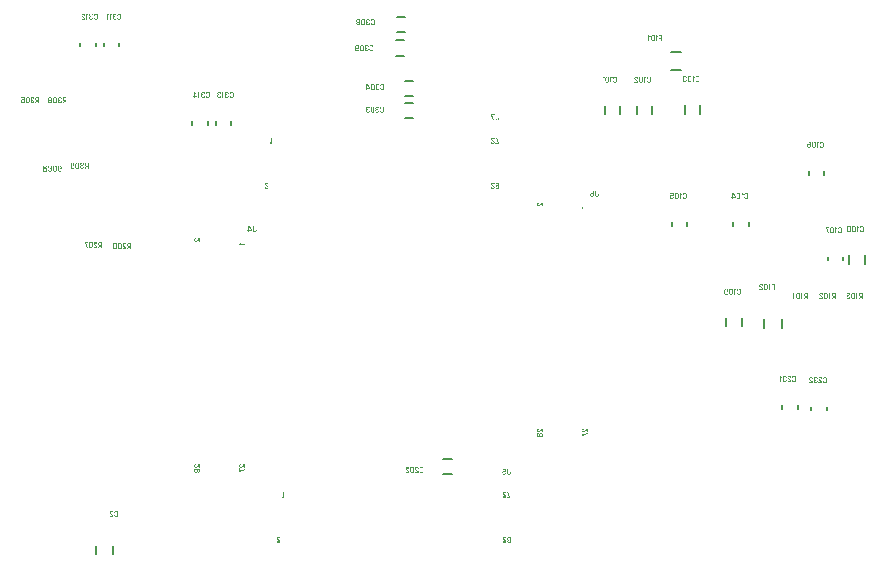
<source format=gbo>
G04*
G04 #@! TF.GenerationSoftware,Altium Limited,Altium Designer,23.11.1 (41)*
G04*
G04 Layer_Color=32896*
%FSLAX44Y44*%
%MOMM*%
G71*
G04*
G04 #@! TF.SameCoordinates,4CE7A35D-70A9-472E-BD1E-F3F5204FB4D5*
G04*
G04*
G04 #@! TF.FilePolarity,Positive*
G04*
G01*
G75*
%ADD15C,0.2000*%
G36*
X260246Y365200D02*
X260274Y365182D01*
X260292Y365163D01*
Y365080D01*
X260283Y365061D01*
Y365052D01*
X259784Y364202D01*
X263871D01*
X263917Y364192D01*
X263944Y364183D01*
X263981Y364128D01*
X264000Y364081D01*
Y363554D01*
X263991Y363517D01*
X263981Y363480D01*
X263935Y363453D01*
X263889Y363434D01*
X263880D01*
X263871D01*
X259109D01*
X259063Y363443D01*
X259035Y363453D01*
X258998Y363499D01*
X258980Y363545D01*
Y364035D01*
X258989Y364118D01*
X259017Y364202D01*
X259035Y364229D01*
X259054Y364257D01*
X259063Y364275D01*
Y364285D01*
X259553Y365098D01*
X259581Y365135D01*
X259608Y365163D01*
X259673Y365191D01*
X259719Y365209D01*
X259729D01*
X259738D01*
X260200D01*
X260246Y365200D01*
D02*
G37*
G36*
X222524Y369200D02*
X222561Y369191D01*
X222579Y369172D01*
X222598Y369145D01*
X222616Y369098D01*
Y368571D01*
X222607Y368525D01*
X222598Y368497D01*
X222542Y368460D01*
X222496Y368442D01*
X222487D01*
X222477D01*
X222191D01*
X222080Y368433D01*
X221997Y368423D01*
X221923Y368405D01*
X221858Y368377D01*
X221812Y368349D01*
X221784Y368331D01*
X221765Y368322D01*
X221756Y368312D01*
X221710Y368257D01*
X221682Y368183D01*
X221645Y368044D01*
X221636Y367980D01*
X221627Y367924D01*
Y367499D01*
X221636Y367397D01*
X221655Y367305D01*
X221682Y367221D01*
X221710Y367157D01*
X221756Y367101D01*
X221803Y367055D01*
X221904Y366981D01*
X222015Y366935D01*
X222098Y366916D01*
X222135Y366907D01*
X222163D01*
X222182D01*
X222191D01*
X222450D01*
X222588Y366926D01*
X222718Y366963D01*
X222838Y367027D01*
X222940Y367092D01*
X223023Y367166D01*
X223078Y367231D01*
X223125Y367268D01*
X223134Y367286D01*
X224336Y368765D01*
X224401Y368839D01*
X224465Y368904D01*
X224604Y369006D01*
X224743Y369080D01*
X224863Y369126D01*
X224983Y369163D01*
X225066Y369172D01*
X225103Y369182D01*
X225131D01*
X225140D01*
X225149D01*
X225871D01*
X225917Y369172D01*
X225944Y369154D01*
X225982Y369108D01*
X226000Y369052D01*
Y366288D01*
X225991Y366241D01*
X225982Y366204D01*
X225963Y366186D01*
X225935Y366167D01*
X225889Y366149D01*
X225880D01*
X225871D01*
X225455D01*
X225408Y366158D01*
X225380Y366167D01*
X225344Y366214D01*
X225325Y366269D01*
Y368322D01*
X225075D01*
X225002Y368312D01*
X224937Y368294D01*
X224872Y368266D01*
X224826Y368229D01*
X224780Y368201D01*
X224752Y368174D01*
X224733Y368155D01*
X224724Y368146D01*
X223494Y366639D01*
X223421Y366556D01*
X223337Y366482D01*
X223254Y366417D01*
X223171Y366362D01*
X223004Y366278D01*
X222847Y366223D01*
X222709Y366195D01*
X222653Y366186D01*
X222598Y366177D01*
X222551Y366167D01*
X222524D01*
X222505D01*
X222496D01*
X222172D01*
X221969Y366177D01*
X221793Y366214D01*
X221645Y366269D01*
X221516Y366325D01*
X221423Y366389D01*
X221350Y366436D01*
X221313Y366473D01*
X221294Y366491D01*
X221192Y366620D01*
X221109Y366759D01*
X221054Y366907D01*
X221017Y367055D01*
X220998Y367184D01*
X220980Y367286D01*
Y367989D01*
X220989Y368192D01*
X221026Y368377D01*
X221081Y368534D01*
X221137Y368664D01*
X221192Y368765D01*
X221248Y368839D01*
X221285Y368876D01*
X221294Y368895D01*
X221423Y368997D01*
X221562Y369080D01*
X221710Y369135D01*
X221849Y369172D01*
X221978Y369191D01*
X222080Y369200D01*
X222117Y369209D01*
X222145D01*
X222163D01*
X222172D01*
X222477D01*
X222524Y369200D01*
D02*
G37*
G36*
X260524Y177800D02*
X260561Y177791D01*
X260579Y177772D01*
X260598Y177745D01*
X260616Y177698D01*
Y177171D01*
X260607Y177125D01*
X260598Y177097D01*
X260542Y177060D01*
X260496Y177042D01*
X260487D01*
X260477D01*
X260191D01*
X260080Y177033D01*
X259997Y177023D01*
X259923Y177005D01*
X259858Y176977D01*
X259812Y176949D01*
X259784Y176931D01*
X259765Y176922D01*
X259756Y176912D01*
X259710Y176857D01*
X259682Y176783D01*
X259645Y176644D01*
X259636Y176580D01*
X259627Y176524D01*
Y176099D01*
X259636Y175997D01*
X259655Y175905D01*
X259682Y175821D01*
X259710Y175757D01*
X259756Y175701D01*
X259802Y175655D01*
X259904Y175581D01*
X260015Y175535D01*
X260098Y175516D01*
X260135Y175507D01*
X260163D01*
X260182D01*
X260191D01*
X260450D01*
X260588Y175526D01*
X260718Y175563D01*
X260838Y175627D01*
X260940Y175692D01*
X261023Y175766D01*
X261078Y175831D01*
X261125Y175868D01*
X261134Y175886D01*
X262336Y177365D01*
X262400Y177439D01*
X262465Y177504D01*
X262604Y177606D01*
X262743Y177680D01*
X262863Y177726D01*
X262983Y177763D01*
X263066Y177772D01*
X263103Y177782D01*
X263131D01*
X263140D01*
X263149D01*
X263871D01*
X263917Y177772D01*
X263944Y177754D01*
X263981Y177708D01*
X264000Y177652D01*
Y174888D01*
X263991Y174841D01*
X263981Y174804D01*
X263963Y174786D01*
X263935Y174767D01*
X263889Y174749D01*
X263880D01*
X263871D01*
X263454D01*
X263408Y174758D01*
X263381Y174767D01*
X263344Y174814D01*
X263325Y174869D01*
Y176922D01*
X263075D01*
X263001Y176912D01*
X262937Y176894D01*
X262872Y176866D01*
X262826Y176829D01*
X262780Y176801D01*
X262752Y176774D01*
X262733Y176755D01*
X262724Y176746D01*
X261494Y175239D01*
X261420Y175156D01*
X261337Y175082D01*
X261254Y175017D01*
X261171Y174962D01*
X261004Y174878D01*
X260847Y174823D01*
X260709Y174795D01*
X260653Y174786D01*
X260598Y174777D01*
X260551Y174767D01*
X260524D01*
X260505D01*
X260496D01*
X260172D01*
X259969Y174777D01*
X259793Y174814D01*
X259645Y174869D01*
X259516Y174925D01*
X259423Y174989D01*
X259349Y175036D01*
X259312Y175072D01*
X259294Y175091D01*
X259192Y175221D01*
X259109Y175359D01*
X259054Y175507D01*
X259017Y175655D01*
X258998Y175784D01*
X258980Y175886D01*
Y176589D01*
X258989Y176792D01*
X259026Y176977D01*
X259081Y177134D01*
X259137Y177264D01*
X259192Y177365D01*
X259248Y177439D01*
X259285Y177476D01*
X259294Y177495D01*
X259423Y177597D01*
X259562Y177680D01*
X259710Y177735D01*
X259849Y177772D01*
X259978Y177791D01*
X260080Y177800D01*
X260117Y177809D01*
X260145D01*
X260163D01*
X260172D01*
X260477D01*
X260524Y177800D01*
D02*
G37*
G36*
X259581Y174222D02*
X259618Y174213D01*
X259645Y174194D01*
X259664Y174167D01*
X259682Y174120D01*
Y172132D01*
X263852Y173806D01*
X263898Y173824D01*
X263935D01*
X263963Y173815D01*
X263981Y173797D01*
X264000Y173750D01*
Y173196D01*
X263991Y173131D01*
X263981Y173085D01*
X263963Y173048D01*
X263935Y173020D01*
X263898Y172983D01*
X263889Y172974D01*
X263880D01*
X259923Y171393D01*
X259784Y171347D01*
X259729Y171328D01*
X259682Y171319D01*
X259645Y171310D01*
X259608D01*
X259599D01*
X259590D01*
X259109D01*
X259063Y171319D01*
X259035Y171328D01*
X258998Y171374D01*
X258980Y171430D01*
Y174102D01*
X258989Y174148D01*
X258998Y174176D01*
X259044Y174213D01*
X259091Y174231D01*
X259100D01*
X259109D01*
X259534D01*
X259581Y174222D01*
D02*
G37*
G36*
X222524Y177800D02*
X222561Y177791D01*
X222579Y177772D01*
X222598Y177745D01*
X222616Y177698D01*
Y177171D01*
X222607Y177125D01*
X222598Y177097D01*
X222542Y177060D01*
X222496Y177042D01*
X222487D01*
X222477D01*
X222191D01*
X222080Y177033D01*
X221997Y177023D01*
X221923Y177005D01*
X221858Y176977D01*
X221812Y176949D01*
X221784Y176931D01*
X221765Y176922D01*
X221756Y176912D01*
X221710Y176857D01*
X221682Y176783D01*
X221645Y176644D01*
X221636Y176580D01*
X221627Y176524D01*
Y176099D01*
X221636Y175997D01*
X221655Y175905D01*
X221682Y175821D01*
X221710Y175757D01*
X221756Y175701D01*
X221803Y175655D01*
X221904Y175581D01*
X222015Y175535D01*
X222098Y175516D01*
X222135Y175507D01*
X222163D01*
X222182D01*
X222191D01*
X222450D01*
X222588Y175526D01*
X222718Y175563D01*
X222838Y175627D01*
X222940Y175692D01*
X223023Y175766D01*
X223078Y175831D01*
X223125Y175868D01*
X223134Y175886D01*
X224336Y177365D01*
X224401Y177439D01*
X224465Y177504D01*
X224604Y177606D01*
X224743Y177680D01*
X224863Y177726D01*
X224983Y177763D01*
X225066Y177772D01*
X225103Y177782D01*
X225131D01*
X225140D01*
X225149D01*
X225871D01*
X225917Y177772D01*
X225944Y177754D01*
X225982Y177708D01*
X226000Y177652D01*
Y174888D01*
X225991Y174841D01*
X225982Y174804D01*
X225963Y174786D01*
X225935Y174767D01*
X225889Y174749D01*
X225880D01*
X225871D01*
X225455D01*
X225408Y174758D01*
X225380Y174767D01*
X225344Y174814D01*
X225325Y174869D01*
Y176922D01*
X225075D01*
X225002Y176912D01*
X224937Y176894D01*
X224872Y176866D01*
X224826Y176829D01*
X224780Y176801D01*
X224752Y176774D01*
X224733Y176755D01*
X224724Y176746D01*
X223494Y175239D01*
X223421Y175156D01*
X223337Y175082D01*
X223254Y175017D01*
X223171Y174962D01*
X223004Y174878D01*
X222847Y174823D01*
X222709Y174795D01*
X222653Y174786D01*
X222598Y174777D01*
X222551Y174767D01*
X222524D01*
X222505D01*
X222496D01*
X222172D01*
X221969Y174777D01*
X221793Y174814D01*
X221645Y174869D01*
X221516Y174925D01*
X221423Y174989D01*
X221350Y175036D01*
X221313Y175072D01*
X221294Y175091D01*
X221192Y175221D01*
X221109Y175359D01*
X221054Y175507D01*
X221017Y175655D01*
X220998Y175784D01*
X220980Y175886D01*
Y176589D01*
X220989Y176792D01*
X221026Y176977D01*
X221081Y177134D01*
X221137Y177264D01*
X221192Y177365D01*
X221248Y177439D01*
X221285Y177476D01*
X221294Y177495D01*
X221423Y177597D01*
X221562Y177680D01*
X221710Y177735D01*
X221849Y177772D01*
X221978Y177791D01*
X222080Y177800D01*
X222117Y177809D01*
X222145D01*
X222163D01*
X222172D01*
X222477D01*
X222524Y177800D01*
D02*
G37*
G36*
X225039Y173908D02*
X225214Y173871D01*
X225362Y173815D01*
X225482Y173760D01*
X225584Y173704D01*
X225649Y173649D01*
X225686Y173612D01*
X225704Y173603D01*
X225806Y173473D01*
X225871Y173325D01*
X225926Y173177D01*
X225963Y173029D01*
X225982Y172900D01*
X225991Y172789D01*
X226000Y172752D01*
Y171874D01*
X225991Y171670D01*
X225954Y171485D01*
X225907Y171337D01*
X225852Y171208D01*
X225797Y171106D01*
X225750Y171032D01*
X225713Y170995D01*
X225704Y170977D01*
X225584Y170875D01*
X225445Y170792D01*
X225297Y170736D01*
X225159Y170699D01*
X225029Y170681D01*
X224928Y170662D01*
X224890D01*
X224863D01*
X224844D01*
X224835D01*
X224428D01*
X224299Y170672D01*
X224179Y170681D01*
X224068Y170709D01*
X223966Y170746D01*
X223883Y170783D01*
X223800Y170829D01*
X223735Y170875D01*
X223670Y170921D01*
X223578Y171023D01*
X223522Y171106D01*
X223504Y171143D01*
X223485Y171171D01*
X223476Y171180D01*
Y171189D01*
X223439Y171106D01*
X223393Y171032D01*
X223337Y170968D01*
X223282Y170912D01*
X223226Y170866D01*
X223180Y170838D01*
X223152Y170820D01*
X223143Y170810D01*
X223041Y170764D01*
X222940Y170727D01*
X222838Y170699D01*
X222746Y170681D01*
X222662Y170672D01*
X222588Y170662D01*
X222551D01*
X222533D01*
X222135D01*
X221932Y170672D01*
X221765Y170709D01*
X221618Y170764D01*
X221497Y170820D01*
X221396Y170875D01*
X221331Y170931D01*
X221285Y170968D01*
X221276Y170977D01*
X221174Y171106D01*
X221100Y171245D01*
X221054Y171402D01*
X221017Y171541D01*
X220998Y171670D01*
X220980Y171781D01*
Y172696D01*
X220989Y172900D01*
X221026Y173085D01*
X221072Y173242D01*
X221128Y173371D01*
X221183Y173473D01*
X221229Y173547D01*
X221266Y173584D01*
X221276Y173603D01*
X221396Y173704D01*
X221534Y173787D01*
X221673Y173843D01*
X221812Y173880D01*
X221941Y173898D01*
X222043Y173908D01*
X222080Y173917D01*
X222108D01*
X222126D01*
X222135D01*
X222533D01*
X222662Y173908D01*
X222782Y173889D01*
X222894Y173871D01*
X222986Y173834D01*
X223078Y173797D01*
X223152Y173750D01*
X223217Y173695D01*
X223282Y173649D01*
X223374Y173547D01*
X223430Y173464D01*
X223448Y173427D01*
X223467Y173399D01*
X223476Y173390D01*
Y173381D01*
X223522Y173473D01*
X223578Y173556D01*
X223642Y173630D01*
X223716Y173686D01*
X223790Y173741D01*
X223874Y173787D01*
X224031Y173852D01*
X224179Y173889D01*
X224243Y173898D01*
X224299Y173908D01*
X224354Y173917D01*
X224391D01*
X224410D01*
X224419D01*
X224835D01*
X225039Y173908D01*
D02*
G37*
G36*
X485159Y115991D02*
X485196Y115982D01*
X485214Y115963D01*
X485233Y115935D01*
X485251Y115889D01*
Y115880D01*
Y115871D01*
Y115455D01*
X485242Y115408D01*
X485233Y115380D01*
X485186Y115344D01*
X485131Y115325D01*
X483078D01*
Y115075D01*
X483088Y115001D01*
X483106Y114937D01*
X483134Y114872D01*
X483171Y114826D01*
X483199Y114780D01*
X483226Y114752D01*
X483245Y114733D01*
X483254Y114724D01*
X484761Y113494D01*
X484844Y113420D01*
X484918Y113337D01*
X484983Y113254D01*
X485038Y113171D01*
X485122Y113004D01*
X485177Y112847D01*
X485205Y112709D01*
X485214Y112653D01*
X485223Y112598D01*
X485233Y112551D01*
Y112524D01*
Y112505D01*
Y112496D01*
Y112172D01*
X485223Y111969D01*
X485186Y111793D01*
X485131Y111645D01*
X485075Y111516D01*
X485011Y111423D01*
X484964Y111349D01*
X484927Y111313D01*
X484909Y111294D01*
X484780Y111192D01*
X484641Y111109D01*
X484493Y111054D01*
X484345Y111017D01*
X484216Y110998D01*
X484114Y110980D01*
X483411D01*
X483208Y110989D01*
X483023Y111026D01*
X482866Y111081D01*
X482736Y111137D01*
X482635Y111192D01*
X482561Y111248D01*
X482524Y111285D01*
X482505Y111294D01*
X482403Y111423D01*
X482320Y111562D01*
X482265Y111710D01*
X482228Y111849D01*
X482209Y111978D01*
X482200Y112080D01*
X482191Y112117D01*
Y112145D01*
Y112163D01*
Y112172D01*
Y112477D01*
X482200Y112524D01*
X482209Y112561D01*
X482228Y112579D01*
X482256Y112598D01*
X482302Y112616D01*
X482829D01*
X482875Y112607D01*
X482903Y112598D01*
X482940Y112542D01*
X482958Y112496D01*
Y112487D01*
Y112477D01*
Y112191D01*
X482967Y112080D01*
X482977Y111997D01*
X482995Y111923D01*
X483023Y111858D01*
X483051Y111812D01*
X483069Y111784D01*
X483078Y111765D01*
X483088Y111756D01*
X483143Y111710D01*
X483217Y111682D01*
X483356Y111645D01*
X483420Y111636D01*
X483476Y111627D01*
X483901D01*
X484003Y111636D01*
X484095Y111655D01*
X484179Y111682D01*
X484243Y111710D01*
X484299Y111756D01*
X484345Y111803D01*
X484419Y111904D01*
X484465Y112015D01*
X484484Y112098D01*
X484493Y112135D01*
Y112163D01*
Y112182D01*
Y112191D01*
Y112450D01*
X484474Y112588D01*
X484437Y112718D01*
X484373Y112838D01*
X484308Y112940D01*
X484234Y113023D01*
X484169Y113078D01*
X484132Y113125D01*
X484114Y113134D01*
X482635Y114336D01*
X482561Y114401D01*
X482496Y114465D01*
X482394Y114604D01*
X482320Y114743D01*
X482274Y114863D01*
X482237Y114983D01*
X482228Y115066D01*
X482219Y115103D01*
Y115131D01*
Y115140D01*
Y115149D01*
Y115871D01*
X482228Y115917D01*
X482246Y115944D01*
X482293Y115982D01*
X482348Y116000D01*
X485112D01*
X485159Y115991D01*
D02*
G37*
G36*
X488330D02*
X488515Y115954D01*
X488663Y115907D01*
X488792Y115852D01*
X488894Y115797D01*
X488968Y115750D01*
X489005Y115713D01*
X489023Y115704D01*
X489125Y115584D01*
X489208Y115445D01*
X489264Y115297D01*
X489301Y115159D01*
X489319Y115029D01*
X489338Y114928D01*
Y114890D01*
Y114863D01*
Y114844D01*
Y114835D01*
Y114428D01*
X489328Y114299D01*
X489319Y114179D01*
X489291Y114068D01*
X489254Y113966D01*
X489217Y113883D01*
X489171Y113799D01*
X489125Y113735D01*
X489079Y113670D01*
X488977Y113578D01*
X488894Y113522D01*
X488857Y113504D01*
X488829Y113485D01*
X488820Y113476D01*
X488811D01*
X488894Y113439D01*
X488968Y113393D01*
X489033Y113337D01*
X489088Y113282D01*
X489134Y113226D01*
X489162Y113180D01*
X489180Y113152D01*
X489190Y113143D01*
X489236Y113041D01*
X489273Y112940D01*
X489301Y112838D01*
X489319Y112746D01*
X489328Y112662D01*
X489338Y112588D01*
Y112551D01*
Y112533D01*
Y112135D01*
X489328Y111932D01*
X489291Y111765D01*
X489236Y111618D01*
X489180Y111497D01*
X489125Y111396D01*
X489070Y111331D01*
X489033Y111285D01*
X489023Y111276D01*
X488894Y111174D01*
X488755Y111100D01*
X488598Y111054D01*
X488459Y111017D01*
X488330Y110998D01*
X488219Y110980D01*
X487304D01*
X487100Y110989D01*
X486915Y111026D01*
X486758Y111072D01*
X486629Y111128D01*
X486527Y111183D01*
X486453Y111229D01*
X486416Y111266D01*
X486398Y111276D01*
X486296Y111396D01*
X486213Y111534D01*
X486157Y111673D01*
X486120Y111812D01*
X486102Y111941D01*
X486092Y112043D01*
X486083Y112080D01*
Y112108D01*
Y112126D01*
Y112135D01*
Y112533D01*
X486092Y112662D01*
X486111Y112782D01*
X486129Y112893D01*
X486166Y112986D01*
X486203Y113078D01*
X486250Y113152D01*
X486305Y113217D01*
X486351Y113282D01*
X486453Y113374D01*
X486536Y113430D01*
X486573Y113448D01*
X486601Y113467D01*
X486610Y113476D01*
X486619D01*
X486527Y113522D01*
X486444Y113578D01*
X486370Y113642D01*
X486314Y113716D01*
X486259Y113790D01*
X486213Y113874D01*
X486148Y114031D01*
X486111Y114179D01*
X486102Y114243D01*
X486092Y114299D01*
X486083Y114354D01*
Y114391D01*
Y114410D01*
Y114419D01*
Y114835D01*
X486092Y115038D01*
X486129Y115214D01*
X486185Y115362D01*
X486240Y115482D01*
X486296Y115584D01*
X486351Y115649D01*
X486388Y115686D01*
X486398Y115704D01*
X486527Y115806D01*
X486675Y115871D01*
X486823Y115926D01*
X486971Y115963D01*
X487100Y115982D01*
X487211Y115991D01*
X487248Y116000D01*
X488126D01*
X488330Y115991D01*
D02*
G37*
G36*
X485159Y153991D02*
X485196Y153982D01*
X485214Y153963D01*
X485233Y153935D01*
X485251Y153889D01*
Y153880D01*
Y153871D01*
Y153455D01*
X485242Y153408D01*
X485233Y153380D01*
X485186Y153344D01*
X485131Y153325D01*
X483078D01*
Y153075D01*
X483088Y153001D01*
X483106Y152937D01*
X483134Y152872D01*
X483171Y152826D01*
X483199Y152780D01*
X483226Y152752D01*
X483245Y152733D01*
X483254Y152724D01*
X484761Y151494D01*
X484844Y151420D01*
X484918Y151337D01*
X484983Y151254D01*
X485038Y151171D01*
X485122Y151004D01*
X485177Y150847D01*
X485205Y150709D01*
X485214Y150653D01*
X485223Y150598D01*
X485233Y150551D01*
Y150524D01*
Y150505D01*
Y150496D01*
Y150172D01*
X485223Y149969D01*
X485186Y149793D01*
X485131Y149645D01*
X485075Y149516D01*
X485011Y149423D01*
X484964Y149349D01*
X484927Y149312D01*
X484909Y149294D01*
X484780Y149192D01*
X484641Y149109D01*
X484493Y149054D01*
X484345Y149017D01*
X484216Y148998D01*
X484114Y148980D01*
X483411D01*
X483208Y148989D01*
X483023Y149026D01*
X482866Y149081D01*
X482736Y149137D01*
X482635Y149192D01*
X482561Y149248D01*
X482524Y149285D01*
X482505Y149294D01*
X482403Y149423D01*
X482320Y149562D01*
X482265Y149710D01*
X482228Y149849D01*
X482209Y149978D01*
X482200Y150080D01*
X482191Y150117D01*
Y150145D01*
Y150163D01*
Y150172D01*
Y150477D01*
X482200Y150524D01*
X482209Y150561D01*
X482228Y150579D01*
X482256Y150598D01*
X482302Y150616D01*
X482829D01*
X482875Y150607D01*
X482903Y150598D01*
X482940Y150542D01*
X482958Y150496D01*
Y150487D01*
Y150477D01*
Y150191D01*
X482967Y150080D01*
X482977Y149997D01*
X482995Y149923D01*
X483023Y149858D01*
X483051Y149812D01*
X483069Y149784D01*
X483078Y149766D01*
X483088Y149756D01*
X483143Y149710D01*
X483217Y149682D01*
X483356Y149645D01*
X483420Y149636D01*
X483476Y149627D01*
X483901D01*
X484003Y149636D01*
X484095Y149655D01*
X484179Y149682D01*
X484243Y149710D01*
X484299Y149756D01*
X484345Y149803D01*
X484419Y149904D01*
X484465Y150015D01*
X484484Y150098D01*
X484493Y150135D01*
Y150163D01*
Y150182D01*
Y150191D01*
Y150450D01*
X484474Y150588D01*
X484437Y150718D01*
X484373Y150838D01*
X484308Y150940D01*
X484234Y151023D01*
X484169Y151078D01*
X484132Y151125D01*
X484114Y151134D01*
X482635Y152336D01*
X482561Y152401D01*
X482496Y152465D01*
X482394Y152604D01*
X482320Y152743D01*
X482274Y152863D01*
X482237Y152983D01*
X482228Y153066D01*
X482219Y153103D01*
Y153131D01*
Y153140D01*
Y153149D01*
Y153871D01*
X482228Y153917D01*
X482246Y153945D01*
X482293Y153982D01*
X482348Y154000D01*
X485112D01*
X485159Y153991D01*
D02*
G37*
G36*
X486869D02*
X486915Y153982D01*
X486952Y153963D01*
X486980Y153935D01*
X487017Y153898D01*
X487026Y153889D01*
Y153880D01*
X488607Y149923D01*
X488653Y149784D01*
X488672Y149728D01*
X488681Y149682D01*
X488690Y149645D01*
Y149608D01*
Y149599D01*
Y149590D01*
Y149109D01*
X488681Y149063D01*
X488672Y149035D01*
X488626Y148998D01*
X488570Y148980D01*
X485898D01*
X485852Y148989D01*
X485824Y148998D01*
X485787Y149044D01*
X485769Y149091D01*
Y149100D01*
Y149109D01*
Y149534D01*
X485778Y149581D01*
X485787Y149618D01*
X485806Y149645D01*
X485834Y149664D01*
X485880Y149682D01*
X487868D01*
X486194Y153852D01*
X486176Y153898D01*
Y153935D01*
X486185Y153963D01*
X486203Y153982D01*
X486250Y154000D01*
X486804D01*
X486869Y153991D01*
D02*
G37*
G36*
X293759Y115991D02*
X293796Y115982D01*
X293814Y115963D01*
X293833Y115935D01*
X293851Y115889D01*
Y115880D01*
Y115871D01*
Y115455D01*
X293842Y115408D01*
X293833Y115380D01*
X293786Y115344D01*
X293731Y115325D01*
X291678D01*
Y115075D01*
X291688Y115001D01*
X291706Y114937D01*
X291734Y114872D01*
X291771Y114826D01*
X291798Y114780D01*
X291826Y114752D01*
X291845Y114733D01*
X291854Y114724D01*
X293361Y113494D01*
X293444Y113420D01*
X293518Y113337D01*
X293583Y113254D01*
X293638Y113171D01*
X293722Y113004D01*
X293777Y112847D01*
X293805Y112709D01*
X293814Y112653D01*
X293823Y112598D01*
X293833Y112551D01*
Y112524D01*
Y112505D01*
Y112496D01*
Y112172D01*
X293823Y111969D01*
X293786Y111793D01*
X293731Y111645D01*
X293675Y111516D01*
X293611Y111423D01*
X293564Y111349D01*
X293528Y111313D01*
X293509Y111294D01*
X293379Y111192D01*
X293241Y111109D01*
X293093Y111054D01*
X292945Y111017D01*
X292815Y110998D01*
X292714Y110980D01*
X292011D01*
X291808Y110989D01*
X291623Y111026D01*
X291466Y111081D01*
X291336Y111137D01*
X291234Y111192D01*
X291161Y111248D01*
X291124Y111285D01*
X291105Y111294D01*
X291003Y111423D01*
X290920Y111562D01*
X290865Y111710D01*
X290828Y111849D01*
X290809Y111978D01*
X290800Y112080D01*
X290791Y112117D01*
Y112145D01*
Y112163D01*
Y112172D01*
Y112477D01*
X290800Y112524D01*
X290809Y112561D01*
X290828Y112579D01*
X290856Y112598D01*
X290902Y112616D01*
X291429D01*
X291475Y112607D01*
X291503Y112598D01*
X291540Y112542D01*
X291558Y112496D01*
Y112487D01*
Y112477D01*
Y112191D01*
X291567Y112080D01*
X291577Y111997D01*
X291595Y111923D01*
X291623Y111858D01*
X291651Y111812D01*
X291669Y111784D01*
X291678Y111765D01*
X291688Y111756D01*
X291743Y111710D01*
X291817Y111682D01*
X291956Y111645D01*
X292020Y111636D01*
X292076Y111627D01*
X292501D01*
X292603Y111636D01*
X292695Y111655D01*
X292779Y111682D01*
X292843Y111710D01*
X292899Y111756D01*
X292945Y111803D01*
X293019Y111904D01*
X293065Y112015D01*
X293084Y112098D01*
X293093Y112135D01*
Y112163D01*
Y112182D01*
Y112191D01*
Y112450D01*
X293074Y112588D01*
X293037Y112718D01*
X292973Y112838D01*
X292908Y112940D01*
X292834Y113023D01*
X292769Y113078D01*
X292732Y113125D01*
X292714Y113134D01*
X291234Y114336D01*
X291161Y114401D01*
X291096Y114465D01*
X290994Y114604D01*
X290920Y114743D01*
X290874Y114863D01*
X290837Y114983D01*
X290828Y115066D01*
X290819Y115103D01*
Y115131D01*
Y115140D01*
Y115149D01*
Y115871D01*
X290828Y115917D01*
X290846Y115944D01*
X290893Y115982D01*
X290948Y116000D01*
X293712D01*
X293759Y115991D01*
D02*
G37*
G36*
X296483Y153991D02*
X296520Y153982D01*
X296547Y153935D01*
X296566Y153889D01*
Y153880D01*
Y153871D01*
Y149109D01*
X296557Y149063D01*
X296547Y149035D01*
X296501Y148998D01*
X296455Y148980D01*
X295965D01*
X295882Y148989D01*
X295798Y149017D01*
X295771Y149035D01*
X295743Y149054D01*
X295725Y149063D01*
X295715D01*
X294902Y149553D01*
X294865Y149581D01*
X294837Y149608D01*
X294809Y149673D01*
X294791Y149719D01*
Y149728D01*
Y149738D01*
Y150200D01*
X294800Y150246D01*
X294818Y150274D01*
X294837Y150293D01*
X294920D01*
X294939Y150283D01*
X294948D01*
X295798Y149784D01*
Y153871D01*
X295808Y153917D01*
X295817Y153945D01*
X295872Y153982D01*
X295919Y154000D01*
X296446D01*
X296483Y153991D01*
D02*
G37*
G36*
X475159Y415991D02*
X475196Y415981D01*
X475214Y415963D01*
X475233Y415935D01*
X475251Y415889D01*
Y415880D01*
Y415871D01*
Y415454D01*
X475242Y415408D01*
X475233Y415381D01*
X475186Y415344D01*
X475131Y415325D01*
X473078D01*
Y415075D01*
X473088Y415001D01*
X473106Y414937D01*
X473134Y414872D01*
X473171Y414826D01*
X473199Y414780D01*
X473226Y414752D01*
X473245Y414733D01*
X473254Y414724D01*
X474761Y413494D01*
X474844Y413420D01*
X474918Y413337D01*
X474983Y413254D01*
X475038Y413171D01*
X475122Y413004D01*
X475177Y412847D01*
X475205Y412709D01*
X475214Y412653D01*
X475223Y412598D01*
X475233Y412551D01*
Y412524D01*
Y412505D01*
Y412496D01*
Y412172D01*
X475223Y411969D01*
X475186Y411793D01*
X475131Y411645D01*
X475075Y411516D01*
X475011Y411423D01*
X474964Y411349D01*
X474927Y411312D01*
X474909Y411294D01*
X474780Y411192D01*
X474641Y411109D01*
X474493Y411054D01*
X474345Y411017D01*
X474216Y410998D01*
X474114Y410980D01*
X473411D01*
X473208Y410989D01*
X473023Y411026D01*
X472866Y411081D01*
X472736Y411137D01*
X472635Y411192D01*
X472561Y411248D01*
X472524Y411285D01*
X472505Y411294D01*
X472403Y411423D01*
X472320Y411562D01*
X472265Y411710D01*
X472228Y411849D01*
X472209Y411978D01*
X472200Y412080D01*
X472191Y412117D01*
Y412145D01*
Y412163D01*
Y412172D01*
Y412477D01*
X472200Y412524D01*
X472209Y412561D01*
X472228Y412579D01*
X472256Y412598D01*
X472302Y412616D01*
X472829D01*
X472875Y412607D01*
X472903Y412598D01*
X472940Y412542D01*
X472958Y412496D01*
Y412487D01*
Y412477D01*
Y412191D01*
X472967Y412080D01*
X472977Y411997D01*
X472995Y411923D01*
X473023Y411858D01*
X473051Y411812D01*
X473069Y411784D01*
X473078Y411766D01*
X473088Y411756D01*
X473143Y411710D01*
X473217Y411682D01*
X473356Y411645D01*
X473420Y411636D01*
X473476Y411627D01*
X473901D01*
X474003Y411636D01*
X474095Y411655D01*
X474179Y411682D01*
X474243Y411710D01*
X474299Y411756D01*
X474345Y411802D01*
X474419Y411904D01*
X474465Y412015D01*
X474484Y412098D01*
X474493Y412135D01*
Y412163D01*
Y412182D01*
Y412191D01*
Y412450D01*
X474474Y412588D01*
X474437Y412718D01*
X474373Y412838D01*
X474308Y412940D01*
X474234Y413023D01*
X474169Y413078D01*
X474132Y413125D01*
X474114Y413134D01*
X472635Y414336D01*
X472561Y414400D01*
X472496Y414465D01*
X472394Y414604D01*
X472320Y414743D01*
X472274Y414863D01*
X472237Y414983D01*
X472228Y415066D01*
X472219Y415103D01*
Y415131D01*
Y415140D01*
Y415149D01*
Y415871D01*
X472228Y415917D01*
X472246Y415945D01*
X472293Y415981D01*
X472348Y416000D01*
X475112D01*
X475159Y415991D01*
D02*
G37*
G36*
X478330D02*
X478515Y415954D01*
X478663Y415908D01*
X478792Y415852D01*
X478894Y415797D01*
X478968Y415750D01*
X479005Y415713D01*
X479023Y415704D01*
X479125Y415584D01*
X479208Y415445D01*
X479264Y415297D01*
X479301Y415159D01*
X479319Y415029D01*
X479338Y414927D01*
Y414891D01*
Y414863D01*
Y414844D01*
Y414835D01*
Y414428D01*
X479328Y414299D01*
X479319Y414179D01*
X479291Y414068D01*
X479254Y413966D01*
X479217Y413883D01*
X479171Y413800D01*
X479125Y413735D01*
X479079Y413670D01*
X478977Y413578D01*
X478894Y413522D01*
X478857Y413504D01*
X478829Y413485D01*
X478820Y413476D01*
X478811D01*
X478894Y413439D01*
X478968Y413393D01*
X479033Y413337D01*
X479088Y413282D01*
X479134Y413226D01*
X479162Y413180D01*
X479180Y413152D01*
X479190Y413143D01*
X479236Y413041D01*
X479273Y412940D01*
X479301Y412838D01*
X479319Y412746D01*
X479328Y412662D01*
X479338Y412588D01*
Y412551D01*
Y412533D01*
Y412135D01*
X479328Y411932D01*
X479291Y411766D01*
X479236Y411618D01*
X479180Y411497D01*
X479125Y411396D01*
X479070Y411331D01*
X479033Y411285D01*
X479023Y411275D01*
X478894Y411174D01*
X478755Y411100D01*
X478598Y411054D01*
X478459Y411017D01*
X478330Y410998D01*
X478219Y410980D01*
X477304D01*
X477100Y410989D01*
X476915Y411026D01*
X476758Y411072D01*
X476629Y411128D01*
X476527Y411183D01*
X476453Y411229D01*
X476416Y411266D01*
X476398Y411275D01*
X476296Y411396D01*
X476213Y411534D01*
X476157Y411673D01*
X476120Y411812D01*
X476102Y411941D01*
X476092Y412043D01*
X476083Y412080D01*
Y412108D01*
Y412126D01*
Y412135D01*
Y412533D01*
X476092Y412662D01*
X476111Y412783D01*
X476129Y412893D01*
X476166Y412986D01*
X476203Y413078D01*
X476250Y413152D01*
X476305Y413217D01*
X476351Y413282D01*
X476453Y413374D01*
X476536Y413430D01*
X476573Y413448D01*
X476601Y413467D01*
X476610Y413476D01*
X476619D01*
X476527Y413522D01*
X476444Y413578D01*
X476370Y413642D01*
X476314Y413716D01*
X476259Y413790D01*
X476213Y413873D01*
X476148Y414031D01*
X476111Y414179D01*
X476102Y414243D01*
X476092Y414299D01*
X476083Y414354D01*
Y414391D01*
Y414410D01*
Y414419D01*
Y414835D01*
X476092Y415038D01*
X476129Y415214D01*
X476185Y415362D01*
X476240Y415482D01*
X476296Y415584D01*
X476351Y415649D01*
X476388Y415686D01*
X476398Y415704D01*
X476527Y415806D01*
X476675Y415871D01*
X476823Y415926D01*
X476971Y415963D01*
X477100Y415981D01*
X477211Y415991D01*
X477248Y416000D01*
X478126D01*
X478330Y415991D01*
D02*
G37*
G36*
X475159Y453991D02*
X475196Y453982D01*
X475214Y453963D01*
X475233Y453935D01*
X475251Y453889D01*
Y453880D01*
Y453871D01*
Y453455D01*
X475242Y453408D01*
X475233Y453381D01*
X475186Y453344D01*
X475131Y453325D01*
X473078D01*
Y453075D01*
X473088Y453002D01*
X473106Y452937D01*
X473134Y452872D01*
X473171Y452826D01*
X473199Y452780D01*
X473226Y452752D01*
X473245Y452733D01*
X473254Y452724D01*
X474761Y451494D01*
X474844Y451421D01*
X474918Y451337D01*
X474983Y451254D01*
X475038Y451171D01*
X475122Y451004D01*
X475177Y450847D01*
X475205Y450709D01*
X475214Y450653D01*
X475223Y450598D01*
X475233Y450551D01*
Y450524D01*
Y450505D01*
Y450496D01*
Y450172D01*
X475223Y449969D01*
X475186Y449793D01*
X475131Y449645D01*
X475075Y449516D01*
X475011Y449423D01*
X474964Y449350D01*
X474927Y449313D01*
X474909Y449294D01*
X474780Y449192D01*
X474641Y449109D01*
X474493Y449054D01*
X474345Y449017D01*
X474216Y448998D01*
X474114Y448980D01*
X473411D01*
X473208Y448989D01*
X473023Y449026D01*
X472866Y449081D01*
X472736Y449137D01*
X472635Y449192D01*
X472561Y449248D01*
X472524Y449285D01*
X472505Y449294D01*
X472403Y449423D01*
X472320Y449562D01*
X472265Y449710D01*
X472228Y449849D01*
X472209Y449978D01*
X472200Y450080D01*
X472191Y450117D01*
Y450145D01*
Y450163D01*
Y450172D01*
Y450477D01*
X472200Y450524D01*
X472209Y450561D01*
X472228Y450579D01*
X472256Y450598D01*
X472302Y450616D01*
X472829D01*
X472875Y450607D01*
X472903Y450598D01*
X472940Y450542D01*
X472958Y450496D01*
Y450487D01*
Y450477D01*
Y450191D01*
X472967Y450080D01*
X472977Y449997D01*
X472995Y449923D01*
X473023Y449858D01*
X473051Y449812D01*
X473069Y449784D01*
X473078Y449766D01*
X473088Y449756D01*
X473143Y449710D01*
X473217Y449682D01*
X473356Y449645D01*
X473420Y449636D01*
X473476Y449627D01*
X473901D01*
X474003Y449636D01*
X474095Y449655D01*
X474179Y449682D01*
X474243Y449710D01*
X474299Y449756D01*
X474345Y449803D01*
X474419Y449904D01*
X474465Y450015D01*
X474484Y450098D01*
X474493Y450135D01*
Y450163D01*
Y450182D01*
Y450191D01*
Y450450D01*
X474474Y450588D01*
X474437Y450718D01*
X474373Y450838D01*
X474308Y450940D01*
X474234Y451023D01*
X474169Y451078D01*
X474132Y451125D01*
X474114Y451134D01*
X472635Y452336D01*
X472561Y452401D01*
X472496Y452465D01*
X472394Y452604D01*
X472320Y452743D01*
X472274Y452863D01*
X472237Y452983D01*
X472228Y453066D01*
X472219Y453103D01*
Y453131D01*
Y453140D01*
Y453149D01*
Y453871D01*
X472228Y453917D01*
X472246Y453945D01*
X472293Y453982D01*
X472348Y454000D01*
X475112D01*
X475159Y453991D01*
D02*
G37*
G36*
X476869D02*
X476915Y453982D01*
X476952Y453963D01*
X476980Y453935D01*
X477017Y453898D01*
X477026Y453889D01*
Y453880D01*
X478607Y449923D01*
X478653Y449784D01*
X478672Y449729D01*
X478681Y449682D01*
X478690Y449645D01*
Y449608D01*
Y449599D01*
Y449590D01*
Y449109D01*
X478681Y449063D01*
X478672Y449035D01*
X478626Y448998D01*
X478570Y448980D01*
X475898D01*
X475852Y448989D01*
X475824Y448998D01*
X475787Y449044D01*
X475769Y449091D01*
Y449100D01*
Y449109D01*
Y449534D01*
X475778Y449581D01*
X475787Y449618D01*
X475806Y449645D01*
X475834Y449664D01*
X475880Y449682D01*
X477868D01*
X476194Y453852D01*
X476176Y453898D01*
Y453935D01*
X476185Y453963D01*
X476203Y453982D01*
X476250Y454000D01*
X476804D01*
X476869Y453991D01*
D02*
G37*
G36*
X283759Y415991D02*
X283796Y415981D01*
X283814Y415963D01*
X283833Y415935D01*
X283851Y415889D01*
Y415880D01*
Y415871D01*
Y415454D01*
X283842Y415408D01*
X283833Y415381D01*
X283786Y415344D01*
X283731Y415325D01*
X281678D01*
Y415075D01*
X281688Y415001D01*
X281706Y414937D01*
X281734Y414872D01*
X281771Y414826D01*
X281798Y414780D01*
X281826Y414752D01*
X281845Y414733D01*
X281854Y414724D01*
X283361Y413494D01*
X283444Y413420D01*
X283518Y413337D01*
X283583Y413254D01*
X283638Y413171D01*
X283722Y413004D01*
X283777Y412847D01*
X283805Y412709D01*
X283814Y412653D01*
X283823Y412598D01*
X283833Y412551D01*
Y412524D01*
Y412505D01*
Y412496D01*
Y412172D01*
X283823Y411969D01*
X283786Y411793D01*
X283731Y411645D01*
X283675Y411516D01*
X283611Y411423D01*
X283564Y411349D01*
X283527Y411312D01*
X283509Y411294D01*
X283379Y411192D01*
X283241Y411109D01*
X283093Y411054D01*
X282945Y411017D01*
X282815Y410998D01*
X282714Y410980D01*
X282011D01*
X281808Y410989D01*
X281623Y411026D01*
X281466Y411081D01*
X281336Y411137D01*
X281234Y411192D01*
X281161Y411248D01*
X281124Y411285D01*
X281105Y411294D01*
X281003Y411423D01*
X280920Y411562D01*
X280865Y411710D01*
X280828Y411849D01*
X280809Y411978D01*
X280800Y412080D01*
X280791Y412117D01*
Y412145D01*
Y412163D01*
Y412172D01*
Y412477D01*
X280800Y412524D01*
X280809Y412561D01*
X280828Y412579D01*
X280856Y412598D01*
X280902Y412616D01*
X281429D01*
X281475Y412607D01*
X281503Y412598D01*
X281540Y412542D01*
X281558Y412496D01*
Y412487D01*
Y412477D01*
Y412191D01*
X281567Y412080D01*
X281577Y411997D01*
X281595Y411923D01*
X281623Y411858D01*
X281651Y411812D01*
X281669Y411784D01*
X281678Y411766D01*
X281688Y411756D01*
X281743Y411710D01*
X281817Y411682D01*
X281956Y411645D01*
X282020Y411636D01*
X282076Y411627D01*
X282501D01*
X282603Y411636D01*
X282695Y411655D01*
X282779Y411682D01*
X282843Y411710D01*
X282899Y411756D01*
X282945Y411802D01*
X283019Y411904D01*
X283065Y412015D01*
X283084Y412098D01*
X283093Y412135D01*
Y412163D01*
Y412182D01*
Y412191D01*
Y412450D01*
X283074Y412588D01*
X283037Y412718D01*
X282973Y412838D01*
X282908Y412940D01*
X282834Y413023D01*
X282769Y413078D01*
X282732Y413125D01*
X282714Y413134D01*
X281234Y414336D01*
X281161Y414400D01*
X281096Y414465D01*
X280994Y414604D01*
X280920Y414743D01*
X280874Y414863D01*
X280837Y414983D01*
X280828Y415066D01*
X280819Y415103D01*
Y415131D01*
Y415140D01*
Y415149D01*
Y415871D01*
X280828Y415917D01*
X280846Y415945D01*
X280893Y415981D01*
X280948Y416000D01*
X283712D01*
X283759Y415991D01*
D02*
G37*
G36*
X286483Y453991D02*
X286520Y453982D01*
X286547Y453935D01*
X286566Y453889D01*
Y453880D01*
Y453871D01*
Y449109D01*
X286557Y449063D01*
X286547Y449035D01*
X286501Y448998D01*
X286455Y448980D01*
X285965D01*
X285882Y448989D01*
X285798Y449017D01*
X285771Y449035D01*
X285743Y449054D01*
X285725Y449063D01*
X285715D01*
X284902Y449553D01*
X284865Y449581D01*
X284837Y449608D01*
X284809Y449673D01*
X284791Y449719D01*
Y449729D01*
Y449738D01*
Y450200D01*
X284800Y450246D01*
X284818Y450274D01*
X284837Y450293D01*
X284920D01*
X284939Y450283D01*
X284948D01*
X285798Y449784D01*
Y453871D01*
X285808Y453917D01*
X285817Y453945D01*
X285872Y453982D01*
X285919Y454000D01*
X286446D01*
X286483Y453991D01*
D02*
G37*
G36*
X512524Y207800D02*
X512561Y207791D01*
X512579Y207772D01*
X512598Y207745D01*
X512616Y207698D01*
Y207171D01*
X512607Y207125D01*
X512598Y207097D01*
X512542Y207060D01*
X512496Y207042D01*
X512487D01*
X512477D01*
X512191D01*
X512080Y207033D01*
X511997Y207023D01*
X511923Y207005D01*
X511858Y206977D01*
X511812Y206949D01*
X511784Y206931D01*
X511766Y206922D01*
X511756Y206912D01*
X511710Y206857D01*
X511682Y206783D01*
X511645Y206644D01*
X511636Y206580D01*
X511627Y206524D01*
Y206099D01*
X511636Y205997D01*
X511655Y205905D01*
X511682Y205821D01*
X511710Y205757D01*
X511756Y205701D01*
X511802Y205655D01*
X511904Y205581D01*
X512015Y205535D01*
X512098Y205516D01*
X512135Y205507D01*
X512163D01*
X512182D01*
X512191D01*
X512450D01*
X512588Y205526D01*
X512718Y205563D01*
X512838Y205627D01*
X512940Y205692D01*
X513023Y205766D01*
X513078Y205831D01*
X513125Y205868D01*
X513134Y205886D01*
X514336Y207365D01*
X514400Y207439D01*
X514465Y207504D01*
X514604Y207606D01*
X514743Y207680D01*
X514863Y207726D01*
X514983Y207763D01*
X515066Y207772D01*
X515103Y207782D01*
X515131D01*
X515140D01*
X515149D01*
X515871D01*
X515917Y207772D01*
X515945Y207754D01*
X515981Y207708D01*
X516000Y207652D01*
Y204888D01*
X515991Y204841D01*
X515981Y204804D01*
X515963Y204786D01*
X515935Y204767D01*
X515889Y204749D01*
X515880D01*
X515871D01*
X515454D01*
X515408Y204758D01*
X515381Y204767D01*
X515344Y204814D01*
X515325Y204869D01*
Y206922D01*
X515075D01*
X515001Y206912D01*
X514937Y206894D01*
X514872Y206866D01*
X514826Y206829D01*
X514780Y206801D01*
X514752Y206774D01*
X514733Y206755D01*
X514724Y206746D01*
X513494Y205239D01*
X513420Y205156D01*
X513337Y205082D01*
X513254Y205017D01*
X513171Y204962D01*
X513004Y204878D01*
X512847Y204823D01*
X512709Y204795D01*
X512653Y204786D01*
X512598Y204777D01*
X512551Y204767D01*
X512524D01*
X512505D01*
X512496D01*
X512172D01*
X511969Y204777D01*
X511793Y204814D01*
X511645Y204869D01*
X511516Y204925D01*
X511423Y204989D01*
X511349Y205036D01*
X511312Y205073D01*
X511294Y205091D01*
X511192Y205221D01*
X511109Y205359D01*
X511054Y205507D01*
X511017Y205655D01*
X510998Y205784D01*
X510980Y205886D01*
Y206589D01*
X510989Y206792D01*
X511026Y206977D01*
X511081Y207134D01*
X511137Y207264D01*
X511192Y207365D01*
X511248Y207439D01*
X511285Y207476D01*
X511294Y207495D01*
X511423Y207597D01*
X511562Y207680D01*
X511710Y207735D01*
X511849Y207772D01*
X511978Y207791D01*
X512080Y207800D01*
X512117Y207809D01*
X512145D01*
X512163D01*
X512172D01*
X512477D01*
X512524Y207800D01*
D02*
G37*
G36*
X515038Y203908D02*
X515214Y203871D01*
X515362Y203815D01*
X515482Y203760D01*
X515584Y203704D01*
X515649Y203649D01*
X515686Y203612D01*
X515704Y203603D01*
X515806Y203473D01*
X515871Y203325D01*
X515926Y203177D01*
X515963Y203029D01*
X515981Y202900D01*
X515991Y202789D01*
X516000Y202752D01*
Y201874D01*
X515991Y201670D01*
X515954Y201485D01*
X515908Y201337D01*
X515852Y201208D01*
X515797Y201106D01*
X515750Y201032D01*
X515713Y200995D01*
X515704Y200977D01*
X515584Y200875D01*
X515445Y200792D01*
X515297Y200736D01*
X515159Y200699D01*
X515029Y200681D01*
X514927Y200662D01*
X514891D01*
X514863D01*
X514844D01*
X514835D01*
X514428D01*
X514299Y200672D01*
X514179Y200681D01*
X514068Y200709D01*
X513966Y200746D01*
X513883Y200783D01*
X513800Y200829D01*
X513735Y200875D01*
X513670Y200921D01*
X513578Y201023D01*
X513522Y201106D01*
X513504Y201143D01*
X513485Y201171D01*
X513476Y201180D01*
Y201189D01*
X513439Y201106D01*
X513393Y201032D01*
X513337Y200968D01*
X513282Y200912D01*
X513226Y200866D01*
X513180Y200838D01*
X513152Y200820D01*
X513143Y200810D01*
X513041Y200764D01*
X512940Y200727D01*
X512838Y200699D01*
X512746Y200681D01*
X512662Y200672D01*
X512588Y200662D01*
X512551D01*
X512533D01*
X512135D01*
X511932Y200672D01*
X511766Y200709D01*
X511618Y200764D01*
X511497Y200820D01*
X511396Y200875D01*
X511331Y200931D01*
X511285Y200968D01*
X511275Y200977D01*
X511174Y201106D01*
X511100Y201245D01*
X511054Y201402D01*
X511017Y201541D01*
X510998Y201670D01*
X510980Y201781D01*
Y202696D01*
X510989Y202900D01*
X511026Y203085D01*
X511072Y203242D01*
X511128Y203371D01*
X511183Y203473D01*
X511229Y203547D01*
X511266Y203584D01*
X511275Y203603D01*
X511396Y203704D01*
X511534Y203787D01*
X511673Y203843D01*
X511812Y203880D01*
X511941Y203898D01*
X512043Y203908D01*
X512080Y203917D01*
X512108D01*
X512126D01*
X512135D01*
X512533D01*
X512662Y203908D01*
X512783Y203889D01*
X512893Y203871D01*
X512986Y203834D01*
X513078Y203797D01*
X513152Y203750D01*
X513217Y203695D01*
X513282Y203649D01*
X513374Y203547D01*
X513430Y203464D01*
X513448Y203427D01*
X513467Y203399D01*
X513476Y203390D01*
Y203381D01*
X513522Y203473D01*
X513578Y203556D01*
X513642Y203630D01*
X513716Y203686D01*
X513790Y203741D01*
X513873Y203787D01*
X514031Y203852D01*
X514179Y203889D01*
X514243Y203898D01*
X514299Y203908D01*
X514354Y203917D01*
X514391D01*
X514410D01*
X514419D01*
X514835D01*
X515038Y203908D01*
D02*
G37*
G36*
X550524Y207800D02*
X550561Y207791D01*
X550579Y207772D01*
X550598Y207745D01*
X550616Y207698D01*
Y207171D01*
X550607Y207125D01*
X550598Y207097D01*
X550542Y207060D01*
X550496Y207042D01*
X550487D01*
X550477D01*
X550191D01*
X550080Y207033D01*
X549997Y207023D01*
X549923Y207005D01*
X549858Y206977D01*
X549812Y206949D01*
X549784Y206931D01*
X549766Y206922D01*
X549756Y206912D01*
X549710Y206857D01*
X549682Y206783D01*
X549645Y206644D01*
X549636Y206580D01*
X549627Y206524D01*
Y206099D01*
X549636Y205997D01*
X549655Y205905D01*
X549682Y205821D01*
X549710Y205757D01*
X549756Y205701D01*
X549803Y205655D01*
X549904Y205581D01*
X550015Y205535D01*
X550098Y205516D01*
X550135Y205507D01*
X550163D01*
X550182D01*
X550191D01*
X550450D01*
X550588Y205526D01*
X550718Y205563D01*
X550838Y205627D01*
X550940Y205692D01*
X551023Y205766D01*
X551078Y205831D01*
X551125Y205868D01*
X551134Y205886D01*
X552336Y207365D01*
X552401Y207439D01*
X552465Y207504D01*
X552604Y207606D01*
X552743Y207680D01*
X552863Y207726D01*
X552983Y207763D01*
X553066Y207772D01*
X553103Y207782D01*
X553131D01*
X553140D01*
X553149D01*
X553871D01*
X553917Y207772D01*
X553945Y207754D01*
X553982Y207708D01*
X554000Y207652D01*
Y204888D01*
X553991Y204841D01*
X553982Y204804D01*
X553963Y204786D01*
X553935Y204767D01*
X553889Y204749D01*
X553880D01*
X553871D01*
X553455D01*
X553408Y204758D01*
X553381Y204767D01*
X553344Y204814D01*
X553325Y204869D01*
Y206922D01*
X553075D01*
X553002Y206912D01*
X552937Y206894D01*
X552872Y206866D01*
X552826Y206829D01*
X552780Y206801D01*
X552752Y206774D01*
X552733Y206755D01*
X552724Y206746D01*
X551494Y205239D01*
X551421Y205156D01*
X551337Y205082D01*
X551254Y205017D01*
X551171Y204962D01*
X551004Y204878D01*
X550847Y204823D01*
X550709Y204795D01*
X550653Y204786D01*
X550598Y204777D01*
X550551Y204767D01*
X550524D01*
X550505D01*
X550496D01*
X550172D01*
X549969Y204777D01*
X549793Y204814D01*
X549645Y204869D01*
X549516Y204925D01*
X549423Y204989D01*
X549350Y205036D01*
X549313Y205073D01*
X549294Y205091D01*
X549192Y205221D01*
X549109Y205359D01*
X549054Y205507D01*
X549017Y205655D01*
X548998Y205784D01*
X548980Y205886D01*
Y206589D01*
X548989Y206792D01*
X549026Y206977D01*
X549081Y207134D01*
X549137Y207264D01*
X549192Y207365D01*
X549248Y207439D01*
X549285Y207476D01*
X549294Y207495D01*
X549423Y207597D01*
X549562Y207680D01*
X549710Y207735D01*
X549849Y207772D01*
X549978Y207791D01*
X550080Y207800D01*
X550117Y207809D01*
X550145D01*
X550163D01*
X550172D01*
X550477D01*
X550524Y207800D01*
D02*
G37*
G36*
X549581Y204222D02*
X549618Y204213D01*
X549645Y204194D01*
X549664Y204167D01*
X549682Y204120D01*
Y202132D01*
X553852Y203806D01*
X553898Y203824D01*
X553935D01*
X553963Y203815D01*
X553982Y203797D01*
X554000Y203750D01*
Y203196D01*
X553991Y203131D01*
X553982Y203085D01*
X553963Y203048D01*
X553935Y203020D01*
X553898Y202983D01*
X553889Y202974D01*
X553880D01*
X549923Y201393D01*
X549784Y201347D01*
X549729Y201328D01*
X549682Y201319D01*
X549645Y201310D01*
X549608D01*
X549599D01*
X549590D01*
X549109D01*
X549063Y201319D01*
X549035Y201328D01*
X548998Y201374D01*
X548980Y201430D01*
Y204102D01*
X548989Y204148D01*
X548998Y204176D01*
X549044Y204213D01*
X549091Y204231D01*
X549100D01*
X549109D01*
X549534D01*
X549581Y204222D01*
D02*
G37*
G36*
X512524Y399200D02*
X512561Y399191D01*
X512579Y399172D01*
X512598Y399145D01*
X512616Y399098D01*
Y398571D01*
X512607Y398525D01*
X512598Y398497D01*
X512542Y398460D01*
X512496Y398442D01*
X512487D01*
X512477D01*
X512191D01*
X512080Y398433D01*
X511997Y398423D01*
X511923Y398405D01*
X511858Y398377D01*
X511812Y398349D01*
X511784Y398331D01*
X511766Y398322D01*
X511756Y398312D01*
X511710Y398257D01*
X511682Y398183D01*
X511645Y398044D01*
X511636Y397980D01*
X511627Y397924D01*
Y397499D01*
X511636Y397397D01*
X511655Y397305D01*
X511682Y397221D01*
X511710Y397157D01*
X511756Y397101D01*
X511802Y397055D01*
X511904Y396981D01*
X512015Y396935D01*
X512098Y396916D01*
X512135Y396907D01*
X512163D01*
X512182D01*
X512191D01*
X512450D01*
X512588Y396926D01*
X512718Y396963D01*
X512838Y397027D01*
X512940Y397092D01*
X513023Y397166D01*
X513078Y397231D01*
X513125Y397268D01*
X513134Y397286D01*
X514336Y398765D01*
X514400Y398839D01*
X514465Y398904D01*
X514604Y399006D01*
X514743Y399080D01*
X514863Y399126D01*
X514983Y399163D01*
X515066Y399172D01*
X515103Y399182D01*
X515131D01*
X515140D01*
X515149D01*
X515871D01*
X515917Y399172D01*
X515945Y399154D01*
X515981Y399108D01*
X516000Y399052D01*
Y396288D01*
X515991Y396241D01*
X515981Y396204D01*
X515963Y396186D01*
X515935Y396167D01*
X515889Y396149D01*
X515880D01*
X515871D01*
X515454D01*
X515408Y396158D01*
X515381Y396167D01*
X515344Y396214D01*
X515325Y396269D01*
Y398322D01*
X515075D01*
X515001Y398312D01*
X514937Y398294D01*
X514872Y398266D01*
X514826Y398229D01*
X514780Y398201D01*
X514752Y398174D01*
X514733Y398155D01*
X514724Y398146D01*
X513494Y396639D01*
X513420Y396556D01*
X513337Y396482D01*
X513254Y396417D01*
X513171Y396362D01*
X513004Y396278D01*
X512847Y396223D01*
X512709Y396195D01*
X512653Y396186D01*
X512598Y396177D01*
X512551Y396167D01*
X512524D01*
X512505D01*
X512496D01*
X512172D01*
X511969Y396177D01*
X511793Y396214D01*
X511645Y396269D01*
X511516Y396325D01*
X511423Y396389D01*
X511349Y396436D01*
X511312Y396473D01*
X511294Y396491D01*
X511192Y396620D01*
X511109Y396759D01*
X511054Y396907D01*
X511017Y397055D01*
X510998Y397184D01*
X510980Y397286D01*
Y397989D01*
X510989Y398192D01*
X511026Y398377D01*
X511081Y398534D01*
X511137Y398664D01*
X511192Y398765D01*
X511248Y398839D01*
X511285Y398876D01*
X511294Y398895D01*
X511423Y398997D01*
X511562Y399080D01*
X511710Y399135D01*
X511849Y399172D01*
X511978Y399191D01*
X512080Y399200D01*
X512117Y399209D01*
X512145D01*
X512163D01*
X512172D01*
X512477D01*
X512524Y399200D01*
D02*
G37*
G36*
X550246Y395200D02*
X550274Y395182D01*
X550293Y395163D01*
Y395080D01*
X550283Y395061D01*
Y395052D01*
X549784Y394202D01*
X553871D01*
X553917Y394192D01*
X553945Y394183D01*
X553982Y394128D01*
X554000Y394081D01*
Y393554D01*
X553991Y393517D01*
X553982Y393480D01*
X553935Y393453D01*
X553889Y393434D01*
X553880D01*
X553871D01*
X549109D01*
X549063Y393443D01*
X549035Y393453D01*
X548998Y393499D01*
X548980Y393545D01*
Y394035D01*
X548989Y394118D01*
X549017Y394202D01*
X549035Y394229D01*
X549054Y394257D01*
X549063Y394275D01*
Y394285D01*
X549553Y395098D01*
X549581Y395135D01*
X549608Y395163D01*
X549673Y395191D01*
X549719Y395209D01*
X549729D01*
X549738D01*
X550200D01*
X550246Y395200D01*
D02*
G37*
G36*
X126603Y433033D02*
X126778Y432996D01*
X126936Y432941D01*
X127065Y432885D01*
X127167Y432830D01*
X127241Y432774D01*
X127277Y432737D01*
X127296Y432728D01*
X127407Y432599D01*
X127481Y432460D01*
X127536Y432312D01*
X127583Y432173D01*
X127601Y432044D01*
X127610Y431942D01*
X127620Y431905D01*
Y431878D01*
Y431859D01*
Y431850D01*
Y431609D01*
X127610Y431563D01*
X127601Y431526D01*
X127573Y431508D01*
X127546Y431489D01*
X127499Y431471D01*
X126982D01*
X126936Y431480D01*
X126908Y431489D01*
X126871Y431545D01*
X126852Y431591D01*
Y431600D01*
Y431609D01*
Y431831D01*
X126843Y431942D01*
X126834Y432025D01*
X126806Y432099D01*
X126778Y432164D01*
X126760Y432210D01*
X126732Y432238D01*
X126723Y432257D01*
X126714Y432266D01*
X126658Y432312D01*
X126584Y432340D01*
X126445Y432377D01*
X126390Y432386D01*
X126334Y432395D01*
X125826D01*
X125724Y432386D01*
X125632Y432368D01*
X125558Y432340D01*
X125493Y432312D01*
X125428Y432266D01*
X125382Y432220D01*
X125317Y432118D01*
X125271Y432007D01*
X125253Y431924D01*
X125244Y431887D01*
Y431859D01*
Y431841D01*
Y431831D01*
Y431424D01*
X125253Y431323D01*
X125271Y431240D01*
X125299Y431166D01*
X125336Y431101D01*
X125382Y431045D01*
X125428Y430999D01*
X125530Y430934D01*
X125641Y430888D01*
X125733Y430870D01*
X125771Y430860D01*
X126260D01*
X126307Y430851D01*
X126334Y430842D01*
X126371Y430787D01*
X126390Y430740D01*
Y430722D01*
Y430713D01*
Y430361D01*
X126381Y430315D01*
X126371Y430287D01*
X126325Y430250D01*
X126279Y430232D01*
X125826D01*
X125724Y430223D01*
X125632Y430204D01*
X125558Y430176D01*
X125493Y430139D01*
X125428Y430102D01*
X125382Y430047D01*
X125317Y429945D01*
X125271Y429843D01*
X125253Y429751D01*
X125244Y429714D01*
Y429686D01*
Y429668D01*
Y429659D01*
Y429233D01*
X125253Y429132D01*
X125271Y429048D01*
X125299Y428974D01*
X125336Y428910D01*
X125382Y428854D01*
X125428Y428808D01*
X125530Y428743D01*
X125641Y428697D01*
X125733Y428679D01*
X125771Y428669D01*
X126288D01*
X126390Y428679D01*
X126473Y428688D01*
X126547Y428706D01*
X126612Y428734D01*
X126658Y428762D01*
X126686Y428780D01*
X126704Y428789D01*
X126714Y428799D01*
X126760Y428854D01*
X126797Y428928D01*
X126815Y428993D01*
X126834Y429067D01*
X126843Y429132D01*
X126852Y429187D01*
Y429224D01*
Y429233D01*
Y429492D01*
X126861Y429538D01*
X126871Y429575D01*
X126889Y429594D01*
X126917Y429612D01*
X126963Y429631D01*
X127481D01*
X127527Y429622D01*
X127564Y429612D01*
X127583Y429585D01*
X127601Y429566D01*
X127620Y429511D01*
Y429501D01*
Y429492D01*
Y429215D01*
X127601Y429011D01*
X127564Y428836D01*
X127518Y428679D01*
X127453Y428558D01*
X127398Y428457D01*
X127342Y428383D01*
X127305Y428346D01*
X127296Y428327D01*
X127167Y428226D01*
X127019Y428152D01*
X126871Y428096D01*
X126723Y428059D01*
X126593Y428041D01*
X126492Y428031D01*
X126455Y428022D01*
X125715D01*
X125512Y428031D01*
X125336Y428068D01*
X125179Y428115D01*
X125049Y428179D01*
X124948Y428235D01*
X124874Y428281D01*
X124837Y428318D01*
X124818Y428327D01*
X124707Y428457D01*
X124633Y428595D01*
X124578Y428743D01*
X124532Y428891D01*
X124513Y429021D01*
X124504Y429122D01*
X124495Y429159D01*
Y429187D01*
Y429206D01*
Y429215D01*
Y429668D01*
X124504Y429797D01*
X124522Y429917D01*
X124550Y430019D01*
X124596Y430112D01*
X124642Y430195D01*
X124689Y430269D01*
X124754Y430324D01*
X124809Y430380D01*
X124920Y430463D01*
X125022Y430509D01*
X125068Y430528D01*
X125096Y430537D01*
X125114Y430546D01*
X125123D01*
X125012Y430583D01*
X124920Y430639D01*
X124827Y430694D01*
X124763Y430759D01*
X124698Y430833D01*
X124652Y430907D01*
X124569Y431055D01*
X124532Y431193D01*
X124504Y431314D01*
X124495Y431360D01*
Y431397D01*
Y431415D01*
Y431424D01*
Y431850D01*
X124504Y432053D01*
X124541Y432229D01*
X124596Y432377D01*
X124652Y432506D01*
X124717Y432599D01*
X124763Y432673D01*
X124800Y432710D01*
X124818Y432728D01*
X124948Y432830D01*
X125096Y432913D01*
X125244Y432968D01*
X125391Y433005D01*
X125521Y433024D01*
X125623Y433042D01*
X126399D01*
X126603Y433033D01*
D02*
G37*
G36*
X131567D02*
X131604Y433024D01*
X131623Y433005D01*
X131642Y432978D01*
X131660Y432932D01*
Y432922D01*
Y432913D01*
Y428152D01*
X131651Y428105D01*
X131642Y428078D01*
X131586Y428041D01*
X131540Y428022D01*
X131031D01*
X130985Y428031D01*
X130957Y428041D01*
X130920Y428087D01*
X130902Y428133D01*
Y428142D01*
Y428152D01*
Y429871D01*
X130883Y429917D01*
X130856Y429936D01*
X130828Y429945D01*
X130014D01*
X129182Y428152D01*
X129154Y428105D01*
X129117Y428078D01*
X129034Y428041D01*
X128997Y428031D01*
X128960Y428022D01*
X128452D01*
X128396Y428031D01*
X128359Y428050D01*
X128341Y428068D01*
X128331Y428096D01*
X128341Y428152D01*
X128350Y428161D01*
Y428170D01*
X129219Y430001D01*
Y430038D01*
X129090Y430093D01*
X128969Y430149D01*
X128868Y430232D01*
X128785Y430315D01*
X128711Y430398D01*
X128655Y430500D01*
X128600Y430592D01*
X128563Y430685D01*
X128507Y430870D01*
X128489Y430953D01*
X128479Y431018D01*
Y431082D01*
X128470Y431129D01*
Y431156D01*
Y431166D01*
Y431831D01*
X128489Y432035D01*
X128526Y432210D01*
X128572Y432358D01*
X128637Y432488D01*
X128701Y432589D01*
X128748Y432663D01*
X128785Y432700D01*
X128803Y432719D01*
X128933Y432830D01*
X129080Y432904D01*
X129228Y432959D01*
X129367Y433005D01*
X129496Y433024D01*
X129598Y433033D01*
X129635Y433042D01*
X131521D01*
X131567Y433033D01*
D02*
G37*
G36*
X122562D02*
X122747Y432996D01*
X122904Y432941D01*
X123034Y432885D01*
X123135Y432830D01*
X123209Y432774D01*
X123246Y432737D01*
X123265Y432728D01*
X123367Y432599D01*
X123450Y432460D01*
X123505Y432303D01*
X123542Y432164D01*
X123561Y432035D01*
X123570Y431924D01*
X123579Y431887D01*
Y431859D01*
Y431841D01*
Y431831D01*
Y429233D01*
X123570Y429030D01*
X123533Y428854D01*
X123478Y428697D01*
X123422Y428568D01*
X123367Y428466D01*
X123311Y428392D01*
X123274Y428355D01*
X123265Y428336D01*
X123135Y428235D01*
X122988Y428152D01*
X122840Y428096D01*
X122692Y428059D01*
X122562Y428041D01*
X122451Y428031D01*
X122414Y428022D01*
X121582D01*
X121379Y428031D01*
X121203Y428068D01*
X121046Y428124D01*
X120926Y428179D01*
X120824Y428235D01*
X120750Y428290D01*
X120713Y428327D01*
X120695Y428336D01*
X120584Y428466D01*
X120510Y428614D01*
X120454Y428762D01*
X120408Y428910D01*
X120390Y429039D01*
X120380Y429141D01*
X120371Y429178D01*
Y429206D01*
Y429224D01*
Y429233D01*
Y431831D01*
X120380Y432035D01*
X120417Y432220D01*
X120473Y432368D01*
X120528Y432497D01*
X120593Y432599D01*
X120639Y432673D01*
X120676Y432710D01*
X120695Y432728D01*
X120824Y432830D01*
X120963Y432913D01*
X121111Y432968D01*
X121259Y433005D01*
X121388Y433024D01*
X121490Y433042D01*
X122359D01*
X122562Y433033D01*
D02*
G37*
G36*
X118513D02*
X118698Y432996D01*
X118855Y432941D01*
X118984Y432885D01*
X119086Y432830D01*
X119160Y432774D01*
X119197Y432737D01*
X119215Y432728D01*
X119317Y432599D01*
X119400Y432460D01*
X119456Y432303D01*
X119493Y432164D01*
X119511Y432035D01*
X119521Y431924D01*
X119530Y431887D01*
Y431859D01*
Y431841D01*
Y431831D01*
Y431101D01*
X119521Y430897D01*
X119483Y430722D01*
X119428Y430565D01*
X119373Y430444D01*
X119317Y430343D01*
X119262Y430269D01*
X119225Y430232D01*
X119215Y430213D01*
X119086Y430112D01*
X118938Y430028D01*
X118790Y429973D01*
X118642Y429936D01*
X118513Y429917D01*
X118402Y429908D01*
X118365Y429899D01*
X117107D01*
Y429261D01*
X117117Y429159D01*
X117135Y429067D01*
X117163Y428993D01*
X117191Y428928D01*
X117237Y428873D01*
X117283Y428817D01*
X117385Y428753D01*
X117496Y428706D01*
X117579Y428688D01*
X117616Y428679D01*
X119141D01*
X119197Y428669D01*
X119234Y428660D01*
X119262Y428642D01*
X119280Y428623D01*
X119299Y428577D01*
Y428568D01*
Y428558D01*
Y428152D01*
X119289Y428105D01*
X119271Y428078D01*
X119215Y428041D01*
X119169Y428022D01*
X117560D01*
X117357Y428031D01*
X117172Y428068D01*
X117024Y428124D01*
X116895Y428179D01*
X116793Y428235D01*
X116719Y428290D01*
X116682Y428327D01*
X116664Y428336D01*
X116553Y428466D01*
X116479Y428614D01*
X116423Y428762D01*
X116377Y428910D01*
X116358Y429039D01*
X116349Y429141D01*
X116340Y429178D01*
Y429206D01*
Y429224D01*
Y429233D01*
Y431831D01*
X116349Y432035D01*
X116386Y432220D01*
X116442Y432368D01*
X116497Y432497D01*
X116562Y432599D01*
X116608Y432673D01*
X116645Y432710D01*
X116664Y432728D01*
X116793Y432830D01*
X116932Y432913D01*
X117089Y432968D01*
X117228Y433005D01*
X117357Y433024D01*
X117468Y433042D01*
X118309D01*
X118513Y433033D01*
D02*
G37*
G36*
X107728Y488373D02*
X107904Y488336D01*
X108061Y488281D01*
X108190Y488225D01*
X108292Y488170D01*
X108366Y488114D01*
X108403Y488077D01*
X108421Y488068D01*
X108532Y487939D01*
X108606Y487800D01*
X108662Y487652D01*
X108708Y487513D01*
X108726Y487384D01*
X108736Y487282D01*
X108745Y487245D01*
Y487217D01*
Y487199D01*
Y487190D01*
Y486949D01*
X108736Y486903D01*
X108726Y486866D01*
X108699Y486848D01*
X108671Y486829D01*
X108625Y486811D01*
X108107D01*
X108061Y486820D01*
X108033Y486829D01*
X107996Y486885D01*
X107978Y486931D01*
Y486940D01*
Y486949D01*
Y487171D01*
X107968Y487282D01*
X107959Y487365D01*
X107931Y487439D01*
X107904Y487504D01*
X107885Y487550D01*
X107857Y487578D01*
X107848Y487597D01*
X107839Y487606D01*
X107783Y487652D01*
X107709Y487680D01*
X107571Y487717D01*
X107515Y487726D01*
X107460Y487735D01*
X106951D01*
X106850Y487726D01*
X106757Y487707D01*
X106683Y487680D01*
X106618Y487652D01*
X106554Y487606D01*
X106508Y487560D01*
X106443Y487458D01*
X106397Y487347D01*
X106378Y487264D01*
X106369Y487227D01*
Y487199D01*
Y487180D01*
Y487171D01*
Y486764D01*
X106378Y486663D01*
X106397Y486580D01*
X106424Y486506D01*
X106461Y486441D01*
X106508Y486385D01*
X106554Y486339D01*
X106655Y486274D01*
X106766Y486228D01*
X106859Y486210D01*
X106896Y486200D01*
X107386D01*
X107432Y486191D01*
X107460Y486182D01*
X107497Y486126D01*
X107515Y486080D01*
Y486062D01*
Y486053D01*
Y485701D01*
X107506Y485655D01*
X107497Y485627D01*
X107451Y485590D01*
X107404Y485572D01*
X106951D01*
X106850Y485563D01*
X106757Y485544D01*
X106683Y485516D01*
X106618Y485479D01*
X106554Y485442D01*
X106508Y485387D01*
X106443Y485285D01*
X106397Y485183D01*
X106378Y485091D01*
X106369Y485054D01*
Y485026D01*
Y485008D01*
Y484999D01*
Y484573D01*
X106378Y484472D01*
X106397Y484388D01*
X106424Y484314D01*
X106461Y484250D01*
X106508Y484194D01*
X106554Y484148D01*
X106655Y484083D01*
X106766Y484037D01*
X106859Y484018D01*
X106896Y484009D01*
X107414D01*
X107515Y484018D01*
X107598Y484028D01*
X107672Y484046D01*
X107737Y484074D01*
X107783Y484102D01*
X107811Y484120D01*
X107830Y484129D01*
X107839Y484139D01*
X107885Y484194D01*
X107922Y484268D01*
X107941Y484333D01*
X107959Y484407D01*
X107968Y484472D01*
X107978Y484527D01*
Y484564D01*
Y484573D01*
Y484832D01*
X107987Y484878D01*
X107996Y484915D01*
X108014Y484934D01*
X108042Y484952D01*
X108089Y484971D01*
X108606D01*
X108652Y484962D01*
X108689Y484952D01*
X108708Y484925D01*
X108726Y484906D01*
X108745Y484851D01*
Y484841D01*
Y484832D01*
Y484555D01*
X108726Y484351D01*
X108689Y484176D01*
X108643Y484018D01*
X108579Y483898D01*
X108523Y483797D01*
X108468Y483723D01*
X108431Y483686D01*
X108421Y483667D01*
X108292Y483565D01*
X108144Y483491D01*
X107996Y483436D01*
X107848Y483399D01*
X107719Y483381D01*
X107617Y483371D01*
X107580Y483362D01*
X106840D01*
X106637Y483371D01*
X106461Y483408D01*
X106304Y483455D01*
X106175Y483519D01*
X106073Y483575D01*
X105999Y483621D01*
X105962Y483658D01*
X105943Y483667D01*
X105833Y483797D01*
X105759Y483935D01*
X105703Y484083D01*
X105657Y484231D01*
X105638Y484361D01*
X105629Y484462D01*
X105620Y484499D01*
Y484527D01*
Y484545D01*
Y484555D01*
Y485008D01*
X105629Y485137D01*
X105648Y485257D01*
X105675Y485359D01*
X105722Y485452D01*
X105768Y485535D01*
X105814Y485609D01*
X105879Y485664D01*
X105934Y485720D01*
X106045Y485803D01*
X106147Y485849D01*
X106193Y485868D01*
X106221Y485877D01*
X106239Y485886D01*
X106249D01*
X106138Y485923D01*
X106045Y485979D01*
X105953Y486034D01*
X105888Y486099D01*
X105823Y486173D01*
X105777Y486247D01*
X105694Y486395D01*
X105657Y486533D01*
X105629Y486653D01*
X105620Y486700D01*
Y486737D01*
Y486755D01*
Y486764D01*
Y487190D01*
X105629Y487393D01*
X105666Y487569D01*
X105722Y487717D01*
X105777Y487846D01*
X105842Y487939D01*
X105888Y488013D01*
X105925Y488050D01*
X105943Y488068D01*
X106073Y488170D01*
X106221Y488253D01*
X106369Y488308D01*
X106517Y488345D01*
X106646Y488364D01*
X106748Y488382D01*
X107524D01*
X107728Y488373D01*
D02*
G37*
G36*
X112693D02*
X112730Y488364D01*
X112748Y488345D01*
X112767Y488318D01*
X112785Y488271D01*
Y488262D01*
Y488253D01*
Y483491D01*
X112776Y483445D01*
X112767Y483418D01*
X112711Y483381D01*
X112665Y483362D01*
X112156D01*
X112110Y483371D01*
X112083Y483381D01*
X112046Y483427D01*
X112027Y483473D01*
Y483482D01*
Y483491D01*
Y485211D01*
X112009Y485257D01*
X111981Y485276D01*
X111953Y485285D01*
X111139D01*
X110307Y483491D01*
X110280Y483445D01*
X110243Y483418D01*
X110160Y483381D01*
X110122Y483371D01*
X110085Y483362D01*
X109577D01*
X109522Y483371D01*
X109485Y483390D01*
X109466Y483408D01*
X109457Y483436D01*
X109466Y483491D01*
X109475Y483501D01*
Y483510D01*
X110344Y485341D01*
Y485378D01*
X110215Y485433D01*
X110095Y485489D01*
X109993Y485572D01*
X109910Y485655D01*
X109836Y485738D01*
X109780Y485840D01*
X109725Y485932D01*
X109688Y486025D01*
X109633Y486210D01*
X109614Y486293D01*
X109605Y486358D01*
Y486422D01*
X109595Y486469D01*
Y486496D01*
Y486506D01*
Y487171D01*
X109614Y487375D01*
X109651Y487550D01*
X109697Y487698D01*
X109762Y487828D01*
X109827Y487929D01*
X109873Y488003D01*
X109910Y488040D01*
X109928Y488059D01*
X110058Y488170D01*
X110206Y488244D01*
X110354Y488299D01*
X110492Y488345D01*
X110622Y488364D01*
X110723Y488373D01*
X110760Y488382D01*
X112647D01*
X112693Y488373D01*
D02*
G37*
G36*
X103688D02*
X103872Y488336D01*
X104030Y488281D01*
X104159Y488225D01*
X104261Y488170D01*
X104335Y488114D01*
X104372Y488077D01*
X104390Y488068D01*
X104492Y487939D01*
X104575Y487800D01*
X104631Y487643D01*
X104668Y487504D01*
X104686Y487375D01*
X104695Y487264D01*
X104705Y487227D01*
Y487199D01*
Y487180D01*
Y487171D01*
Y484573D01*
X104695Y484370D01*
X104658Y484194D01*
X104603Y484037D01*
X104547Y483908D01*
X104492Y483806D01*
X104437Y483732D01*
X104399Y483695D01*
X104390Y483676D01*
X104261Y483575D01*
X104113Y483491D01*
X103965Y483436D01*
X103817Y483399D01*
X103688Y483381D01*
X103577Y483371D01*
X103540Y483362D01*
X102708D01*
X102504Y483371D01*
X102329Y483408D01*
X102171Y483464D01*
X102051Y483519D01*
X101949Y483575D01*
X101875Y483630D01*
X101839Y483667D01*
X101820Y483676D01*
X101709Y483806D01*
X101635Y483954D01*
X101580Y484102D01*
X101533Y484250D01*
X101515Y484379D01*
X101506Y484481D01*
X101496Y484518D01*
Y484545D01*
Y484564D01*
Y484573D01*
Y487171D01*
X101506Y487375D01*
X101543Y487560D01*
X101598Y487707D01*
X101653Y487837D01*
X101718Y487939D01*
X101764Y488013D01*
X101802Y488050D01*
X101820Y488068D01*
X101949Y488170D01*
X102088Y488253D01*
X102236Y488308D01*
X102384Y488345D01*
X102513Y488364D01*
X102615Y488382D01*
X103484D01*
X103688Y488373D01*
D02*
G37*
G36*
X99555D02*
X99740Y488336D01*
X99897Y488290D01*
X100026Y488234D01*
X100128Y488179D01*
X100202Y488133D01*
X100239Y488096D01*
X100258Y488087D01*
X100359Y487966D01*
X100442Y487828D01*
X100498Y487689D01*
X100535Y487550D01*
X100553Y487421D01*
X100563Y487319D01*
X100572Y487282D01*
Y487254D01*
Y487236D01*
Y487227D01*
Y486829D01*
X100563Y486700D01*
X100544Y486580D01*
X100526Y486469D01*
X100489Y486376D01*
X100452Y486284D01*
X100405Y486210D01*
X100350Y486145D01*
X100304Y486080D01*
X100202Y485988D01*
X100119Y485932D01*
X100082Y485914D01*
X100054Y485895D01*
X100045Y485886D01*
X100036D01*
X100128Y485840D01*
X100211Y485784D01*
X100285Y485720D01*
X100341Y485646D01*
X100396Y485572D01*
X100442Y485489D01*
X100507Y485331D01*
X100544Y485183D01*
X100553Y485119D01*
X100563Y485063D01*
X100572Y485008D01*
Y484971D01*
Y484952D01*
Y484943D01*
Y484527D01*
X100563Y484324D01*
X100526Y484148D01*
X100470Y484000D01*
X100415Y483880D01*
X100359Y483778D01*
X100304Y483713D01*
X100267Y483676D01*
X100258Y483658D01*
X100128Y483556D01*
X99980Y483491D01*
X99832Y483436D01*
X99684Y483399D01*
X99555Y483381D01*
X99444Y483371D01*
X99407Y483362D01*
X98528D01*
X98325Y483371D01*
X98140Y483408D01*
X97992Y483455D01*
X97863Y483510D01*
X97761Y483565D01*
X97687Y483612D01*
X97650Y483649D01*
X97632Y483658D01*
X97530Y483778D01*
X97447Y483917D01*
X97391Y484065D01*
X97354Y484203D01*
X97336Y484333D01*
X97317Y484435D01*
Y484472D01*
Y484499D01*
Y484518D01*
Y484527D01*
Y484934D01*
X97327Y485063D01*
X97336Y485183D01*
X97364Y485294D01*
X97401Y485396D01*
X97437Y485479D01*
X97484Y485563D01*
X97530Y485627D01*
X97576Y485692D01*
X97678Y485784D01*
X97761Y485840D01*
X97798Y485858D01*
X97826Y485877D01*
X97835Y485886D01*
X97844D01*
X97761Y485923D01*
X97687Y485969D01*
X97622Y486025D01*
X97567Y486080D01*
X97521Y486136D01*
X97493Y486182D01*
X97474Y486210D01*
X97465Y486219D01*
X97419Y486321D01*
X97382Y486422D01*
X97354Y486524D01*
X97336Y486617D01*
X97327Y486700D01*
X97317Y486774D01*
Y486811D01*
Y486829D01*
Y487227D01*
X97327Y487430D01*
X97364Y487597D01*
X97419Y487744D01*
X97474Y487865D01*
X97530Y487966D01*
X97585Y488031D01*
X97622Y488077D01*
X97632Y488087D01*
X97761Y488188D01*
X97900Y488262D01*
X98057Y488308D01*
X98196Y488345D01*
X98325Y488364D01*
X98436Y488382D01*
X99351D01*
X99555Y488373D01*
D02*
G37*
G36*
X96581Y430501D02*
X96618Y430482D01*
X96636Y430464D01*
X96645Y430436D01*
X96636Y430381D01*
X96627Y430372D01*
Y430362D01*
X95758Y428532D01*
Y428495D01*
X95887Y428439D01*
X96007Y428384D01*
X96109Y428301D01*
X96192Y428217D01*
X96266Y428134D01*
X96322Y428032D01*
X96377Y427940D01*
X96414Y427848D01*
X96470Y427663D01*
X96488Y427579D01*
X96497Y427515D01*
Y427450D01*
X96507Y427404D01*
Y427376D01*
Y427367D01*
Y426701D01*
X96488Y426498D01*
X96451Y426322D01*
X96405Y426174D01*
X96340Y426045D01*
X96276Y425943D01*
X96229Y425869D01*
X96192Y425832D01*
X96174Y425813D01*
X96044Y425703D01*
X95896Y425629D01*
X95749Y425573D01*
X95610Y425527D01*
X95480Y425508D01*
X95379Y425499D01*
X95342Y425490D01*
X93456D01*
X93409Y425499D01*
X93372Y425508D01*
X93354Y425527D01*
X93335Y425555D01*
X93317Y425601D01*
Y425610D01*
Y425619D01*
Y430381D01*
X93326Y430427D01*
X93335Y430455D01*
X93391Y430492D01*
X93437Y430510D01*
X93946D01*
X93992Y430501D01*
X94019Y430492D01*
X94057Y430446D01*
X94075Y430399D01*
Y430390D01*
Y430381D01*
Y428661D01*
X94094Y428615D01*
X94121Y428596D01*
X94149Y428587D01*
X94963D01*
X95795Y430381D01*
X95822Y430427D01*
X95859Y430455D01*
X95943Y430492D01*
X95980Y430501D01*
X96017Y430510D01*
X96525D01*
X96581Y430501D01*
D02*
G37*
G36*
X99465D02*
X99641Y430464D01*
X99798Y430418D01*
X99928Y430353D01*
X100029Y430298D01*
X100103Y430251D01*
X100140Y430214D01*
X100159Y430205D01*
X100270Y430076D01*
X100344Y429937D01*
X100399Y429789D01*
X100445Y429641D01*
X100464Y429512D01*
X100473Y429410D01*
X100482Y429373D01*
Y429345D01*
Y429327D01*
Y429318D01*
Y428865D01*
X100473Y428735D01*
X100455Y428615D01*
X100427Y428513D01*
X100380Y428421D01*
X100334Y428338D01*
X100288Y428264D01*
X100223Y428208D01*
X100168Y428153D01*
X100057Y428069D01*
X99955Y428023D01*
X99909Y428005D01*
X99881Y427995D01*
X99863Y427986D01*
X99853D01*
X99965Y427949D01*
X100057Y427894D01*
X100149Y427838D01*
X100214Y427774D01*
X100279Y427700D01*
X100325Y427626D01*
X100408Y427478D01*
X100445Y427339D01*
X100473Y427219D01*
X100482Y427173D01*
Y427136D01*
Y427117D01*
Y427108D01*
Y426683D01*
X100473Y426479D01*
X100436Y426303D01*
X100380Y426156D01*
X100325Y426026D01*
X100260Y425934D01*
X100214Y425860D01*
X100177Y425823D01*
X100159Y425804D01*
X100029Y425703D01*
X99881Y425619D01*
X99733Y425564D01*
X99585Y425527D01*
X99456Y425508D01*
X99354Y425490D01*
X98578D01*
X98374Y425499D01*
X98199Y425536D01*
X98041Y425592D01*
X97912Y425647D01*
X97810Y425703D01*
X97736Y425758D01*
X97699Y425795D01*
X97681Y425804D01*
X97570Y425934D01*
X97496Y426072D01*
X97440Y426220D01*
X97394Y426359D01*
X97376Y426488D01*
X97367Y426590D01*
X97357Y426627D01*
Y426655D01*
Y426673D01*
Y426683D01*
Y426923D01*
X97367Y426969D01*
X97376Y427006D01*
X97403Y427025D01*
X97431Y427043D01*
X97477Y427062D01*
X97995D01*
X98041Y427052D01*
X98069Y427043D01*
X98106Y426988D01*
X98125Y426941D01*
Y426932D01*
Y426923D01*
Y426701D01*
X98134Y426590D01*
X98143Y426507D01*
X98171Y426433D01*
X98199Y426368D01*
X98217Y426322D01*
X98245Y426294D01*
X98254Y426276D01*
X98263Y426267D01*
X98319Y426220D01*
X98393Y426193D01*
X98531Y426156D01*
X98587Y426146D01*
X98642Y426137D01*
X99151D01*
X99253Y426146D01*
X99345Y426165D01*
X99419Y426193D01*
X99484Y426220D01*
X99548Y426267D01*
X99595Y426313D01*
X99659Y426414D01*
X99706Y426525D01*
X99724Y426609D01*
X99733Y426646D01*
Y426673D01*
Y426692D01*
Y426701D01*
Y427108D01*
X99724Y427210D01*
X99706Y427293D01*
X99678Y427367D01*
X99641Y427431D01*
X99595Y427487D01*
X99548Y427533D01*
X99447Y427598D01*
X99336Y427644D01*
X99243Y427663D01*
X99206Y427672D01*
X98716D01*
X98670Y427681D01*
X98642Y427690D01*
X98605Y427746D01*
X98587Y427792D01*
Y427811D01*
Y427820D01*
Y428171D01*
X98596Y428217D01*
X98605Y428245D01*
X98652Y428282D01*
X98698Y428301D01*
X99151D01*
X99253Y428310D01*
X99345Y428328D01*
X99419Y428356D01*
X99484Y428393D01*
X99548Y428430D01*
X99595Y428485D01*
X99659Y428587D01*
X99706Y428689D01*
X99724Y428781D01*
X99733Y428818D01*
Y428846D01*
Y428865D01*
Y428874D01*
Y429299D01*
X99724Y429401D01*
X99706Y429484D01*
X99678Y429558D01*
X99641Y429623D01*
X99595Y429678D01*
X99548Y429724D01*
X99447Y429789D01*
X99336Y429835D01*
X99243Y429854D01*
X99206Y429863D01*
X98689D01*
X98587Y429854D01*
X98504Y429845D01*
X98430Y429826D01*
X98365Y429798D01*
X98319Y429771D01*
X98291Y429752D01*
X98272Y429743D01*
X98263Y429734D01*
X98217Y429678D01*
X98180Y429604D01*
X98162Y429539D01*
X98143Y429465D01*
X98134Y429401D01*
X98125Y429345D01*
Y429308D01*
Y429299D01*
Y429040D01*
X98115Y428994D01*
X98106Y428957D01*
X98088Y428938D01*
X98060Y428920D01*
X98014Y428901D01*
X97496D01*
X97450Y428911D01*
X97413Y428920D01*
X97394Y428948D01*
X97376Y428966D01*
X97357Y429022D01*
Y429031D01*
Y429040D01*
Y429318D01*
X97376Y429521D01*
X97413Y429697D01*
X97459Y429854D01*
X97524Y429974D01*
X97579Y430076D01*
X97635Y430150D01*
X97672Y430187D01*
X97681Y430205D01*
X97810Y430307D01*
X97958Y430381D01*
X98106Y430436D01*
X98254Y430473D01*
X98384Y430492D01*
X98485Y430501D01*
X98522Y430510D01*
X99262D01*
X99465Y430501D01*
D02*
G37*
G36*
X107666D02*
X107851Y430464D01*
X107999Y430409D01*
X108128Y430353D01*
X108230Y430298D01*
X108304Y430242D01*
X108341Y430205D01*
X108359Y430196D01*
X108470Y430066D01*
X108544Y429919D01*
X108600Y429771D01*
X108646Y429623D01*
X108665Y429493D01*
X108674Y429392D01*
X108683Y429355D01*
Y429327D01*
Y429308D01*
Y429299D01*
Y428615D01*
X108674Y428411D01*
X108637Y428227D01*
X108581Y428079D01*
X108526Y427949D01*
X108461Y427848D01*
X108415Y427774D01*
X108378Y427737D01*
X108359Y427718D01*
X108230Y427616D01*
X108091Y427533D01*
X107934Y427478D01*
X107795Y427441D01*
X107666Y427422D01*
X107555Y427404D01*
X106261D01*
Y426729D01*
X106270Y426627D01*
X106288Y426535D01*
X106316Y426461D01*
X106353Y426396D01*
X106390Y426331D01*
X106436Y426285D01*
X106547Y426220D01*
X106649Y426174D01*
X106742Y426156D01*
X106769Y426146D01*
X108276D01*
X108322Y426137D01*
X108350Y426128D01*
X108387Y426082D01*
X108406Y426045D01*
Y426035D01*
Y426026D01*
Y425619D01*
X108397Y425573D01*
X108387Y425545D01*
X108341Y425508D01*
X108295Y425490D01*
X106714D01*
X106510Y425499D01*
X106335Y425536D01*
X106178Y425592D01*
X106048Y425647D01*
X105946Y425703D01*
X105872Y425758D01*
X105835Y425795D01*
X105817Y425804D01*
X105706Y425934D01*
X105632Y426072D01*
X105576Y426230D01*
X105530Y426368D01*
X105512Y426498D01*
X105503Y426609D01*
X105493Y426646D01*
Y426673D01*
Y426692D01*
Y426701D01*
Y429299D01*
X105512Y429502D01*
X105549Y429678D01*
X105595Y429835D01*
X105660Y429965D01*
X105715Y430066D01*
X105771Y430140D01*
X105808Y430177D01*
X105817Y430196D01*
X105946Y430298D01*
X106094Y430381D01*
X106242Y430436D01*
X106390Y430473D01*
X106520Y430492D01*
X106621Y430501D01*
X106658Y430510D01*
X107463D01*
X107666Y430501D01*
D02*
G37*
G36*
X103598D02*
X103774Y430464D01*
X103931Y430409D01*
X104051Y430353D01*
X104153Y430298D01*
X104227Y430242D01*
X104264Y430205D01*
X104282Y430196D01*
X104393Y430066D01*
X104467Y429919D01*
X104522Y429771D01*
X104569Y429623D01*
X104587Y429493D01*
X104597Y429392D01*
X104606Y429355D01*
Y429327D01*
Y429308D01*
Y429299D01*
Y426701D01*
X104597Y426498D01*
X104559Y426313D01*
X104504Y426165D01*
X104449Y426035D01*
X104384Y425934D01*
X104338Y425860D01*
X104301Y425823D01*
X104282Y425804D01*
X104153Y425703D01*
X104014Y425619D01*
X103866Y425564D01*
X103718Y425527D01*
X103589Y425508D01*
X103487Y425490D01*
X102618D01*
X102415Y425499D01*
X102230Y425536D01*
X102072Y425592D01*
X101943Y425647D01*
X101841Y425703D01*
X101767Y425758D01*
X101730Y425795D01*
X101712Y425804D01*
X101610Y425934D01*
X101527Y426072D01*
X101472Y426230D01*
X101434Y426368D01*
X101416Y426498D01*
X101407Y426609D01*
X101397Y426646D01*
Y426673D01*
Y426692D01*
Y426701D01*
Y429299D01*
X101407Y429502D01*
X101444Y429678D01*
X101499Y429835D01*
X101555Y429965D01*
X101610Y430066D01*
X101666Y430140D01*
X101703Y430177D01*
X101712Y430196D01*
X101841Y430298D01*
X101989Y430381D01*
X102137Y430436D01*
X102285Y430473D01*
X102415Y430492D01*
X102526Y430501D01*
X102563Y430510D01*
X103395D01*
X103598Y430501D01*
D02*
G37*
G36*
X84614Y488373D02*
X84790Y488336D01*
X84947Y488281D01*
X85076Y488225D01*
X85178Y488170D01*
X85252Y488114D01*
X85289Y488077D01*
X85307Y488068D01*
X85418Y487939D01*
X85492Y487800D01*
X85548Y487652D01*
X85594Y487513D01*
X85612Y487384D01*
X85622Y487282D01*
X85631Y487245D01*
Y487217D01*
Y487199D01*
Y487190D01*
Y486949D01*
X85622Y486903D01*
X85612Y486866D01*
X85585Y486848D01*
X85557Y486829D01*
X85511Y486811D01*
X84993D01*
X84947Y486820D01*
X84919Y486829D01*
X84882Y486885D01*
X84864Y486931D01*
Y486940D01*
Y486949D01*
Y487171D01*
X84854Y487282D01*
X84845Y487365D01*
X84817Y487439D01*
X84790Y487504D01*
X84771Y487550D01*
X84743Y487578D01*
X84734Y487597D01*
X84725Y487606D01*
X84669Y487652D01*
X84595Y487680D01*
X84457Y487717D01*
X84401Y487726D01*
X84346Y487735D01*
X83837D01*
X83736Y487726D01*
X83643Y487707D01*
X83569Y487680D01*
X83504Y487652D01*
X83440Y487606D01*
X83393Y487560D01*
X83329Y487458D01*
X83282Y487347D01*
X83264Y487264D01*
X83255Y487227D01*
Y487199D01*
Y487180D01*
Y487171D01*
Y486764D01*
X83264Y486663D01*
X83282Y486580D01*
X83310Y486506D01*
X83347Y486441D01*
X83393Y486385D01*
X83440Y486339D01*
X83541Y486274D01*
X83652Y486228D01*
X83745Y486210D01*
X83782Y486200D01*
X84272D01*
X84318Y486191D01*
X84346Y486182D01*
X84383Y486126D01*
X84401Y486080D01*
Y486062D01*
Y486053D01*
Y485701D01*
X84392Y485655D01*
X84383Y485627D01*
X84337Y485590D01*
X84290Y485572D01*
X83837D01*
X83736Y485563D01*
X83643Y485544D01*
X83569Y485516D01*
X83504Y485479D01*
X83440Y485442D01*
X83393Y485387D01*
X83329Y485285D01*
X83282Y485183D01*
X83264Y485091D01*
X83255Y485054D01*
Y485026D01*
Y485008D01*
Y484999D01*
Y484573D01*
X83264Y484472D01*
X83282Y484388D01*
X83310Y484314D01*
X83347Y484250D01*
X83393Y484194D01*
X83440Y484148D01*
X83541Y484083D01*
X83652Y484037D01*
X83745Y484018D01*
X83782Y484009D01*
X84300D01*
X84401Y484018D01*
X84485Y484028D01*
X84558Y484046D01*
X84623Y484074D01*
X84669Y484102D01*
X84697Y484120D01*
X84716Y484129D01*
X84725Y484139D01*
X84771Y484194D01*
X84808Y484268D01*
X84827Y484333D01*
X84845Y484407D01*
X84854Y484472D01*
X84864Y484527D01*
Y484564D01*
Y484573D01*
Y484832D01*
X84873Y484878D01*
X84882Y484915D01*
X84901Y484934D01*
X84928Y484952D01*
X84974Y484971D01*
X85492D01*
X85539Y484962D01*
X85575Y484952D01*
X85594Y484925D01*
X85612Y484906D01*
X85631Y484851D01*
Y484841D01*
Y484832D01*
Y484555D01*
X85612Y484351D01*
X85575Y484176D01*
X85529Y484018D01*
X85464Y483898D01*
X85409Y483797D01*
X85354Y483723D01*
X85317Y483686D01*
X85307Y483667D01*
X85178Y483565D01*
X85030Y483491D01*
X84882Y483436D01*
X84734Y483399D01*
X84605Y483381D01*
X84503Y483371D01*
X84466Y483362D01*
X83726D01*
X83523Y483371D01*
X83347Y483408D01*
X83190Y483455D01*
X83061Y483519D01*
X82959Y483575D01*
X82885Y483621D01*
X82848Y483658D01*
X82830Y483667D01*
X82719Y483797D01*
X82645Y483935D01*
X82589Y484083D01*
X82543Y484231D01*
X82524Y484361D01*
X82515Y484462D01*
X82506Y484499D01*
Y484527D01*
Y484545D01*
Y484555D01*
Y485008D01*
X82515Y485137D01*
X82534Y485257D01*
X82561Y485359D01*
X82608Y485452D01*
X82654Y485535D01*
X82700Y485609D01*
X82765Y485664D01*
X82820Y485720D01*
X82931Y485803D01*
X83033Y485849D01*
X83079Y485868D01*
X83107Y485877D01*
X83125Y485886D01*
X83135D01*
X83024Y485923D01*
X82931Y485979D01*
X82839Y486034D01*
X82774Y486099D01*
X82709Y486173D01*
X82663Y486247D01*
X82580Y486395D01*
X82543Y486533D01*
X82515Y486653D01*
X82506Y486700D01*
Y486737D01*
Y486755D01*
Y486764D01*
Y487190D01*
X82515Y487393D01*
X82552Y487569D01*
X82608Y487717D01*
X82663Y487846D01*
X82728Y487939D01*
X82774Y488013D01*
X82811Y488050D01*
X82830Y488068D01*
X82959Y488170D01*
X83107Y488253D01*
X83255Y488308D01*
X83403Y488345D01*
X83532Y488364D01*
X83634Y488382D01*
X84410D01*
X84614Y488373D01*
D02*
G37*
G36*
X77365D02*
X77402Y488364D01*
X77421Y488345D01*
X77439Y488318D01*
X77458Y488271D01*
Y488262D01*
Y488253D01*
Y485794D01*
X77449Y485747D01*
X77439Y485720D01*
X77384Y485683D01*
X77338Y485664D01*
X76829D01*
X76783Y485673D01*
X76737Y485692D01*
X76672Y485757D01*
X76635Y485821D01*
X76617Y485840D01*
Y485849D01*
X76589Y485886D01*
X76543Y485923D01*
X76515Y485951D01*
X76496Y485960D01*
X76413Y485997D01*
X76330Y486006D01*
X76293Y486016D01*
X75757D01*
X75636Y486006D01*
X75544Y485997D01*
X75461Y485969D01*
X75396Y485942D01*
X75350Y485914D01*
X75322Y485895D01*
X75304Y485877D01*
X75294Y485868D01*
X75248Y485803D01*
X75211Y485729D01*
X75193Y485646D01*
X75174Y485563D01*
X75165Y485489D01*
X75156Y485424D01*
Y485387D01*
Y485368D01*
Y484573D01*
X75165Y484472D01*
X75183Y484388D01*
X75211Y484314D01*
X75248Y484250D01*
X75285Y484194D01*
X75341Y484148D01*
X75442Y484083D01*
X75544Y484037D01*
X75636Y484018D01*
X75673Y484009D01*
X76182D01*
X76284Y484018D01*
X76367Y484037D01*
X76441Y484065D01*
X76505Y484102D01*
X76561Y484139D01*
X76607Y484185D01*
X76672Y484296D01*
X76718Y484398D01*
X76737Y484490D01*
X76746Y484518D01*
Y484545D01*
Y484564D01*
Y484573D01*
Y484777D01*
X76755Y484823D01*
X76764Y484860D01*
X76783Y484878D01*
X76811Y484897D01*
X76857Y484915D01*
X77365D01*
X77412Y484906D01*
X77449Y484897D01*
X77467Y484869D01*
X77485Y484851D01*
X77504Y484795D01*
Y484786D01*
Y484777D01*
Y484573D01*
X77495Y484370D01*
X77458Y484194D01*
X77402Y484037D01*
X77347Y483908D01*
X77291Y483806D01*
X77236Y483732D01*
X77199Y483695D01*
X77190Y483676D01*
X77060Y483575D01*
X76912Y483491D01*
X76764Y483436D01*
X76617Y483399D01*
X76487Y483381D01*
X76385Y483371D01*
X76348Y483362D01*
X75627D01*
X75424Y483371D01*
X75248Y483408D01*
X75091Y483464D01*
X74962Y483519D01*
X74860Y483575D01*
X74786Y483630D01*
X74749Y483667D01*
X74730Y483676D01*
X74619Y483806D01*
X74545Y483954D01*
X74490Y484102D01*
X74444Y484250D01*
X74425Y484379D01*
X74416Y484481D01*
X74407Y484518D01*
Y484545D01*
Y484564D01*
Y484573D01*
Y485479D01*
X74416Y485683D01*
X74453Y485858D01*
X74499Y486006D01*
X74555Y486126D01*
X74619Y486219D01*
X74666Y486284D01*
X74703Y486330D01*
X74712Y486339D01*
X74832Y486441D01*
X74971Y486515D01*
X75109Y486561D01*
X75248Y486598D01*
X75377Y486617D01*
X75479Y486635D01*
X76034D01*
X76210Y486617D01*
X76358Y486580D01*
X76469Y486515D01*
X76552Y486450D01*
X76617Y486376D01*
X76663Y486311D01*
X76681Y486274D01*
X76690Y486256D01*
Y487670D01*
X74666D01*
X74619Y487680D01*
X74582Y487689D01*
X74564Y487717D01*
X74545Y487744D01*
X74527Y487791D01*
Y487800D01*
Y487809D01*
Y488253D01*
X74536Y488299D01*
X74545Y488327D01*
X74592Y488364D01*
X74647Y488382D01*
X77319D01*
X77365Y488373D01*
D02*
G37*
G36*
X89579D02*
X89616Y488364D01*
X89634Y488345D01*
X89653Y488318D01*
X89671Y488271D01*
Y488262D01*
Y488253D01*
Y483491D01*
X89662Y483445D01*
X89653Y483418D01*
X89597Y483381D01*
X89551Y483362D01*
X89043D01*
X88996Y483371D01*
X88969Y483381D01*
X88932Y483427D01*
X88913Y483473D01*
Y483482D01*
Y483491D01*
Y485211D01*
X88895Y485257D01*
X88867Y485276D01*
X88839Y485285D01*
X88026D01*
X87193Y483491D01*
X87166Y483445D01*
X87129Y483418D01*
X87045Y483381D01*
X87008Y483371D01*
X86972Y483362D01*
X86463D01*
X86407Y483371D01*
X86371Y483390D01*
X86352Y483408D01*
X86343Y483436D01*
X86352Y483491D01*
X86361Y483501D01*
Y483510D01*
X87230Y485341D01*
Y485378D01*
X87101Y485433D01*
X86981Y485489D01*
X86879Y485572D01*
X86796Y485655D01*
X86722Y485738D01*
X86666Y485840D01*
X86611Y485932D01*
X86574Y486025D01*
X86518Y486210D01*
X86500Y486293D01*
X86491Y486358D01*
Y486422D01*
X86482Y486469D01*
Y486496D01*
Y486506D01*
Y487171D01*
X86500Y487375D01*
X86537Y487550D01*
X86583Y487698D01*
X86648Y487828D01*
X86713Y487929D01*
X86759Y488003D01*
X86796Y488040D01*
X86814Y488059D01*
X86944Y488170D01*
X87092Y488244D01*
X87240Y488299D01*
X87378Y488345D01*
X87508Y488364D01*
X87610Y488373D01*
X87647Y488382D01*
X89533D01*
X89579Y488373D01*
D02*
G37*
G36*
X80574D02*
X80758Y488336D01*
X80916Y488281D01*
X81045Y488225D01*
X81147Y488170D01*
X81221Y488114D01*
X81258Y488077D01*
X81276Y488068D01*
X81378Y487939D01*
X81461Y487800D01*
X81517Y487643D01*
X81554Y487504D01*
X81572Y487375D01*
X81581Y487264D01*
X81591Y487227D01*
Y487199D01*
Y487180D01*
Y487171D01*
Y484573D01*
X81581Y484370D01*
X81544Y484194D01*
X81489Y484037D01*
X81433Y483908D01*
X81378Y483806D01*
X81322Y483732D01*
X81285Y483695D01*
X81276Y483676D01*
X81147Y483575D01*
X80999Y483491D01*
X80851Y483436D01*
X80703Y483399D01*
X80574Y483381D01*
X80463Y483371D01*
X80426Y483362D01*
X79594D01*
X79390Y483371D01*
X79215Y483408D01*
X79057Y483464D01*
X78937Y483519D01*
X78835Y483575D01*
X78761Y483630D01*
X78724Y483667D01*
X78706Y483676D01*
X78595Y483806D01*
X78521Y483954D01*
X78466Y484102D01*
X78419Y484250D01*
X78401Y484379D01*
X78392Y484481D01*
X78382Y484518D01*
Y484545D01*
Y484564D01*
Y484573D01*
Y487171D01*
X78392Y487375D01*
X78429Y487560D01*
X78484Y487707D01*
X78540Y487837D01*
X78604Y487939D01*
X78650Y488013D01*
X78688Y488050D01*
X78706Y488068D01*
X78835Y488170D01*
X78974Y488253D01*
X79122Y488308D01*
X79270Y488345D01*
X79399Y488364D01*
X79501Y488382D01*
X80370D01*
X80574Y488373D01*
D02*
G37*
G36*
X162577Y364935D02*
X162761Y364898D01*
X162919Y364843D01*
X163048Y364787D01*
X163150Y364732D01*
X163224Y364677D01*
X163261Y364640D01*
X163279Y364630D01*
X163381Y364501D01*
X163464Y364362D01*
X163520Y364214D01*
X163557Y364076D01*
X163575Y363946D01*
X163584Y363844D01*
X163594Y363807D01*
Y363780D01*
Y363761D01*
Y363752D01*
Y363447D01*
X163584Y363401D01*
X163575Y363364D01*
X163557Y363345D01*
X163529Y363327D01*
X163483Y363308D01*
X162956D01*
X162909Y363317D01*
X162882Y363327D01*
X162845Y363382D01*
X162826Y363428D01*
Y363438D01*
Y363447D01*
Y363733D01*
X162817Y363844D01*
X162808Y363928D01*
X162789Y364002D01*
X162761Y364066D01*
X162734Y364113D01*
X162715Y364140D01*
X162706Y364159D01*
X162697Y364168D01*
X162641Y364214D01*
X162567Y364242D01*
X162429Y364279D01*
X162364Y364288D01*
X162308Y364297D01*
X161883D01*
X161781Y364288D01*
X161689Y364270D01*
X161606Y364242D01*
X161541Y364214D01*
X161486Y364168D01*
X161439Y364122D01*
X161365Y364020D01*
X161319Y363909D01*
X161301Y363826D01*
X161291Y363789D01*
Y363761D01*
Y363743D01*
Y363733D01*
Y363475D01*
X161310Y363336D01*
X161347Y363206D01*
X161412Y363086D01*
X161476Y362985D01*
X161550Y362901D01*
X161615Y362846D01*
X161652Y362800D01*
X161670Y362790D01*
X163150Y361589D01*
X163224Y361524D01*
X163288Y361459D01*
X163390Y361320D01*
X163464Y361182D01*
X163510Y361062D01*
X163547Y360941D01*
X163557Y360858D01*
X163566Y360821D01*
Y360793D01*
Y360784D01*
Y360775D01*
Y360054D01*
X163557Y360008D01*
X163538Y359980D01*
X163492Y359943D01*
X163436Y359924D01*
X160672D01*
X160626Y359934D01*
X160589Y359943D01*
X160570Y359961D01*
X160552Y359989D01*
X160533Y360035D01*
Y360044D01*
Y360054D01*
Y360470D01*
X160543Y360516D01*
X160552Y360544D01*
X160598Y360581D01*
X160653Y360599D01*
X162706D01*
Y360849D01*
X162697Y360923D01*
X162678Y360988D01*
X162651Y361052D01*
X162614Y361098D01*
X162586Y361145D01*
X162558Y361172D01*
X162540Y361191D01*
X162530Y361200D01*
X161023Y362430D01*
X160940Y362504D01*
X160866Y362587D01*
X160801Y362670D01*
X160746Y362753D01*
X160663Y362920D01*
X160607Y363077D01*
X160579Y363216D01*
X160570Y363271D01*
X160561Y363327D01*
X160552Y363373D01*
Y363401D01*
Y363419D01*
Y363428D01*
Y363752D01*
X160561Y363955D01*
X160598Y364131D01*
X160653Y364279D01*
X160709Y364408D01*
X160774Y364501D01*
X160820Y364575D01*
X160857Y364612D01*
X160875Y364630D01*
X161005Y364732D01*
X161143Y364815D01*
X161291Y364871D01*
X161439Y364908D01*
X161569Y364926D01*
X161670Y364945D01*
X162373D01*
X162577Y364935D01*
D02*
G37*
G36*
X167551D02*
X167588Y364926D01*
X167606Y364908D01*
X167625Y364880D01*
X167643Y364834D01*
Y364824D01*
Y364815D01*
Y360054D01*
X167634Y360008D01*
X167625Y359980D01*
X167569Y359943D01*
X167523Y359924D01*
X167014D01*
X166968Y359934D01*
X166940Y359943D01*
X166903Y359989D01*
X166885Y360035D01*
Y360044D01*
Y360054D01*
Y361773D01*
X166866Y361820D01*
X166839Y361838D01*
X166811Y361847D01*
X165997D01*
X165165Y360054D01*
X165138Y360008D01*
X165101Y359980D01*
X165017Y359943D01*
X164980Y359934D01*
X164943Y359924D01*
X164435D01*
X164380Y359934D01*
X164342Y359952D01*
X164324Y359971D01*
X164315Y359998D01*
X164324Y360054D01*
X164333Y360063D01*
Y360072D01*
X165202Y361903D01*
Y361940D01*
X165073Y361995D01*
X164953Y362051D01*
X164851Y362134D01*
X164768Y362217D01*
X164694Y362300D01*
X164638Y362402D01*
X164583Y362495D01*
X164546Y362587D01*
X164490Y362772D01*
X164472Y362855D01*
X164463Y362920D01*
Y362985D01*
X164453Y363031D01*
Y363059D01*
Y363068D01*
Y363733D01*
X164472Y363937D01*
X164509Y364113D01*
X164555Y364260D01*
X164620Y364390D01*
X164685Y364492D01*
X164731Y364566D01*
X164768Y364603D01*
X164786Y364621D01*
X164916Y364732D01*
X165064Y364806D01*
X165212Y364861D01*
X165350Y364908D01*
X165480Y364926D01*
X165581Y364935D01*
X165618Y364945D01*
X167505D01*
X167551Y364935D01*
D02*
G37*
G36*
X158684D02*
X158869Y364898D01*
X159026Y364843D01*
X159156Y364787D01*
X159257Y364732D01*
X159331Y364677D01*
X159368Y364640D01*
X159387Y364630D01*
X159488Y364501D01*
X159572Y364362D01*
X159627Y364205D01*
X159664Y364066D01*
X159683Y363937D01*
X159692Y363826D01*
X159701Y363789D01*
Y363761D01*
Y363743D01*
Y363733D01*
Y361135D01*
X159692Y360932D01*
X159655Y360756D01*
X159600Y360599D01*
X159544Y360470D01*
X159488Y360368D01*
X159433Y360294D01*
X159396Y360257D01*
X159387Y360239D01*
X159257Y360137D01*
X159109Y360054D01*
X158961Y359998D01*
X158814Y359961D01*
X158684Y359943D01*
X158573Y359934D01*
X158536Y359924D01*
X157704D01*
X157501Y359934D01*
X157325Y359971D01*
X157168Y360026D01*
X157048Y360081D01*
X156946Y360137D01*
X156872Y360192D01*
X156835Y360229D01*
X156817Y360239D01*
X156706Y360368D01*
X156632Y360516D01*
X156576Y360664D01*
X156530Y360812D01*
X156511Y360941D01*
X156502Y361043D01*
X156493Y361080D01*
Y361108D01*
Y361126D01*
Y361135D01*
Y363733D01*
X156502Y363937D01*
X156539Y364122D01*
X156595Y364270D01*
X156650Y364399D01*
X156715Y364501D01*
X156761Y364575D01*
X156798Y364612D01*
X156817Y364630D01*
X156946Y364732D01*
X157085Y364815D01*
X157233Y364871D01*
X157381Y364908D01*
X157510Y364926D01*
X157612Y364945D01*
X158481D01*
X158684Y364935D01*
D02*
G37*
G36*
X154551D02*
X154736Y364898D01*
X154894Y364852D01*
X155023Y364797D01*
X155125Y364741D01*
X155199Y364695D01*
X155236Y364658D01*
X155254Y364649D01*
X155356Y364529D01*
X155439Y364390D01*
X155494Y364251D01*
X155531Y364113D01*
X155550Y363983D01*
X155559Y363881D01*
X155568Y363844D01*
Y363817D01*
Y363798D01*
Y363789D01*
Y363391D01*
X155559Y363262D01*
X155541Y363142D01*
X155522Y363031D01*
X155485Y362938D01*
X155448Y362846D01*
X155402Y362772D01*
X155346Y362707D01*
X155300Y362643D01*
X155199Y362550D01*
X155115Y362495D01*
X155078Y362476D01*
X155051Y362458D01*
X155041Y362448D01*
X155032D01*
X155125Y362402D01*
X155208Y362347D01*
X155282Y362282D01*
X155337Y362208D01*
X155393Y362134D01*
X155439Y362051D01*
X155504Y361894D01*
X155541Y361746D01*
X155550Y361681D01*
X155559Y361625D01*
X155568Y361570D01*
Y361533D01*
Y361515D01*
Y361505D01*
Y361089D01*
X155559Y360886D01*
X155522Y360710D01*
X155467Y360562D01*
X155411Y360442D01*
X155356Y360340D01*
X155300Y360276D01*
X155263Y360239D01*
X155254Y360220D01*
X155125Y360118D01*
X154977Y360054D01*
X154829Y359998D01*
X154681Y359961D01*
X154551Y359943D01*
X154440Y359934D01*
X154403Y359924D01*
X153525D01*
X153322Y359934D01*
X153137Y359971D01*
X152989Y360017D01*
X152859Y360072D01*
X152758Y360128D01*
X152684Y360174D01*
X152647Y360211D01*
X152628Y360220D01*
X152527Y360340D01*
X152443Y360479D01*
X152388Y360627D01*
X152351Y360766D01*
X152332Y360895D01*
X152314Y360997D01*
Y361034D01*
Y361062D01*
Y361080D01*
Y361089D01*
Y361496D01*
X152323Y361625D01*
X152332Y361746D01*
X152360Y361857D01*
X152397Y361958D01*
X152434Y362042D01*
X152480Y362125D01*
X152527Y362189D01*
X152573Y362254D01*
X152675Y362347D01*
X152758Y362402D01*
X152795Y362421D01*
X152823Y362439D01*
X152832Y362448D01*
X152841D01*
X152758Y362485D01*
X152684Y362532D01*
X152619Y362587D01*
X152564Y362643D01*
X152517Y362698D01*
X152490Y362744D01*
X152471Y362772D01*
X152462Y362781D01*
X152416Y362883D01*
X152379Y362985D01*
X152351Y363086D01*
X152332Y363179D01*
X152323Y363262D01*
X152314Y363336D01*
Y363373D01*
Y363391D01*
Y363789D01*
X152323Y363992D01*
X152360Y364159D01*
X152416Y364307D01*
X152471Y364427D01*
X152527Y364529D01*
X152582Y364593D01*
X152619Y364640D01*
X152628Y364649D01*
X152758Y364751D01*
X152896Y364824D01*
X153054Y364871D01*
X153192Y364908D01*
X153322Y364926D01*
X153433Y364945D01*
X154348D01*
X154551Y364935D01*
D02*
G37*
G36*
X137942Y365951D02*
X138127Y365914D01*
X138284Y365859D01*
X138413Y365803D01*
X138515Y365748D01*
X138589Y365692D01*
X138626Y365656D01*
X138644Y365646D01*
X138746Y365517D01*
X138829Y365378D01*
X138885Y365230D01*
X138922Y365092D01*
X138940Y364962D01*
X138949Y364860D01*
X138959Y364823D01*
Y364796D01*
Y364777D01*
Y364768D01*
Y364463D01*
X138949Y364417D01*
X138940Y364380D01*
X138922Y364361D01*
X138894Y364343D01*
X138848Y364324D01*
X138321D01*
X138275Y364333D01*
X138247Y364343D01*
X138210Y364398D01*
X138191Y364444D01*
Y364454D01*
Y364463D01*
Y364749D01*
X138182Y364860D01*
X138173Y364944D01*
X138154Y365018D01*
X138127Y365082D01*
X138099Y365129D01*
X138080Y365156D01*
X138071Y365175D01*
X138062Y365184D01*
X138006Y365230D01*
X137933Y365258D01*
X137794Y365295D01*
X137729Y365304D01*
X137674Y365313D01*
X137248D01*
X137147Y365304D01*
X137054Y365286D01*
X136971Y365258D01*
X136906Y365230D01*
X136851Y365184D01*
X136805Y365138D01*
X136730Y365036D01*
X136684Y364925D01*
X136666Y364842D01*
X136657Y364805D01*
Y364777D01*
Y364759D01*
Y364749D01*
Y364491D01*
X136675Y364352D01*
X136712Y364222D01*
X136777Y364102D01*
X136841Y364001D01*
X136915Y363917D01*
X136980Y363862D01*
X137017Y363816D01*
X137036Y363806D01*
X138515Y362604D01*
X138589Y362540D01*
X138654Y362475D01*
X138755Y362336D01*
X138829Y362198D01*
X138876Y362077D01*
X138912Y361957D01*
X138922Y361874D01*
X138931Y361837D01*
Y361809D01*
Y361800D01*
Y361791D01*
Y361070D01*
X138922Y361023D01*
X138903Y360996D01*
X138857Y360959D01*
X138802Y360940D01*
X136037D01*
X135991Y360950D01*
X135954Y360959D01*
X135935Y360977D01*
X135917Y361005D01*
X135898Y361051D01*
Y361060D01*
Y361070D01*
Y361486D01*
X135908Y361532D01*
X135917Y361560D01*
X135963Y361597D01*
X136019Y361615D01*
X138071D01*
Y361865D01*
X138062Y361939D01*
X138043Y362004D01*
X138016Y362068D01*
X137979Y362114D01*
X137951Y362161D01*
X137923Y362188D01*
X137905Y362207D01*
X137895Y362216D01*
X136388Y363446D01*
X136305Y363520D01*
X136231Y363603D01*
X136167Y363686D01*
X136111Y363769D01*
X136028Y363936D01*
X135972Y364093D01*
X135945Y364232D01*
X135935Y364287D01*
X135926Y364343D01*
X135917Y364389D01*
Y364417D01*
Y364435D01*
Y364444D01*
Y364768D01*
X135926Y364971D01*
X135963Y365147D01*
X136019Y365295D01*
X136074Y365424D01*
X136139Y365517D01*
X136185Y365591D01*
X136222Y365628D01*
X136241Y365646D01*
X136370Y365748D01*
X136509Y365831D01*
X136657Y365887D01*
X136805Y365924D01*
X136934Y365942D01*
X137036Y365961D01*
X137738D01*
X137942Y365951D01*
D02*
G37*
G36*
X142916D02*
X142953Y365942D01*
X142971Y365924D01*
X142990Y365896D01*
X143008Y365850D01*
Y365840D01*
Y365831D01*
Y361070D01*
X142999Y361023D01*
X142990Y360996D01*
X142934Y360959D01*
X142888Y360940D01*
X142380D01*
X142333Y360950D01*
X142306Y360959D01*
X142269Y361005D01*
X142250Y361051D01*
Y361060D01*
Y361070D01*
Y362789D01*
X142232Y362836D01*
X142204Y362854D01*
X142176Y362863D01*
X141363D01*
X140531Y361070D01*
X140503Y361023D01*
X140466Y360996D01*
X140382Y360959D01*
X140346Y360950D01*
X140309Y360940D01*
X139800D01*
X139745Y360950D01*
X139708Y360968D01*
X139689Y360987D01*
X139680Y361014D01*
X139689Y361070D01*
X139698Y361079D01*
Y361088D01*
X140568Y362919D01*
Y362956D01*
X140438Y363011D01*
X140318Y363067D01*
X140216Y363150D01*
X140133Y363233D01*
X140059Y363316D01*
X140003Y363418D01*
X139948Y363511D01*
X139911Y363603D01*
X139855Y363788D01*
X139837Y363871D01*
X139828Y363936D01*
Y364001D01*
X139819Y364047D01*
Y364075D01*
Y364084D01*
Y364749D01*
X139837Y364953D01*
X139874Y365129D01*
X139920Y365276D01*
X139985Y365406D01*
X140050Y365508D01*
X140096Y365582D01*
X140133Y365619D01*
X140151Y365637D01*
X140281Y365748D01*
X140429Y365822D01*
X140577Y365877D01*
X140715Y365924D01*
X140845Y365942D01*
X140947Y365951D01*
X140983Y365961D01*
X142870D01*
X142916Y365951D01*
D02*
G37*
G36*
X134049D02*
X134234Y365914D01*
X134391Y365859D01*
X134521Y365803D01*
X134622Y365748D01*
X134697Y365692D01*
X134733Y365656D01*
X134752Y365646D01*
X134854Y365517D01*
X134937Y365378D01*
X134992Y365221D01*
X135029Y365082D01*
X135048Y364953D01*
X135057Y364842D01*
X135066Y364805D01*
Y364777D01*
Y364759D01*
Y364749D01*
Y362151D01*
X135057Y361948D01*
X135020Y361772D01*
X134965Y361615D01*
X134909Y361486D01*
X134854Y361384D01*
X134798Y361310D01*
X134761Y361273D01*
X134752Y361255D01*
X134622Y361153D01*
X134475Y361070D01*
X134327Y361014D01*
X134179Y360977D01*
X134049Y360959D01*
X133938Y360950D01*
X133901Y360940D01*
X133069D01*
X132866Y360950D01*
X132690Y360987D01*
X132533Y361042D01*
X132413Y361097D01*
X132311Y361153D01*
X132237Y361208D01*
X132200Y361245D01*
X132182Y361255D01*
X132071Y361384D01*
X131997Y361532D01*
X131941Y361680D01*
X131895Y361828D01*
X131877Y361957D01*
X131867Y362059D01*
X131858Y362096D01*
Y362124D01*
Y362142D01*
Y362151D01*
Y364749D01*
X131867Y364953D01*
X131904Y365138D01*
X131960Y365286D01*
X132015Y365415D01*
X132080Y365517D01*
X132126Y365591D01*
X132163Y365628D01*
X132182Y365646D01*
X132311Y365748D01*
X132450Y365831D01*
X132598Y365887D01*
X132746Y365924D01*
X132875Y365942D01*
X132977Y365961D01*
X133846D01*
X134049Y365951D01*
D02*
G37*
G36*
X131165D02*
X131192Y365942D01*
X131229Y365896D01*
X131248Y365850D01*
Y365840D01*
Y365831D01*
Y365406D01*
X131239Y365360D01*
X131229Y365323D01*
X131211Y365295D01*
X131183Y365276D01*
X131137Y365258D01*
X129149D01*
X130823Y361088D01*
X130841Y361042D01*
Y361005D01*
X130832Y360977D01*
X130813Y360959D01*
X130767Y360940D01*
X130212D01*
X130148Y360950D01*
X130101Y360959D01*
X130064Y360977D01*
X130037Y361005D01*
X130000Y361042D01*
X129991Y361051D01*
Y361060D01*
X128410Y365018D01*
X128363Y365156D01*
X128345Y365212D01*
X128336Y365258D01*
X128326Y365295D01*
Y365332D01*
Y365341D01*
Y365350D01*
Y365831D01*
X128336Y365877D01*
X128345Y365905D01*
X128391Y365942D01*
X128447Y365961D01*
X131118D01*
X131165Y365951D01*
D02*
G37*
G36*
X782172Y322765D02*
X782255Y322737D01*
X782283Y322719D01*
X782311Y322700D01*
X782329Y322691D01*
X782338D01*
X783152Y322201D01*
X783189Y322173D01*
X783217Y322146D01*
X783244Y322081D01*
X783263Y322035D01*
Y322025D01*
Y322016D01*
Y321554D01*
X783254Y321508D01*
X783235Y321480D01*
X783217Y321461D01*
X783133D01*
X783115Y321471D01*
X783106D01*
X782255Y321970D01*
Y317883D01*
X782246Y317837D01*
X782237Y317810D01*
X782181Y317773D01*
X782135Y317754D01*
X781608D01*
X781571Y317763D01*
X781534Y317773D01*
X781506Y317819D01*
X781488Y317865D01*
Y317874D01*
Y317883D01*
Y322645D01*
X781497Y322691D01*
X781506Y322719D01*
X781552Y322756D01*
X781599Y322774D01*
X782089D01*
X782172Y322765D01*
D02*
G37*
G36*
X775404D02*
X775580Y322728D01*
X775737Y322673D01*
X775866Y322617D01*
X775968Y322562D01*
X776042Y322506D01*
X776079Y322469D01*
X776097Y322460D01*
X776208Y322331D01*
X776282Y322192D01*
X776338Y322044D01*
X776384Y321905D01*
X776403Y321776D01*
X776412Y321674D01*
X776421Y321637D01*
Y321609D01*
Y321591D01*
Y321582D01*
Y321341D01*
X776412Y321295D01*
X776403Y321258D01*
X776375Y321240D01*
X776347Y321221D01*
X776301Y321203D01*
X775783D01*
X775737Y321212D01*
X775709Y321221D01*
X775672Y321277D01*
X775654Y321323D01*
Y321332D01*
Y321341D01*
Y321563D01*
X775645Y321674D01*
X775635Y321757D01*
X775608Y321831D01*
X775580Y321896D01*
X775561Y321942D01*
X775534Y321970D01*
X775524Y321988D01*
X775515Y321998D01*
X775460Y322044D01*
X775386Y322072D01*
X775247Y322109D01*
X775191Y322118D01*
X775136Y322127D01*
X774628D01*
X774526Y322118D01*
X774433Y322099D01*
X774359Y322072D01*
X774295Y322044D01*
X774230Y321998D01*
X774184Y321951D01*
X774119Y321850D01*
X774073Y321739D01*
X774054Y321656D01*
X774045Y321619D01*
Y321591D01*
Y321572D01*
Y321563D01*
Y321156D01*
X774054Y321055D01*
X774073Y320971D01*
X774100Y320897D01*
X774137Y320833D01*
X774184Y320777D01*
X774230Y320731D01*
X774332Y320666D01*
X774443Y320620D01*
X774535Y320602D01*
X774572Y320592D01*
X775062D01*
X775108Y320583D01*
X775136Y320574D01*
X775173Y320518D01*
X775191Y320472D01*
Y320454D01*
Y320444D01*
Y320093D01*
X775182Y320047D01*
X775173Y320019D01*
X775127Y319982D01*
X775080Y319964D01*
X774628D01*
X774526Y319954D01*
X774433Y319936D01*
X774359Y319908D01*
X774295Y319871D01*
X774230Y319834D01*
X774184Y319779D01*
X774119Y319677D01*
X774073Y319575D01*
X774054Y319483D01*
X774045Y319446D01*
Y319418D01*
Y319400D01*
Y319391D01*
Y318965D01*
X774054Y318864D01*
X774073Y318780D01*
X774100Y318706D01*
X774137Y318642D01*
X774184Y318586D01*
X774230Y318540D01*
X774332Y318475D01*
X774443Y318429D01*
X774535Y318410D01*
X774572Y318401D01*
X775090D01*
X775191Y318410D01*
X775275Y318420D01*
X775349Y318438D01*
X775413Y318466D01*
X775460Y318494D01*
X775487Y318512D01*
X775506Y318521D01*
X775515Y318531D01*
X775561Y318586D01*
X775598Y318660D01*
X775617Y318725D01*
X775635Y318799D01*
X775645Y318864D01*
X775654Y318919D01*
Y318956D01*
Y318965D01*
Y319224D01*
X775663Y319270D01*
X775672Y319307D01*
X775691Y319326D01*
X775718Y319344D01*
X775765Y319363D01*
X776282D01*
X776329Y319354D01*
X776366Y319344D01*
X776384Y319317D01*
X776403Y319298D01*
X776421Y319242D01*
Y319233D01*
Y319224D01*
Y318947D01*
X776403Y318743D01*
X776366Y318568D01*
X776319Y318410D01*
X776255Y318290D01*
X776199Y318188D01*
X776144Y318115D01*
X776107Y318078D01*
X776097Y318059D01*
X775968Y317957D01*
X775820Y317883D01*
X775672Y317828D01*
X775524Y317791D01*
X775395Y317773D01*
X775293Y317763D01*
X775256Y317754D01*
X774517D01*
X774313Y317763D01*
X774137Y317800D01*
X773980Y317847D01*
X773851Y317911D01*
X773749Y317967D01*
X773675Y318013D01*
X773638Y318050D01*
X773620Y318059D01*
X773509Y318188D01*
X773435Y318327D01*
X773379Y318475D01*
X773333Y318623D01*
X773315Y318752D01*
X773305Y318854D01*
X773296Y318891D01*
Y318919D01*
Y318937D01*
Y318947D01*
Y319400D01*
X773305Y319529D01*
X773324Y319649D01*
X773352Y319751D01*
X773398Y319844D01*
X773444Y319927D01*
X773490Y320001D01*
X773555Y320056D01*
X773610Y320112D01*
X773721Y320195D01*
X773823Y320241D01*
X773869Y320260D01*
X773897Y320269D01*
X773915Y320278D01*
X773925D01*
X773814Y320315D01*
X773721Y320370D01*
X773629Y320426D01*
X773564Y320491D01*
X773500Y320565D01*
X773453Y320639D01*
X773370Y320787D01*
X773333Y320925D01*
X773305Y321045D01*
X773296Y321092D01*
Y321129D01*
Y321147D01*
Y321156D01*
Y321582D01*
X773305Y321785D01*
X773342Y321961D01*
X773398Y322109D01*
X773453Y322238D01*
X773518Y322331D01*
X773564Y322405D01*
X773601Y322441D01*
X773620Y322460D01*
X773749Y322562D01*
X773897Y322645D01*
X774045Y322700D01*
X774193Y322737D01*
X774322Y322756D01*
X774424Y322774D01*
X775201D01*
X775404Y322765D01*
D02*
G37*
G36*
X787063D02*
X787100Y322756D01*
X787118Y322737D01*
X787137Y322710D01*
X787155Y322663D01*
Y322654D01*
Y322645D01*
Y317883D01*
X787146Y317837D01*
X787137Y317810D01*
X787081Y317773D01*
X787035Y317754D01*
X786526D01*
X786480Y317763D01*
X786453Y317773D01*
X786416Y317819D01*
X786397Y317865D01*
Y317874D01*
Y317883D01*
Y319603D01*
X786379Y319649D01*
X786351Y319668D01*
X786323Y319677D01*
X785509D01*
X784677Y317883D01*
X784650Y317837D01*
X784613Y317810D01*
X784529Y317773D01*
X784492Y317763D01*
X784455Y317754D01*
X783947D01*
X783892Y317763D01*
X783855Y317782D01*
X783836Y317800D01*
X783827Y317828D01*
X783836Y317883D01*
X783845Y317893D01*
Y317902D01*
X784714Y319733D01*
Y319769D01*
X784585Y319825D01*
X784465Y319881D01*
X784363Y319964D01*
X784280Y320047D01*
X784206Y320130D01*
X784150Y320232D01*
X784095Y320324D01*
X784058Y320417D01*
X784003Y320602D01*
X783984Y320685D01*
X783975Y320750D01*
Y320814D01*
X783966Y320860D01*
Y320888D01*
Y320897D01*
Y321563D01*
X783984Y321767D01*
X784021Y321942D01*
X784067Y322090D01*
X784132Y322220D01*
X784197Y322321D01*
X784243Y322395D01*
X784280Y322432D01*
X784298Y322451D01*
X784428Y322562D01*
X784576Y322636D01*
X784724Y322691D01*
X784862Y322737D01*
X784992Y322756D01*
X785094Y322765D01*
X785130Y322774D01*
X787017D01*
X787063Y322765D01*
D02*
G37*
G36*
X779444D02*
X779629Y322728D01*
X779787Y322673D01*
X779916Y322617D01*
X780018Y322562D01*
X780092Y322506D01*
X780129Y322469D01*
X780147Y322460D01*
X780249Y322331D01*
X780332Y322192D01*
X780387Y322035D01*
X780424Y321896D01*
X780443Y321767D01*
X780452Y321656D01*
X780461Y321619D01*
Y321591D01*
Y321572D01*
Y321563D01*
Y318965D01*
X780452Y318762D01*
X780415Y318586D01*
X780360Y318429D01*
X780304Y318300D01*
X780249Y318198D01*
X780193Y318124D01*
X780156Y318087D01*
X780147Y318068D01*
X780018Y317967D01*
X779870Y317883D01*
X779722Y317828D01*
X779574Y317791D01*
X779444Y317773D01*
X779333Y317763D01*
X779296Y317754D01*
X778464D01*
X778261Y317763D01*
X778085Y317800D01*
X777928Y317856D01*
X777808Y317911D01*
X777706Y317967D01*
X777632Y318022D01*
X777595Y318059D01*
X777577Y318068D01*
X777466Y318198D01*
X777392Y318346D01*
X777336Y318494D01*
X777290Y318642D01*
X777272Y318771D01*
X777262Y318873D01*
X777253Y318910D01*
Y318937D01*
Y318956D01*
Y318965D01*
Y321563D01*
X777262Y321767D01*
X777299Y321951D01*
X777355Y322099D01*
X777410Y322229D01*
X777475Y322331D01*
X777521Y322405D01*
X777558Y322441D01*
X777577Y322460D01*
X777706Y322562D01*
X777845Y322645D01*
X777993Y322700D01*
X778141Y322737D01*
X778270Y322756D01*
X778372Y322774D01*
X779241D01*
X779444Y322765D01*
D02*
G37*
G36*
X759058D02*
X759141Y322737D01*
X759169Y322719D01*
X759197Y322700D01*
X759215Y322691D01*
X759224D01*
X760038Y322201D01*
X760075Y322173D01*
X760103Y322146D01*
X760130Y322081D01*
X760149Y322035D01*
Y322025D01*
Y322016D01*
Y321554D01*
X760140Y321508D01*
X760121Y321480D01*
X760103Y321461D01*
X760019D01*
X760001Y321471D01*
X759992D01*
X759141Y321970D01*
Y317883D01*
X759132Y317837D01*
X759123Y317810D01*
X759067Y317773D01*
X759021Y317754D01*
X758494D01*
X758457Y317763D01*
X758420Y317773D01*
X758392Y317819D01*
X758374Y317865D01*
Y317874D01*
Y317883D01*
Y322645D01*
X758383Y322691D01*
X758392Y322719D01*
X758438Y322756D01*
X758485Y322774D01*
X758975D01*
X759058Y322765D01*
D02*
G37*
G36*
X752281D02*
X752466Y322728D01*
X752623Y322673D01*
X752752Y322617D01*
X752854Y322562D01*
X752928Y322506D01*
X752965Y322469D01*
X752983Y322460D01*
X753085Y322331D01*
X753168Y322192D01*
X753224Y322044D01*
X753261Y321905D01*
X753279Y321776D01*
X753289Y321674D01*
X753298Y321637D01*
Y321609D01*
Y321591D01*
Y321582D01*
Y321277D01*
X753289Y321230D01*
X753279Y321193D01*
X753261Y321175D01*
X753233Y321156D01*
X753187Y321138D01*
X752660D01*
X752614Y321147D01*
X752586Y321156D01*
X752549Y321212D01*
X752531Y321258D01*
Y321267D01*
Y321277D01*
Y321563D01*
X752521Y321674D01*
X752512Y321757D01*
X752494Y321831D01*
X752466Y321896D01*
X752438Y321942D01*
X752420Y321970D01*
X752410Y321988D01*
X752401Y321998D01*
X752346Y322044D01*
X752272Y322072D01*
X752133Y322109D01*
X752068Y322118D01*
X752013Y322127D01*
X751587D01*
X751486Y322118D01*
X751393Y322099D01*
X751310Y322072D01*
X751245Y322044D01*
X751190Y321998D01*
X751144Y321951D01*
X751070Y321850D01*
X751023Y321739D01*
X751005Y321656D01*
X750996Y321619D01*
Y321591D01*
Y321572D01*
Y321563D01*
Y321304D01*
X751014Y321166D01*
X751051Y321036D01*
X751116Y320916D01*
X751181Y320814D01*
X751255Y320731D01*
X751319Y320676D01*
X751356Y320629D01*
X751375Y320620D01*
X752854Y319418D01*
X752928Y319354D01*
X752993Y319289D01*
X753094Y319150D01*
X753168Y319011D01*
X753215Y318891D01*
X753252Y318771D01*
X753261Y318688D01*
X753270Y318651D01*
Y318623D01*
Y318614D01*
Y318605D01*
Y317883D01*
X753261Y317837D01*
X753242Y317810D01*
X753196Y317773D01*
X753141Y317754D01*
X750376D01*
X750330Y317763D01*
X750293Y317773D01*
X750275Y317791D01*
X750256Y317819D01*
X750238Y317865D01*
Y317874D01*
Y317883D01*
Y318300D01*
X750247Y318346D01*
X750256Y318374D01*
X750302Y318410D01*
X750358Y318429D01*
X752410D01*
Y318679D01*
X752401Y318752D01*
X752383Y318817D01*
X752355Y318882D01*
X752318Y318928D01*
X752290Y318974D01*
X752262Y319002D01*
X752244Y319021D01*
X752235Y319030D01*
X750728Y320260D01*
X750644Y320334D01*
X750570Y320417D01*
X750506Y320500D01*
X750450Y320583D01*
X750367Y320750D01*
X750312Y320907D01*
X750284Y321045D01*
X750275Y321101D01*
X750265Y321156D01*
X750256Y321203D01*
Y321230D01*
Y321249D01*
Y321258D01*
Y321582D01*
X750265Y321785D01*
X750302Y321961D01*
X750358Y322109D01*
X750413Y322238D01*
X750478Y322331D01*
X750524Y322405D01*
X750561Y322441D01*
X750580Y322460D01*
X750709Y322562D01*
X750848Y322645D01*
X750996Y322700D01*
X751144Y322737D01*
X751273Y322756D01*
X751375Y322774D01*
X752077D01*
X752281Y322765D01*
D02*
G37*
G36*
X763949D02*
X763986Y322756D01*
X764004Y322737D01*
X764023Y322710D01*
X764041Y322663D01*
Y322654D01*
Y322645D01*
Y317883D01*
X764032Y317837D01*
X764023Y317810D01*
X763967Y317773D01*
X763921Y317754D01*
X763412D01*
X763366Y317763D01*
X763339Y317773D01*
X763302Y317819D01*
X763283Y317865D01*
Y317874D01*
Y317883D01*
Y319603D01*
X763265Y319649D01*
X763237Y319668D01*
X763209Y319677D01*
X762395D01*
X761563Y317883D01*
X761536Y317837D01*
X761499Y317810D01*
X761415Y317773D01*
X761378Y317763D01*
X761341Y317754D01*
X760833D01*
X760778Y317763D01*
X760741Y317782D01*
X760722Y317800D01*
X760713Y317828D01*
X760722Y317883D01*
X760731Y317893D01*
Y317902D01*
X761600Y319733D01*
Y319769D01*
X761471Y319825D01*
X761351Y319881D01*
X761249Y319964D01*
X761166Y320047D01*
X761092Y320130D01*
X761036Y320232D01*
X760981Y320324D01*
X760944Y320417D01*
X760889Y320602D01*
X760870Y320685D01*
X760861Y320750D01*
Y320814D01*
X760852Y320860D01*
Y320888D01*
Y320897D01*
Y321563D01*
X760870Y321767D01*
X760907Y321942D01*
X760953Y322090D01*
X761018Y322220D01*
X761083Y322321D01*
X761129Y322395D01*
X761166Y322432D01*
X761184Y322451D01*
X761314Y322562D01*
X761462Y322636D01*
X761610Y322691D01*
X761748Y322737D01*
X761878Y322756D01*
X761980Y322765D01*
X762017Y322774D01*
X763903D01*
X763949Y322765D01*
D02*
G37*
G36*
X756330D02*
X756515Y322728D01*
X756673Y322673D01*
X756802Y322617D01*
X756904Y322562D01*
X756978Y322506D01*
X757015Y322469D01*
X757033Y322460D01*
X757135Y322331D01*
X757218Y322192D01*
X757273Y322035D01*
X757310Y321896D01*
X757329Y321767D01*
X757338Y321656D01*
X757347Y321619D01*
Y321591D01*
Y321572D01*
Y321563D01*
Y318965D01*
X757338Y318762D01*
X757301Y318586D01*
X757246Y318429D01*
X757190Y318300D01*
X757135Y318198D01*
X757079Y318124D01*
X757042Y318087D01*
X757033Y318068D01*
X756904Y317967D01*
X756756Y317883D01*
X756608Y317828D01*
X756460Y317791D01*
X756330Y317773D01*
X756219Y317763D01*
X756182Y317754D01*
X755350D01*
X755147Y317763D01*
X754971Y317800D01*
X754814Y317856D01*
X754694Y317911D01*
X754592Y317967D01*
X754518Y318022D01*
X754481Y318059D01*
X754463Y318068D01*
X754352Y318198D01*
X754278Y318346D01*
X754222Y318494D01*
X754176Y318642D01*
X754158Y318771D01*
X754148Y318873D01*
X754139Y318910D01*
Y318937D01*
Y318956D01*
Y318965D01*
Y321563D01*
X754148Y321767D01*
X754185Y321951D01*
X754241Y322099D01*
X754296Y322229D01*
X754361Y322331D01*
X754407Y322405D01*
X754444Y322441D01*
X754463Y322460D01*
X754592Y322562D01*
X754731Y322645D01*
X754879Y322700D01*
X755027Y322737D01*
X755156Y322756D01*
X755258Y322774D01*
X756127D01*
X756330Y322765D01*
D02*
G37*
G36*
X735690D02*
X735773Y322737D01*
X735801Y322719D01*
X735829Y322700D01*
X735847Y322691D01*
X735856D01*
X736670Y322201D01*
X736707Y322173D01*
X736735Y322146D01*
X736762Y322081D01*
X736781Y322035D01*
Y322025D01*
Y322016D01*
Y321554D01*
X736772Y321508D01*
X736753Y321480D01*
X736735Y321461D01*
X736651D01*
X736633Y321471D01*
X736624D01*
X735773Y321970D01*
Y317883D01*
X735764Y317837D01*
X735755Y317810D01*
X735699Y317773D01*
X735653Y317754D01*
X735126D01*
X735089Y317763D01*
X735052Y317773D01*
X735024Y317819D01*
X735006Y317865D01*
Y317874D01*
Y317883D01*
Y322645D01*
X735015Y322691D01*
X735024Y322719D01*
X735070Y322756D01*
X735117Y322774D01*
X735607D01*
X735690Y322765D01*
D02*
G37*
G36*
X728996D02*
X729079Y322737D01*
X729107Y322719D01*
X729135Y322700D01*
X729153Y322691D01*
X729163D01*
X729976Y322201D01*
X730013Y322173D01*
X730041Y322146D01*
X730069Y322081D01*
X730087Y322035D01*
Y322025D01*
Y322016D01*
Y321554D01*
X730078Y321508D01*
X730059Y321480D01*
X730041Y321461D01*
X729958D01*
X729939Y321471D01*
X729930D01*
X729079Y321970D01*
Y317883D01*
X729070Y317837D01*
X729061Y317810D01*
X729005Y317773D01*
X728959Y317754D01*
X728432D01*
X728395Y317763D01*
X728358Y317773D01*
X728330Y317819D01*
X728312Y317865D01*
Y317874D01*
Y317883D01*
Y322645D01*
X728321Y322691D01*
X728330Y322719D01*
X728377Y322756D01*
X728423Y322774D01*
X728913D01*
X728996Y322765D01*
D02*
G37*
G36*
X740581D02*
X740618Y322756D01*
X740636Y322737D01*
X740655Y322710D01*
X740673Y322663D01*
Y322654D01*
Y322645D01*
Y317883D01*
X740664Y317837D01*
X740655Y317810D01*
X740599Y317773D01*
X740553Y317754D01*
X740044D01*
X739998Y317763D01*
X739971Y317773D01*
X739934Y317819D01*
X739915Y317865D01*
Y317874D01*
Y317883D01*
Y319603D01*
X739897Y319649D01*
X739869Y319668D01*
X739841Y319677D01*
X739027D01*
X738195Y317883D01*
X738168Y317837D01*
X738131Y317810D01*
X738047Y317773D01*
X738010Y317763D01*
X737973Y317754D01*
X737465D01*
X737410Y317763D01*
X737373Y317782D01*
X737354Y317800D01*
X737345Y317828D01*
X737354Y317883D01*
X737363Y317893D01*
Y317902D01*
X738232Y319733D01*
Y319769D01*
X738103Y319825D01*
X737983Y319881D01*
X737881Y319964D01*
X737798Y320047D01*
X737724Y320130D01*
X737668Y320232D01*
X737613Y320324D01*
X737576Y320417D01*
X737521Y320602D01*
X737502Y320685D01*
X737493Y320750D01*
Y320814D01*
X737484Y320860D01*
Y320888D01*
Y320897D01*
Y321563D01*
X737502Y321767D01*
X737539Y321942D01*
X737585Y322090D01*
X737650Y322220D01*
X737715Y322321D01*
X737761Y322395D01*
X737798Y322432D01*
X737816Y322451D01*
X737946Y322562D01*
X738094Y322636D01*
X738242Y322691D01*
X738380Y322737D01*
X738510Y322756D01*
X738612Y322765D01*
X738649Y322774D01*
X740535D01*
X740581Y322765D01*
D02*
G37*
G36*
X732962D02*
X733147Y322728D01*
X733305Y322673D01*
X733434Y322617D01*
X733536Y322562D01*
X733610Y322506D01*
X733647Y322469D01*
X733665Y322460D01*
X733767Y322331D01*
X733850Y322192D01*
X733905Y322035D01*
X733942Y321896D01*
X733961Y321767D01*
X733970Y321656D01*
X733979Y321619D01*
Y321591D01*
Y321572D01*
Y321563D01*
Y318965D01*
X733970Y318762D01*
X733933Y318586D01*
X733878Y318429D01*
X733822Y318300D01*
X733767Y318198D01*
X733711Y318124D01*
X733674Y318087D01*
X733665Y318068D01*
X733536Y317967D01*
X733388Y317883D01*
X733240Y317828D01*
X733092Y317791D01*
X732962Y317773D01*
X732851Y317763D01*
X732814Y317754D01*
X731982D01*
X731779Y317763D01*
X731603Y317800D01*
X731446Y317856D01*
X731326Y317911D01*
X731224Y317967D01*
X731150Y318022D01*
X731113Y318059D01*
X731095Y318068D01*
X730984Y318198D01*
X730910Y318346D01*
X730854Y318494D01*
X730808Y318642D01*
X730790Y318771D01*
X730780Y318873D01*
X730771Y318910D01*
Y318937D01*
Y318956D01*
Y318965D01*
Y321563D01*
X730780Y321767D01*
X730817Y321951D01*
X730873Y322099D01*
X730928Y322229D01*
X730993Y322331D01*
X731039Y322405D01*
X731076Y322441D01*
X731095Y322460D01*
X731224Y322562D01*
X731363Y322645D01*
X731511Y322700D01*
X731659Y322737D01*
X731788Y322756D01*
X731890Y322774D01*
X732759D01*
X732962Y322765D01*
D02*
G37*
G36*
X476765Y473895D02*
X476802Y473886D01*
X476820Y473867D01*
X476839Y473840D01*
X476857Y473793D01*
Y473784D01*
Y473775D01*
Y470123D01*
X476866Y470021D01*
X476885Y469929D01*
X476913Y469855D01*
X476940Y469790D01*
X476987Y469735D01*
X477033Y469679D01*
X477135Y469614D01*
X477245Y469568D01*
X477329Y469550D01*
X477366Y469540D01*
X477976D01*
X478078Y469550D01*
X478161Y469568D01*
X478235Y469596D01*
X478299Y469633D01*
X478355Y469679D01*
X478401Y469725D01*
X478466Y469836D01*
X478512Y469938D01*
X478531Y470031D01*
X478540Y470067D01*
Y470095D01*
Y470114D01*
Y470123D01*
Y470798D01*
X478549Y470844D01*
X478558Y470872D01*
X478605Y470909D01*
X478651Y470927D01*
X479169D01*
X479215Y470918D01*
X479252Y470909D01*
X479270Y470890D01*
X479289Y470863D01*
X479307Y470816D01*
Y470807D01*
Y470798D01*
Y470095D01*
X479289Y469892D01*
X479252Y469716D01*
X479206Y469559D01*
X479141Y469430D01*
X479085Y469328D01*
X479030Y469254D01*
X478993Y469217D01*
X478984Y469198D01*
X478854Y469097D01*
X478706Y469013D01*
X478558Y468958D01*
X478410Y468921D01*
X478281Y468903D01*
X478179Y468893D01*
X478142Y468884D01*
X477301D01*
X477098Y468893D01*
X476922Y468930D01*
X476765Y468986D01*
X476645Y469041D01*
X476543Y469097D01*
X476469Y469152D01*
X476432Y469189D01*
X476413Y469198D01*
X476302Y469328D01*
X476228Y469476D01*
X476173Y469624D01*
X476127Y469772D01*
X476108Y469901D01*
X476099Y470003D01*
X476090Y470040D01*
Y470067D01*
Y470086D01*
Y470095D01*
Y473784D01*
X476099Y473821D01*
X476108Y473858D01*
X476155Y473886D01*
X476201Y473904D01*
X476718D01*
X476765Y473895D01*
D02*
G37*
G36*
X475332D02*
X475359Y473886D01*
X475396Y473840D01*
X475415Y473793D01*
Y473784D01*
Y473775D01*
Y473350D01*
X475406Y473303D01*
X475396Y473266D01*
X475378Y473239D01*
X475350Y473220D01*
X475304Y473202D01*
X473316D01*
X474990Y469032D01*
X475008Y468986D01*
Y468949D01*
X474999Y468921D01*
X474980Y468903D01*
X474934Y468884D01*
X474379D01*
X474315Y468893D01*
X474268Y468903D01*
X474231Y468921D01*
X474204Y468949D01*
X474167Y468986D01*
X474157Y468995D01*
Y469004D01*
X472576Y472961D01*
X472530Y473100D01*
X472512Y473156D01*
X472503Y473202D01*
X472493Y473239D01*
Y473276D01*
Y473285D01*
Y473294D01*
Y473775D01*
X472503Y473821D01*
X472512Y473849D01*
X472558Y473886D01*
X472613Y473904D01*
X475285D01*
X475332Y473895D01*
D02*
G37*
G36*
X561081Y409385D02*
X561118Y409376D01*
X561137Y409358D01*
X561155Y409330D01*
X561174Y409284D01*
Y409274D01*
Y409265D01*
Y405613D01*
X561183Y405512D01*
X561201Y405419D01*
X561229Y405345D01*
X561257Y405280D01*
X561303Y405225D01*
X561349Y405169D01*
X561451Y405105D01*
X561562Y405058D01*
X561645Y405040D01*
X561682Y405031D01*
X562292D01*
X562394Y405040D01*
X562477Y405058D01*
X562551Y405086D01*
X562616Y405123D01*
X562672Y405169D01*
X562718Y405216D01*
X562782Y405326D01*
X562829Y405428D01*
X562847Y405521D01*
X562856Y405558D01*
Y405585D01*
Y405604D01*
Y405613D01*
Y406288D01*
X562866Y406334D01*
X562875Y406362D01*
X562921Y406399D01*
X562967Y406418D01*
X563485D01*
X563531Y406408D01*
X563568Y406399D01*
X563587Y406381D01*
X563605Y406353D01*
X563624Y406307D01*
Y406297D01*
Y406288D01*
Y405585D01*
X563605Y405382D01*
X563568Y405206D01*
X563522Y405049D01*
X563457Y404920D01*
X563402Y404818D01*
X563346Y404744D01*
X563309Y404707D01*
X563300Y404689D01*
X563171Y404587D01*
X563023Y404504D01*
X562875Y404448D01*
X562727Y404411D01*
X562598Y404393D01*
X562496Y404384D01*
X562459Y404374D01*
X561618D01*
X561414Y404384D01*
X561238Y404421D01*
X561081Y404476D01*
X560961Y404531D01*
X560859Y404587D01*
X560785Y404642D01*
X560748Y404679D01*
X560730Y404689D01*
X560619Y404818D01*
X560545Y404966D01*
X560490Y405114D01*
X560443Y405262D01*
X560425Y405391D01*
X560415Y405493D01*
X560406Y405530D01*
Y405558D01*
Y405576D01*
Y405585D01*
Y409274D01*
X560415Y409311D01*
X560425Y409348D01*
X560471Y409376D01*
X560517Y409395D01*
X561035D01*
X561081Y409385D01*
D02*
G37*
G36*
X558437D02*
X558613Y409348D01*
X558770Y409293D01*
X558899Y409237D01*
X559001Y409182D01*
X559075Y409127D01*
X559112Y409090D01*
X559130Y409080D01*
X559241Y408951D01*
X559315Y408812D01*
X559371Y408655D01*
X559417Y408516D01*
X559436Y408387D01*
X559445Y408276D01*
X559454Y408239D01*
Y408211D01*
Y408193D01*
Y408183D01*
Y405585D01*
X559436Y405382D01*
X559398Y405206D01*
X559352Y405049D01*
X559288Y404920D01*
X559232Y404818D01*
X559177Y404744D01*
X559140Y404707D01*
X559130Y404689D01*
X559001Y404587D01*
X558853Y404504D01*
X558705Y404448D01*
X558557Y404411D01*
X558428Y404393D01*
X558326Y404384D01*
X558289Y404374D01*
X557485D01*
X557281Y404384D01*
X557096Y404421D01*
X556948Y404476D01*
X556819Y404531D01*
X556717Y404587D01*
X556643Y404642D01*
X556606Y404679D01*
X556588Y404689D01*
X556477Y404818D01*
X556403Y404966D01*
X556348Y405114D01*
X556301Y405262D01*
X556283Y405391D01*
X556273Y405493D01*
X556264Y405530D01*
Y405558D01*
Y405576D01*
Y405585D01*
Y406270D01*
X556273Y406473D01*
X556311Y406658D01*
X556366Y406806D01*
X556421Y406935D01*
X556486Y407037D01*
X556532Y407111D01*
X556569Y407148D01*
X556588Y407166D01*
X556717Y407268D01*
X556856Y407351D01*
X557013Y407407D01*
X557152Y407444D01*
X557281Y407462D01*
X557392Y407481D01*
X558687D01*
Y408156D01*
X558677Y408257D01*
X558659Y408350D01*
X558631Y408424D01*
X558594Y408489D01*
X558557Y408553D01*
X558511Y408600D01*
X558400Y408664D01*
X558298Y408710D01*
X558206Y408729D01*
X558178Y408738D01*
X556671D01*
X556625Y408747D01*
X556597Y408757D01*
X556560Y408803D01*
X556542Y408840D01*
Y408849D01*
Y408858D01*
Y409265D01*
X556551Y409311D01*
X556560Y409339D01*
X556606Y409376D01*
X556653Y409395D01*
X558234D01*
X558437Y409385D01*
D02*
G37*
G36*
X484914Y173921D02*
X484951Y173912D01*
X484969Y173893D01*
X484988Y173866D01*
X485006Y173819D01*
Y173810D01*
Y173801D01*
Y171342D01*
X484997Y171295D01*
X484988Y171268D01*
X484933Y171231D01*
X484886Y171212D01*
X484378D01*
X484332Y171221D01*
X484285Y171240D01*
X484221Y171305D01*
X484184Y171369D01*
X484165Y171388D01*
Y171397D01*
X484137Y171434D01*
X484091Y171471D01*
X484063Y171499D01*
X484045Y171508D01*
X483962Y171545D01*
X483879Y171554D01*
X483842Y171563D01*
X483305D01*
X483185Y171554D01*
X483093Y171545D01*
X483009Y171517D01*
X482945Y171490D01*
X482898Y171462D01*
X482871Y171443D01*
X482852Y171425D01*
X482843Y171416D01*
X482797Y171351D01*
X482760Y171277D01*
X482741Y171194D01*
X482723Y171110D01*
X482714Y171036D01*
X482704Y170972D01*
Y170935D01*
Y170916D01*
Y170121D01*
X482714Y170019D01*
X482732Y169936D01*
X482760Y169862D01*
X482797Y169798D01*
X482834Y169742D01*
X482889Y169696D01*
X482991Y169631D01*
X483093Y169585D01*
X483185Y169566D01*
X483222Y169557D01*
X483731D01*
X483832Y169566D01*
X483915Y169585D01*
X483989Y169613D01*
X484054Y169650D01*
X484110Y169687D01*
X484156Y169733D01*
X484221Y169844D01*
X484267Y169946D01*
X484285Y170038D01*
X484295Y170066D01*
Y170093D01*
Y170112D01*
Y170121D01*
Y170325D01*
X484304Y170371D01*
X484313Y170408D01*
X484332Y170426D01*
X484359Y170445D01*
X484406Y170463D01*
X484914D01*
X484960Y170454D01*
X484997Y170445D01*
X485016Y170417D01*
X485034Y170399D01*
X485053Y170343D01*
Y170334D01*
Y170325D01*
Y170121D01*
X485043Y169918D01*
X485006Y169742D01*
X484951Y169585D01*
X484896Y169456D01*
X484840Y169354D01*
X484785Y169280D01*
X484748Y169243D01*
X484738Y169224D01*
X484609Y169123D01*
X484461Y169039D01*
X484313Y168984D01*
X484165Y168947D01*
X484036Y168929D01*
X483934Y168919D01*
X483897Y168910D01*
X483176D01*
X482972Y168919D01*
X482797Y168956D01*
X482640Y169012D01*
X482510Y169067D01*
X482408Y169123D01*
X482335Y169178D01*
X482298Y169215D01*
X482279Y169224D01*
X482168Y169354D01*
X482094Y169502D01*
X482039Y169650D01*
X481992Y169798D01*
X481974Y169927D01*
X481965Y170029D01*
X481955Y170066D01*
Y170093D01*
Y170112D01*
Y170121D01*
Y171027D01*
X481965Y171231D01*
X482002Y171406D01*
X482048Y171554D01*
X482103Y171674D01*
X482168Y171767D01*
X482214Y171832D01*
X482251Y171878D01*
X482261Y171887D01*
X482381Y171989D01*
X482519Y172063D01*
X482658Y172109D01*
X482797Y172146D01*
X482926Y172164D01*
X483028Y172183D01*
X483583D01*
X483758Y172164D01*
X483906Y172127D01*
X484017Y172063D01*
X484100Y171998D01*
X484165Y171924D01*
X484211Y171859D01*
X484230Y171822D01*
X484239Y171804D01*
Y173218D01*
X482214D01*
X482168Y173228D01*
X482131Y173237D01*
X482113Y173265D01*
X482094Y173292D01*
X482076Y173339D01*
Y173348D01*
Y173357D01*
Y173801D01*
X482085Y173847D01*
X482094Y173875D01*
X482140Y173912D01*
X482196Y173930D01*
X484868D01*
X484914Y173921D01*
D02*
G37*
G36*
X486671D02*
X486708Y173912D01*
X486726Y173893D01*
X486745Y173866D01*
X486763Y173819D01*
Y173810D01*
Y173801D01*
Y170149D01*
X486772Y170047D01*
X486791Y169955D01*
X486819Y169881D01*
X486846Y169816D01*
X486893Y169761D01*
X486939Y169705D01*
X487040Y169640D01*
X487151Y169594D01*
X487235Y169576D01*
X487272Y169566D01*
X487882D01*
X487984Y169576D01*
X488067Y169594D01*
X488141Y169622D01*
X488205Y169659D01*
X488261Y169705D01*
X488307Y169751D01*
X488372Y169862D01*
X488418Y169964D01*
X488437Y170056D01*
X488446Y170093D01*
Y170121D01*
Y170140D01*
Y170149D01*
Y170824D01*
X488455Y170870D01*
X488464Y170898D01*
X488511Y170935D01*
X488557Y170953D01*
X489075D01*
X489121Y170944D01*
X489158Y170935D01*
X489176Y170916D01*
X489195Y170889D01*
X489213Y170842D01*
Y170833D01*
Y170824D01*
Y170121D01*
X489195Y169918D01*
X489158Y169742D01*
X489112Y169585D01*
X489047Y169456D01*
X488991Y169354D01*
X488936Y169280D01*
X488899Y169243D01*
X488890Y169224D01*
X488760Y169123D01*
X488612Y169039D01*
X488464Y168984D01*
X488316Y168947D01*
X488187Y168929D01*
X488085Y168919D01*
X488048Y168910D01*
X487207D01*
X487004Y168919D01*
X486828Y168956D01*
X486671Y169012D01*
X486550Y169067D01*
X486449Y169123D01*
X486375Y169178D01*
X486338Y169215D01*
X486319Y169224D01*
X486208Y169354D01*
X486134Y169502D01*
X486079Y169650D01*
X486033Y169798D01*
X486014Y169927D01*
X486005Y170029D01*
X485996Y170066D01*
Y170093D01*
Y170112D01*
Y170121D01*
Y173810D01*
X486005Y173847D01*
X486014Y173884D01*
X486060Y173912D01*
X486107Y173930D01*
X486624D01*
X486671Y173921D01*
D02*
G37*
G36*
X271271Y379413D02*
X271308Y379404D01*
X271326Y379386D01*
X271345Y379358D01*
X271363Y379312D01*
Y379302D01*
Y379293D01*
Y375641D01*
X271372Y375540D01*
X271391Y375447D01*
X271419Y375373D01*
X271446Y375308D01*
X271493Y375253D01*
X271539Y375197D01*
X271640Y375133D01*
X271751Y375086D01*
X271835Y375068D01*
X271872Y375059D01*
X272482D01*
X272584Y375068D01*
X272667Y375086D01*
X272741Y375114D01*
X272805Y375151D01*
X272861Y375197D01*
X272907Y375244D01*
X272972Y375354D01*
X273018Y375456D01*
X273037Y375549D01*
X273046Y375586D01*
Y375613D01*
Y375632D01*
Y375641D01*
Y376316D01*
X273055Y376362D01*
X273064Y376390D01*
X273111Y376427D01*
X273157Y376446D01*
X273675D01*
X273721Y376436D01*
X273758Y376427D01*
X273776Y376409D01*
X273795Y376381D01*
X273813Y376335D01*
Y376325D01*
Y376316D01*
Y375613D01*
X273795Y375410D01*
X273758Y375234D01*
X273711Y375077D01*
X273647Y374948D01*
X273591Y374846D01*
X273536Y374772D01*
X273499Y374735D01*
X273490Y374717D01*
X273360Y374615D01*
X273212Y374532D01*
X273064Y374476D01*
X272916Y374439D01*
X272787Y374421D01*
X272685Y374412D01*
X272648Y374402D01*
X271807D01*
X271604Y374412D01*
X271428Y374449D01*
X271271Y374504D01*
X271150Y374559D01*
X271049Y374615D01*
X270975Y374670D01*
X270938Y374707D01*
X270919Y374717D01*
X270808Y374846D01*
X270734Y374994D01*
X270679Y375142D01*
X270633Y375290D01*
X270614Y375419D01*
X270605Y375521D01*
X270596Y375558D01*
Y375586D01*
Y375604D01*
Y375613D01*
Y379302D01*
X270605Y379339D01*
X270614Y379376D01*
X270660Y379404D01*
X270707Y379423D01*
X271224D01*
X271271Y379413D01*
D02*
G37*
G36*
X267739D02*
X267794Y379404D01*
X267822Y379395D01*
X267831Y379386D01*
X267878Y379349D01*
X267915Y379293D01*
X267942Y379247D01*
X267952Y379238D01*
Y379229D01*
X269699Y376122D01*
X269736Y376020D01*
X269754Y375919D01*
X269764Y375882D01*
Y375845D01*
Y375826D01*
Y375817D01*
Y375576D01*
X269754Y375503D01*
X269727Y375447D01*
X269690Y375410D01*
X269653Y375382D01*
X269616Y375364D01*
X269579Y375354D01*
X267471D01*
Y374532D01*
X267461Y374486D01*
X267452Y374458D01*
X267406Y374421D01*
X267360Y374402D01*
X266879D01*
X266842Y374412D01*
X266805Y374421D01*
X266777Y374467D01*
X266759Y374513D01*
Y374522D01*
Y374532D01*
Y375354D01*
X266186D01*
X266139Y375364D01*
X266102Y375382D01*
X266084Y375401D01*
X266065Y375429D01*
X266047Y375484D01*
Y375493D01*
Y375503D01*
Y375891D01*
X266056Y375937D01*
X266065Y375965D01*
X266112Y376002D01*
X266167Y376020D01*
X266759D01*
Y379201D01*
X266768Y379275D01*
X266796Y379330D01*
X266833Y379367D01*
X266870Y379395D01*
X266907Y379413D01*
X266944Y379423D01*
X267674D01*
X267739Y379413D01*
D02*
G37*
G36*
X708189Y330385D02*
X708272Y330357D01*
X708300Y330339D01*
X708328Y330320D01*
X708346Y330311D01*
X708356D01*
X709169Y329821D01*
X709206Y329793D01*
X709234Y329766D01*
X709262Y329701D01*
X709280Y329655D01*
Y329646D01*
Y329636D01*
Y329174D01*
X709271Y329128D01*
X709252Y329100D01*
X709234Y329081D01*
X709151D01*
X709132Y329091D01*
X709123D01*
X708272Y329590D01*
Y325503D01*
X708263Y325457D01*
X708254Y325429D01*
X708198Y325392D01*
X708152Y325374D01*
X707625D01*
X707588Y325383D01*
X707551Y325392D01*
X707524Y325439D01*
X707505Y325485D01*
Y325494D01*
Y325503D01*
Y330265D01*
X707514Y330311D01*
X707524Y330339D01*
X707570Y330376D01*
X707616Y330394D01*
X708106D01*
X708189Y330385D01*
D02*
G37*
G36*
X701412D02*
X701597Y330348D01*
X701754Y330293D01*
X701884Y330237D01*
X701985Y330182D01*
X702059Y330126D01*
X702096Y330089D01*
X702115Y330080D01*
X702217Y329951D01*
X702300Y329812D01*
X702355Y329664D01*
X702392Y329525D01*
X702411Y329396D01*
X702420Y329294D01*
X702429Y329257D01*
Y329229D01*
Y329211D01*
Y329202D01*
Y328897D01*
X702420Y328850D01*
X702411Y328813D01*
X702392Y328795D01*
X702365Y328776D01*
X702318Y328758D01*
X701791D01*
X701745Y328767D01*
X701717Y328776D01*
X701680Y328832D01*
X701662Y328878D01*
Y328887D01*
Y328897D01*
Y329183D01*
X701653Y329294D01*
X701643Y329377D01*
X701625Y329451D01*
X701597Y329516D01*
X701569Y329562D01*
X701551Y329590D01*
X701542Y329608D01*
X701533Y329618D01*
X701477Y329664D01*
X701403Y329692D01*
X701264Y329729D01*
X701200Y329738D01*
X701144Y329747D01*
X700719D01*
X700617Y329738D01*
X700525Y329719D01*
X700442Y329692D01*
X700377Y329664D01*
X700321Y329618D01*
X700275Y329571D01*
X700201Y329470D01*
X700155Y329359D01*
X700136Y329276D01*
X700127Y329239D01*
Y329211D01*
Y329192D01*
Y329183D01*
Y328924D01*
X700146Y328786D01*
X700183Y328656D01*
X700247Y328536D01*
X700312Y328434D01*
X700386Y328351D01*
X700451Y328296D01*
X700488Y328249D01*
X700506Y328240D01*
X701985Y327038D01*
X702059Y326973D01*
X702124Y326909D01*
X702226Y326770D01*
X702300Y326631D01*
X702346Y326511D01*
X702383Y326391D01*
X702392Y326308D01*
X702402Y326271D01*
Y326243D01*
Y326234D01*
Y326225D01*
Y325503D01*
X702392Y325457D01*
X702374Y325429D01*
X702328Y325392D01*
X702272Y325374D01*
X699508D01*
X699461Y325383D01*
X699425Y325392D01*
X699406Y325411D01*
X699388Y325439D01*
X699369Y325485D01*
Y325494D01*
Y325503D01*
Y325919D01*
X699378Y325966D01*
X699388Y325993D01*
X699434Y326030D01*
X699489Y326049D01*
X701542D01*
Y326299D01*
X701533Y326372D01*
X701514Y326437D01*
X701486Y326502D01*
X701449Y326548D01*
X701422Y326594D01*
X701394Y326622D01*
X701375Y326641D01*
X701366Y326650D01*
X699859Y327880D01*
X699776Y327953D01*
X699702Y328037D01*
X699637Y328120D01*
X699582Y328203D01*
X699498Y328370D01*
X699443Y328527D01*
X699415Y328665D01*
X699406Y328721D01*
X699397Y328776D01*
X699388Y328823D01*
Y328850D01*
Y328869D01*
Y328878D01*
Y329202D01*
X699397Y329405D01*
X699434Y329581D01*
X699489Y329729D01*
X699545Y329858D01*
X699609Y329951D01*
X699656Y330024D01*
X699693Y330061D01*
X699711Y330080D01*
X699840Y330182D01*
X699979Y330265D01*
X700127Y330320D01*
X700275Y330357D01*
X700405Y330376D01*
X700506Y330394D01*
X701209D01*
X701412Y330385D01*
D02*
G37*
G36*
X712387D02*
X712424Y330376D01*
X712442Y330357D01*
X712461Y330330D01*
X712479Y330283D01*
Y330274D01*
Y330265D01*
Y325503D01*
X712470Y325457D01*
X712461Y325429D01*
X712405Y325392D01*
X712359Y325374D01*
X711851D01*
X711804Y325383D01*
X711777Y325392D01*
X711740Y325439D01*
X711721Y325485D01*
Y325494D01*
Y325503D01*
Y327353D01*
X711703Y327399D01*
X711675Y327417D01*
X711647Y327426D01*
X710112D01*
X710066Y327436D01*
X710029Y327445D01*
X710011Y327473D01*
X709992Y327500D01*
X709974Y327547D01*
Y327556D01*
Y327565D01*
Y327963D01*
X709983Y328009D01*
X709992Y328037D01*
X710038Y328074D01*
X710094Y328092D01*
X711629D01*
X711684Y328102D01*
X711712Y328138D01*
X711721Y328166D01*
Y328175D01*
Y329655D01*
X711703Y329701D01*
X711675Y329729D01*
X711647Y329738D01*
X709891D01*
X709844Y329747D01*
X709807Y329756D01*
X709789Y329775D01*
X709770Y329803D01*
X709752Y329849D01*
Y329858D01*
Y329867D01*
Y330265D01*
X709761Y330311D01*
X709770Y330339D01*
X709817Y330376D01*
X709872Y330394D01*
X712341D01*
X712387Y330385D01*
D02*
G37*
G36*
X705462D02*
X705647Y330348D01*
X705804Y330293D01*
X705933Y330237D01*
X706035Y330182D01*
X706109Y330126D01*
X706146Y330089D01*
X706164Y330080D01*
X706266Y329951D01*
X706349Y329812D01*
X706405Y329655D01*
X706442Y329516D01*
X706460Y329387D01*
X706470Y329276D01*
X706479Y329239D01*
Y329211D01*
Y329192D01*
Y329183D01*
Y326585D01*
X706470Y326382D01*
X706433Y326206D01*
X706377Y326049D01*
X706322Y325919D01*
X706266Y325818D01*
X706211Y325744D01*
X706174Y325707D01*
X706164Y325688D01*
X706035Y325587D01*
X705887Y325503D01*
X705739Y325448D01*
X705591Y325411D01*
X705462Y325392D01*
X705351Y325383D01*
X705314Y325374D01*
X704482D01*
X704278Y325383D01*
X704103Y325420D01*
X703946Y325476D01*
X703825Y325531D01*
X703724Y325587D01*
X703650Y325642D01*
X703613Y325679D01*
X703594Y325688D01*
X703483Y325818D01*
X703409Y325966D01*
X703354Y326114D01*
X703308Y326262D01*
X703289Y326391D01*
X703280Y326493D01*
X703271Y326530D01*
Y326557D01*
Y326576D01*
Y326585D01*
Y329183D01*
X703280Y329387D01*
X703317Y329571D01*
X703372Y329719D01*
X703428Y329849D01*
X703493Y329951D01*
X703539Y330024D01*
X703576Y330061D01*
X703594Y330080D01*
X703724Y330182D01*
X703862Y330265D01*
X704010Y330320D01*
X704158Y330357D01*
X704288Y330376D01*
X704389Y330394D01*
X705258D01*
X705462Y330385D01*
D02*
G37*
G36*
X612939Y540951D02*
X613022Y540923D01*
X613050Y540905D01*
X613078Y540886D01*
X613097Y540877D01*
X613106D01*
X613919Y540387D01*
X613956Y540359D01*
X613984Y540332D01*
X614012Y540267D01*
X614030Y540221D01*
Y540211D01*
Y540202D01*
Y539740D01*
X614021Y539694D01*
X614002Y539666D01*
X613984Y539647D01*
X613901D01*
X613882Y539657D01*
X613873D01*
X613022Y540156D01*
Y536069D01*
X613013Y536023D01*
X613004Y535995D01*
X612948Y535959D01*
X612902Y535940D01*
X612375D01*
X612338Y535949D01*
X612301Y535959D01*
X612274Y536005D01*
X612255Y536051D01*
Y536060D01*
Y536069D01*
Y540831D01*
X612264Y540877D01*
X612274Y540905D01*
X612320Y540942D01*
X612366Y540960D01*
X612856D01*
X612939Y540951D01*
D02*
G37*
G36*
X606245D02*
X606329Y540923D01*
X606356Y540905D01*
X606384Y540886D01*
X606403Y540877D01*
X606412D01*
X607225Y540387D01*
X607262Y540359D01*
X607290Y540332D01*
X607318Y540267D01*
X607337Y540221D01*
Y540211D01*
Y540202D01*
Y539740D01*
X607327Y539694D01*
X607309Y539666D01*
X607290Y539647D01*
X607207D01*
X607188Y539657D01*
X607179D01*
X606329Y540156D01*
Y536069D01*
X606319Y536023D01*
X606310Y535995D01*
X606255Y535959D01*
X606208Y535940D01*
X605681D01*
X605644Y535949D01*
X605607Y535959D01*
X605580Y536005D01*
X605561Y536051D01*
Y536060D01*
Y536069D01*
Y540831D01*
X605570Y540877D01*
X605580Y540905D01*
X605626Y540942D01*
X605672Y540960D01*
X606162D01*
X606245Y540951D01*
D02*
G37*
G36*
X617137D02*
X617174Y540942D01*
X617192Y540923D01*
X617211Y540896D01*
X617229Y540849D01*
Y540840D01*
Y540831D01*
Y536069D01*
X617220Y536023D01*
X617211Y535995D01*
X617155Y535959D01*
X617109Y535940D01*
X616600D01*
X616554Y535949D01*
X616527Y535959D01*
X616490Y536005D01*
X616471Y536051D01*
Y536060D01*
Y536069D01*
Y537919D01*
X616453Y537965D01*
X616425Y537983D01*
X616397Y537993D01*
X614862D01*
X614816Y538002D01*
X614779Y538011D01*
X614761Y538039D01*
X614742Y538066D01*
X614724Y538113D01*
Y538122D01*
Y538131D01*
Y538529D01*
X614733Y538575D01*
X614742Y538603D01*
X614788Y538640D01*
X614844Y538658D01*
X616379D01*
X616434Y538667D01*
X616462Y538704D01*
X616471Y538732D01*
Y538741D01*
Y540221D01*
X616453Y540267D01*
X616425Y540295D01*
X616397Y540304D01*
X614641D01*
X614594Y540313D01*
X614557Y540322D01*
X614539Y540341D01*
X614520Y540369D01*
X614502Y540415D01*
Y540424D01*
Y540433D01*
Y540831D01*
X614511Y540877D01*
X614520Y540905D01*
X614566Y540942D01*
X614622Y540960D01*
X617091D01*
X617137Y540951D01*
D02*
G37*
G36*
X610212D02*
X610397Y540914D01*
X610554Y540859D01*
X610683Y540803D01*
X610785Y540748D01*
X610859Y540692D01*
X610896Y540655D01*
X610914Y540646D01*
X611016Y540517D01*
X611099Y540378D01*
X611155Y540221D01*
X611192Y540082D01*
X611210Y539953D01*
X611220Y539842D01*
X611229Y539805D01*
Y539777D01*
Y539758D01*
Y539749D01*
Y537151D01*
X611220Y536948D01*
X611183Y536772D01*
X611127Y536615D01*
X611072Y536485D01*
X611016Y536384D01*
X610961Y536310D01*
X610924Y536273D01*
X610914Y536254D01*
X610785Y536153D01*
X610637Y536069D01*
X610489Y536014D01*
X610341Y535977D01*
X610212Y535959D01*
X610101Y535949D01*
X610064Y535940D01*
X609232D01*
X609028Y535949D01*
X608853Y535986D01*
X608696Y536042D01*
X608575Y536097D01*
X608474Y536153D01*
X608400Y536208D01*
X608363Y536245D01*
X608344Y536254D01*
X608233Y536384D01*
X608159Y536532D01*
X608104Y536680D01*
X608058Y536828D01*
X608039Y536957D01*
X608030Y537059D01*
X608021Y537096D01*
Y537123D01*
Y537142D01*
Y537151D01*
Y539749D01*
X608030Y539953D01*
X608067Y540137D01*
X608122Y540285D01*
X608178Y540415D01*
X608242Y540517D01*
X608289Y540591D01*
X608326Y540628D01*
X608344Y540646D01*
X608474Y540748D01*
X608612Y540831D01*
X608760Y540886D01*
X608908Y540923D01*
X609038Y540942D01*
X609139Y540960D01*
X610008D01*
X610212Y540951D01*
D02*
G37*
G36*
X225201Y492945D02*
X225285Y492917D01*
X225312Y492899D01*
X225340Y492880D01*
X225359Y492871D01*
X225368D01*
X226181Y492381D01*
X226218Y492353D01*
X226246Y492326D01*
X226274Y492261D01*
X226292Y492215D01*
Y492206D01*
Y492196D01*
Y491734D01*
X226283Y491688D01*
X226264Y491660D01*
X226246Y491642D01*
X226163D01*
X226144Y491651D01*
X226135D01*
X225285Y492150D01*
Y488063D01*
X225275Y488017D01*
X225266Y487990D01*
X225210Y487952D01*
X225164Y487934D01*
X224637D01*
X224600Y487943D01*
X224563Y487952D01*
X224536Y487999D01*
X224517Y488045D01*
Y488054D01*
Y488063D01*
Y492825D01*
X224526Y492871D01*
X224536Y492899D01*
X224582Y492936D01*
X224628Y492954D01*
X225118D01*
X225201Y492945D01*
D02*
G37*
G36*
X229075D02*
X229251Y492908D01*
X229408Y492853D01*
X229538Y492797D01*
X229639Y492742D01*
X229713Y492686D01*
X229750Y492649D01*
X229769Y492640D01*
X229880Y492511D01*
X229953Y492372D01*
X230009Y492224D01*
X230055Y492085D01*
X230074Y491956D01*
X230083Y491854D01*
X230092Y491817D01*
Y491789D01*
Y491771D01*
Y491762D01*
Y491521D01*
X230083Y491475D01*
X230074Y491438D01*
X230046Y491420D01*
X230018Y491401D01*
X229972Y491383D01*
X229454D01*
X229408Y491392D01*
X229380Y491401D01*
X229343Y491457D01*
X229325Y491503D01*
Y491512D01*
Y491521D01*
Y491743D01*
X229316Y491854D01*
X229306Y491937D01*
X229279Y492011D01*
X229251Y492076D01*
X229232Y492122D01*
X229205Y492150D01*
X229195Y492169D01*
X229186Y492178D01*
X229131Y492224D01*
X229057Y492252D01*
X228918Y492289D01*
X228862Y492298D01*
X228807Y492307D01*
X228299D01*
X228197Y492298D01*
X228104Y492279D01*
X228030Y492252D01*
X227966Y492224D01*
X227901Y492178D01*
X227855Y492132D01*
X227790Y492030D01*
X227744Y491919D01*
X227725Y491836D01*
X227716Y491799D01*
Y491771D01*
Y491752D01*
Y491743D01*
Y491336D01*
X227725Y491235D01*
X227744Y491152D01*
X227772Y491077D01*
X227808Y491013D01*
X227855Y490957D01*
X227901Y490911D01*
X228003Y490846D01*
X228114Y490800D01*
X228206Y490782D01*
X228243Y490772D01*
X228733D01*
X228779Y490763D01*
X228807Y490754D01*
X228844Y490698D01*
X228862Y490652D01*
Y490634D01*
Y490625D01*
Y490273D01*
X228853Y490227D01*
X228844Y490199D01*
X228798Y490162D01*
X228752Y490144D01*
X228299D01*
X228197Y490135D01*
X228104Y490116D01*
X228030Y490088D01*
X227966Y490051D01*
X227901Y490014D01*
X227855Y489959D01*
X227790Y489857D01*
X227744Y489755D01*
X227725Y489663D01*
X227716Y489626D01*
Y489598D01*
Y489580D01*
Y489571D01*
Y489145D01*
X227725Y489044D01*
X227744Y488960D01*
X227772Y488886D01*
X227808Y488822D01*
X227855Y488766D01*
X227901Y488720D01*
X228003Y488655D01*
X228114Y488609D01*
X228206Y488590D01*
X228243Y488581D01*
X228761D01*
X228862Y488590D01*
X228946Y488600D01*
X229020Y488618D01*
X229084Y488646D01*
X229131Y488674D01*
X229158Y488692D01*
X229177Y488701D01*
X229186Y488711D01*
X229232Y488766D01*
X229269Y488840D01*
X229288Y488905D01*
X229306Y488979D01*
X229316Y489044D01*
X229325Y489099D01*
Y489136D01*
Y489145D01*
Y489404D01*
X229334Y489450D01*
X229343Y489487D01*
X229362Y489506D01*
X229389Y489524D01*
X229436Y489543D01*
X229953D01*
X230000Y489534D01*
X230037Y489524D01*
X230055Y489496D01*
X230074Y489478D01*
X230092Y489422D01*
Y489413D01*
Y489404D01*
Y489127D01*
X230074Y488923D01*
X230037Y488748D01*
X229991Y488590D01*
X229926Y488470D01*
X229870Y488368D01*
X229815Y488295D01*
X229778Y488258D01*
X229769Y488239D01*
X229639Y488137D01*
X229491Y488063D01*
X229343Y488008D01*
X229195Y487971D01*
X229066Y487952D01*
X228964Y487943D01*
X228927Y487934D01*
X228188D01*
X227984Y487943D01*
X227808Y487980D01*
X227651Y488027D01*
X227522Y488091D01*
X227420Y488147D01*
X227346Y488193D01*
X227309Y488230D01*
X227291Y488239D01*
X227180Y488368D01*
X227106Y488507D01*
X227050Y488655D01*
X227004Y488803D01*
X226986Y488932D01*
X226976Y489034D01*
X226967Y489071D01*
Y489099D01*
Y489117D01*
Y489127D01*
Y489580D01*
X226976Y489709D01*
X226995Y489829D01*
X227023Y489931D01*
X227069Y490023D01*
X227115Y490107D01*
X227161Y490181D01*
X227226Y490236D01*
X227281Y490292D01*
X227393Y490375D01*
X227494Y490421D01*
X227540Y490440D01*
X227568Y490449D01*
X227587Y490458D01*
X227596D01*
X227485Y490495D01*
X227393Y490550D01*
X227300Y490606D01*
X227235Y490671D01*
X227171Y490745D01*
X227124Y490819D01*
X227041Y490967D01*
X227004Y491105D01*
X226976Y491225D01*
X226967Y491272D01*
Y491309D01*
Y491327D01*
Y491336D01*
Y491762D01*
X226976Y491965D01*
X227013Y492141D01*
X227069Y492289D01*
X227124Y492418D01*
X227189Y492511D01*
X227235Y492584D01*
X227272Y492621D01*
X227291Y492640D01*
X227420Y492742D01*
X227568Y492825D01*
X227716Y492880D01*
X227864Y492917D01*
X227993Y492936D01*
X228095Y492954D01*
X228872D01*
X229075Y492945D01*
D02*
G37*
G36*
X233180D02*
X233365Y492908D01*
X233513Y492853D01*
X233643Y492797D01*
X233744Y492742D01*
X233818Y492686D01*
X233855Y492649D01*
X233874Y492640D01*
X233975Y492511D01*
X234059Y492372D01*
X234114Y492215D01*
X234151Y492076D01*
X234170Y491947D01*
X234179Y491836D01*
X234188Y491799D01*
Y491771D01*
Y491752D01*
Y491743D01*
Y489145D01*
X234179Y488942D01*
X234142Y488766D01*
X234086Y488609D01*
X234031Y488479D01*
X233975Y488378D01*
X233920Y488304D01*
X233883Y488267D01*
X233874Y488248D01*
X233744Y488147D01*
X233596Y488063D01*
X233448Y488008D01*
X233310Y487971D01*
X233180Y487952D01*
X233069Y487943D01*
X233032Y487934D01*
X232071D01*
X231867Y487943D01*
X231692Y487980D01*
X231535Y488036D01*
X231414Y488091D01*
X231313Y488147D01*
X231239Y488202D01*
X231202Y488239D01*
X231183Y488248D01*
X231072Y488378D01*
X230998Y488526D01*
X230943Y488674D01*
X230897Y488822D01*
X230878Y488951D01*
X230869Y489053D01*
X230860Y489090D01*
Y489117D01*
Y489136D01*
Y489145D01*
Y489515D01*
X230869Y489561D01*
X230878Y489598D01*
X230906Y489617D01*
X230924Y489635D01*
X230980Y489654D01*
X231488D01*
X231535Y489644D01*
X231572Y489635D01*
X231590Y489608D01*
X231609Y489589D01*
X231627Y489534D01*
Y489524D01*
Y489515D01*
Y489173D01*
X231636Y489071D01*
X231655Y488979D01*
X231682Y488905D01*
X231710Y488840D01*
X231756Y488785D01*
X231803Y488729D01*
X231904Y488664D01*
X232015Y488618D01*
X232099Y488600D01*
X232136Y488590D01*
X232866D01*
X232968Y488600D01*
X233051Y488618D01*
X233125Y488646D01*
X233190Y488683D01*
X233245Y488729D01*
X233291Y488775D01*
X233356Y488886D01*
X233402Y488988D01*
X233421Y489081D01*
X233430Y489117D01*
Y489145D01*
Y489164D01*
Y489173D01*
Y491716D01*
X233421Y491817D01*
X233402Y491910D01*
X233374Y491984D01*
X233337Y492048D01*
X233300Y492113D01*
X233254Y492159D01*
X233143Y492224D01*
X233041Y492270D01*
X232949Y492289D01*
X232921Y492298D01*
X232191D01*
X232089Y492289D01*
X232006Y492270D01*
X231932Y492242D01*
X231867Y492206D01*
X231812Y492159D01*
X231766Y492113D01*
X231701Y492011D01*
X231655Y491900D01*
X231636Y491808D01*
X231627Y491771D01*
Y491743D01*
Y491725D01*
Y491716D01*
Y491373D01*
X231618Y491327D01*
X231609Y491290D01*
X231581Y491272D01*
X231553Y491253D01*
X231507Y491235D01*
X230998D01*
X230952Y491244D01*
X230915Y491253D01*
X230897Y491281D01*
X230878Y491309D01*
X230860Y491355D01*
Y491364D01*
Y491373D01*
Y491743D01*
X230869Y491947D01*
X230906Y492132D01*
X230961Y492279D01*
X231017Y492409D01*
X231082Y492511D01*
X231128Y492584D01*
X231165Y492621D01*
X231183Y492640D01*
X231313Y492742D01*
X231451Y492825D01*
X231599Y492880D01*
X231747Y492917D01*
X231877Y492936D01*
X231978Y492954D01*
X232977D01*
X233180Y492945D01*
D02*
G37*
G36*
X221623D02*
X221679Y492936D01*
X221706Y492927D01*
X221716Y492917D01*
X221762Y492880D01*
X221799Y492825D01*
X221827Y492779D01*
X221836Y492769D01*
Y492760D01*
X223583Y489654D01*
X223620Y489552D01*
X223639Y489450D01*
X223648Y489413D01*
Y489376D01*
Y489358D01*
Y489349D01*
Y489108D01*
X223639Y489034D01*
X223611Y488979D01*
X223574Y488942D01*
X223537Y488914D01*
X223500Y488895D01*
X223463Y488886D01*
X221355D01*
Y488063D01*
X221346Y488017D01*
X221337Y487990D01*
X221290Y487952D01*
X221244Y487934D01*
X220763D01*
X220726Y487943D01*
X220689Y487952D01*
X220662Y487999D01*
X220643Y488045D01*
Y488054D01*
Y488063D01*
Y488886D01*
X220070D01*
X220024Y488895D01*
X219987Y488914D01*
X219968Y488932D01*
X219950Y488960D01*
X219931Y489016D01*
Y489025D01*
Y489034D01*
Y489422D01*
X219940Y489469D01*
X219950Y489496D01*
X219996Y489534D01*
X220051Y489552D01*
X220643D01*
Y492733D01*
X220652Y492806D01*
X220680Y492862D01*
X220717Y492899D01*
X220754Y492927D01*
X220791Y492945D01*
X220828Y492954D01*
X221558D01*
X221623Y492945D01*
D02*
G37*
G36*
X245267D02*
X245350Y492917D01*
X245378Y492899D01*
X245406Y492880D01*
X245424Y492871D01*
X245434D01*
X246247Y492381D01*
X246284Y492353D01*
X246312Y492326D01*
X246340Y492261D01*
X246358Y492215D01*
Y492206D01*
Y492196D01*
Y491734D01*
X246349Y491688D01*
X246331Y491660D01*
X246312Y491642D01*
X246229D01*
X246210Y491651D01*
X246201D01*
X245350Y492150D01*
Y488063D01*
X245341Y488017D01*
X245332Y487990D01*
X245277Y487952D01*
X245230Y487934D01*
X244703D01*
X244666Y487943D01*
X244629Y487952D01*
X244602Y487999D01*
X244583Y488045D01*
Y488054D01*
Y488063D01*
Y492825D01*
X244592Y492871D01*
X244602Y492899D01*
X244648Y492936D01*
X244694Y492954D01*
X245184D01*
X245267Y492945D01*
D02*
G37*
G36*
X249141D02*
X249317Y492908D01*
X249474Y492853D01*
X249604Y492797D01*
X249705Y492742D01*
X249779Y492686D01*
X249816Y492649D01*
X249835Y492640D01*
X249946Y492511D01*
X250019Y492372D01*
X250075Y492224D01*
X250121Y492085D01*
X250140Y491956D01*
X250149Y491854D01*
X250158Y491817D01*
Y491789D01*
Y491771D01*
Y491762D01*
Y491521D01*
X250149Y491475D01*
X250140Y491438D01*
X250112Y491420D01*
X250084Y491401D01*
X250038Y491383D01*
X249520D01*
X249474Y491392D01*
X249446Y491401D01*
X249409Y491457D01*
X249391Y491503D01*
Y491512D01*
Y491521D01*
Y491743D01*
X249382Y491854D01*
X249372Y491937D01*
X249345Y492011D01*
X249317Y492076D01*
X249298Y492122D01*
X249271Y492150D01*
X249261Y492169D01*
X249252Y492178D01*
X249197Y492224D01*
X249123Y492252D01*
X248984Y492289D01*
X248929Y492298D01*
X248873Y492307D01*
X248365D01*
X248263Y492298D01*
X248170Y492279D01*
X248096Y492252D01*
X248032Y492224D01*
X247967Y492178D01*
X247921Y492132D01*
X247856Y492030D01*
X247810Y491919D01*
X247791Y491836D01*
X247782Y491799D01*
Y491771D01*
Y491752D01*
Y491743D01*
Y491336D01*
X247791Y491235D01*
X247810Y491152D01*
X247838Y491077D01*
X247875Y491013D01*
X247921Y490957D01*
X247967Y490911D01*
X248069Y490846D01*
X248180Y490800D01*
X248272Y490782D01*
X248309Y490772D01*
X248799D01*
X248845Y490763D01*
X248873Y490754D01*
X248910Y490698D01*
X248929Y490652D01*
Y490634D01*
Y490625D01*
Y490273D01*
X248919Y490227D01*
X248910Y490199D01*
X248864Y490162D01*
X248818Y490144D01*
X248365D01*
X248263Y490135D01*
X248170Y490116D01*
X248096Y490088D01*
X248032Y490051D01*
X247967Y490014D01*
X247921Y489959D01*
X247856Y489857D01*
X247810Y489755D01*
X247791Y489663D01*
X247782Y489626D01*
Y489598D01*
Y489580D01*
Y489571D01*
Y489145D01*
X247791Y489044D01*
X247810Y488960D01*
X247838Y488886D01*
X247875Y488822D01*
X247921Y488766D01*
X247967Y488720D01*
X248069Y488655D01*
X248180Y488609D01*
X248272Y488590D01*
X248309Y488581D01*
X248827D01*
X248929Y488590D01*
X249012Y488600D01*
X249086Y488618D01*
X249150Y488646D01*
X249197Y488674D01*
X249224Y488692D01*
X249243Y488701D01*
X249252Y488711D01*
X249298Y488766D01*
X249335Y488840D01*
X249354Y488905D01*
X249372Y488979D01*
X249382Y489044D01*
X249391Y489099D01*
Y489136D01*
Y489145D01*
Y489404D01*
X249400Y489450D01*
X249409Y489487D01*
X249428Y489506D01*
X249456Y489524D01*
X249502Y489543D01*
X250019D01*
X250066Y489534D01*
X250103Y489524D01*
X250121Y489496D01*
X250140Y489478D01*
X250158Y489422D01*
Y489413D01*
Y489404D01*
Y489127D01*
X250140Y488923D01*
X250103Y488748D01*
X250056Y488590D01*
X249992Y488470D01*
X249936Y488368D01*
X249881Y488295D01*
X249844Y488258D01*
X249835Y488239D01*
X249705Y488137D01*
X249557Y488063D01*
X249409Y488008D01*
X249261Y487971D01*
X249132Y487952D01*
X249030Y487943D01*
X248993Y487934D01*
X248254D01*
X248050Y487943D01*
X247875Y487980D01*
X247717Y488027D01*
X247588Y488091D01*
X247486Y488147D01*
X247412Y488193D01*
X247375Y488230D01*
X247357Y488239D01*
X247246Y488368D01*
X247172Y488507D01*
X247116Y488655D01*
X247070Y488803D01*
X247052Y488932D01*
X247042Y489034D01*
X247033Y489071D01*
Y489099D01*
Y489117D01*
Y489127D01*
Y489580D01*
X247042Y489709D01*
X247061Y489829D01*
X247089Y489931D01*
X247135Y490023D01*
X247181Y490107D01*
X247227Y490181D01*
X247292Y490236D01*
X247348Y490292D01*
X247458Y490375D01*
X247560Y490421D01*
X247606Y490440D01*
X247634Y490449D01*
X247653Y490458D01*
X247662D01*
X247551Y490495D01*
X247458Y490550D01*
X247366Y490606D01*
X247301Y490671D01*
X247237Y490745D01*
X247190Y490819D01*
X247107Y490967D01*
X247070Y491105D01*
X247042Y491225D01*
X247033Y491272D01*
Y491309D01*
Y491327D01*
Y491336D01*
Y491762D01*
X247042Y491965D01*
X247079Y492141D01*
X247135Y492289D01*
X247190Y492418D01*
X247255Y492511D01*
X247301Y492584D01*
X247338Y492621D01*
X247357Y492640D01*
X247486Y492742D01*
X247634Y492825D01*
X247782Y492880D01*
X247930Y492917D01*
X248059Y492936D01*
X248161Y492954D01*
X248938D01*
X249141Y492945D01*
D02*
G37*
G36*
X242632D02*
X242808Y492908D01*
X242965Y492853D01*
X243095Y492797D01*
X243196Y492742D01*
X243270Y492686D01*
X243307Y492649D01*
X243326Y492640D01*
X243437Y492511D01*
X243511Y492372D01*
X243566Y492224D01*
X243612Y492085D01*
X243631Y491956D01*
X243640Y491854D01*
X243649Y491817D01*
Y491789D01*
Y491771D01*
Y491762D01*
Y491521D01*
X243640Y491475D01*
X243631Y491438D01*
X243603Y491420D01*
X243575Y491401D01*
X243529Y491383D01*
X243011D01*
X242965Y491392D01*
X242937Y491401D01*
X242900Y491457D01*
X242882Y491503D01*
Y491512D01*
Y491521D01*
Y491743D01*
X242873Y491854D01*
X242863Y491937D01*
X242836Y492011D01*
X242808Y492076D01*
X242789Y492122D01*
X242762Y492150D01*
X242752Y492169D01*
X242743Y492178D01*
X242688Y492224D01*
X242614Y492252D01*
X242475Y492289D01*
X242420Y492298D01*
X242364Y492307D01*
X241856D01*
X241754Y492298D01*
X241661Y492279D01*
X241588Y492252D01*
X241523Y492224D01*
X241458Y492178D01*
X241412Y492132D01*
X241347Y492030D01*
X241301Y491919D01*
X241282Y491836D01*
X241273Y491799D01*
Y491771D01*
Y491752D01*
Y491743D01*
Y491336D01*
X241282Y491235D01*
X241301Y491152D01*
X241329Y491077D01*
X241366Y491013D01*
X241412Y490957D01*
X241458Y490911D01*
X241560Y490846D01*
X241671Y490800D01*
X241763Y490782D01*
X241800Y490772D01*
X242290D01*
X242336Y490763D01*
X242364Y490754D01*
X242401Y490698D01*
X242420Y490652D01*
Y490634D01*
Y490625D01*
Y490273D01*
X242410Y490227D01*
X242401Y490199D01*
X242355Y490162D01*
X242309Y490144D01*
X241856D01*
X241754Y490135D01*
X241661Y490116D01*
X241588Y490088D01*
X241523Y490051D01*
X241458Y490014D01*
X241412Y489959D01*
X241347Y489857D01*
X241301Y489755D01*
X241282Y489663D01*
X241273Y489626D01*
Y489598D01*
Y489580D01*
Y489571D01*
Y489145D01*
X241282Y489044D01*
X241301Y488960D01*
X241329Y488886D01*
X241366Y488822D01*
X241412Y488766D01*
X241458Y488720D01*
X241560Y488655D01*
X241671Y488609D01*
X241763Y488590D01*
X241800Y488581D01*
X242318D01*
X242420Y488590D01*
X242503Y488600D01*
X242577Y488618D01*
X242642Y488646D01*
X242688Y488674D01*
X242715Y488692D01*
X242734Y488701D01*
X242743Y488711D01*
X242789Y488766D01*
X242826Y488840D01*
X242845Y488905D01*
X242863Y488979D01*
X242873Y489044D01*
X242882Y489099D01*
Y489136D01*
Y489145D01*
Y489404D01*
X242891Y489450D01*
X242900Y489487D01*
X242919Y489506D01*
X242947Y489524D01*
X242993Y489543D01*
X243511D01*
X243557Y489534D01*
X243594Y489524D01*
X243612Y489496D01*
X243631Y489478D01*
X243649Y489422D01*
Y489413D01*
Y489404D01*
Y489127D01*
X243631Y488923D01*
X243594Y488748D01*
X243548Y488590D01*
X243483Y488470D01*
X243427Y488368D01*
X243372Y488295D01*
X243335Y488258D01*
X243326Y488239D01*
X243196Y488137D01*
X243048Y488063D01*
X242900Y488008D01*
X242752Y487971D01*
X242623Y487952D01*
X242521Y487943D01*
X242484Y487934D01*
X241745D01*
X241541Y487943D01*
X241366Y487980D01*
X241208Y488027D01*
X241079Y488091D01*
X240977Y488147D01*
X240903Y488193D01*
X240866Y488230D01*
X240848Y488239D01*
X240737Y488368D01*
X240663Y488507D01*
X240607Y488655D01*
X240561Y488803D01*
X240543Y488932D01*
X240534Y489034D01*
X240524Y489071D01*
Y489099D01*
Y489117D01*
Y489127D01*
Y489580D01*
X240534Y489709D01*
X240552Y489829D01*
X240580Y489931D01*
X240626Y490023D01*
X240672Y490107D01*
X240718Y490181D01*
X240783Y490236D01*
X240839Y490292D01*
X240950Y490375D01*
X241051Y490421D01*
X241098Y490440D01*
X241125Y490449D01*
X241144Y490458D01*
X241153D01*
X241042Y490495D01*
X240950Y490550D01*
X240857Y490606D01*
X240792Y490671D01*
X240728Y490745D01*
X240681Y490819D01*
X240598Y490967D01*
X240561Y491105D01*
X240534Y491225D01*
X240524Y491272D01*
Y491309D01*
Y491327D01*
Y491336D01*
Y491762D01*
X240534Y491965D01*
X240571Y492141D01*
X240626Y492289D01*
X240681Y492418D01*
X240746Y492511D01*
X240792Y492584D01*
X240829Y492621D01*
X240848Y492640D01*
X240977Y492742D01*
X241125Y492825D01*
X241273Y492880D01*
X241421Y492917D01*
X241551Y492936D01*
X241652Y492954D01*
X242429D01*
X242632Y492945D01*
D02*
G37*
G36*
X253246D02*
X253431Y492908D01*
X253579Y492853D01*
X253708Y492797D01*
X253810Y492742D01*
X253884Y492686D01*
X253921Y492649D01*
X253940Y492640D01*
X254041Y492511D01*
X254125Y492372D01*
X254180Y492215D01*
X254217Y492076D01*
X254235Y491947D01*
X254245Y491836D01*
X254254Y491799D01*
Y491771D01*
Y491752D01*
Y491743D01*
Y489145D01*
X254245Y488942D01*
X254208Y488766D01*
X254152Y488609D01*
X254097Y488479D01*
X254041Y488378D01*
X253986Y488304D01*
X253949Y488267D01*
X253940Y488248D01*
X253810Y488147D01*
X253662Y488063D01*
X253514Y488008D01*
X253376Y487971D01*
X253246Y487952D01*
X253135Y487943D01*
X253098Y487934D01*
X252137D01*
X251933Y487943D01*
X251758Y487980D01*
X251600Y488036D01*
X251480Y488091D01*
X251379Y488147D01*
X251305Y488202D01*
X251268Y488239D01*
X251249Y488248D01*
X251138Y488378D01*
X251064Y488526D01*
X251009Y488674D01*
X250963Y488822D01*
X250944Y488951D01*
X250935Y489053D01*
X250926Y489090D01*
Y489117D01*
Y489136D01*
Y489145D01*
Y489515D01*
X250935Y489561D01*
X250944Y489598D01*
X250972Y489617D01*
X250990Y489635D01*
X251046Y489654D01*
X251554D01*
X251600Y489644D01*
X251637Y489635D01*
X251656Y489608D01*
X251674Y489589D01*
X251693Y489534D01*
Y489524D01*
Y489515D01*
Y489173D01*
X251702Y489071D01*
X251721Y488979D01*
X251748Y488905D01*
X251776Y488840D01*
X251822Y488785D01*
X251869Y488729D01*
X251970Y488664D01*
X252081Y488618D01*
X252164Y488600D01*
X252201Y488590D01*
X252932D01*
X253034Y488600D01*
X253117Y488618D01*
X253191Y488646D01*
X253256Y488683D01*
X253311Y488729D01*
X253357Y488775D01*
X253422Y488886D01*
X253468Y488988D01*
X253487Y489081D01*
X253496Y489117D01*
Y489145D01*
Y489164D01*
Y489173D01*
Y491716D01*
X253487Y491817D01*
X253468Y491910D01*
X253440Y491984D01*
X253403Y492048D01*
X253366Y492113D01*
X253320Y492159D01*
X253209Y492224D01*
X253107Y492270D01*
X253015Y492289D01*
X252987Y492298D01*
X252257D01*
X252155Y492289D01*
X252072Y492270D01*
X251998Y492242D01*
X251933Y492206D01*
X251878Y492159D01*
X251832Y492113D01*
X251767Y492011D01*
X251721Y491900D01*
X251702Y491808D01*
X251693Y491771D01*
Y491743D01*
Y491725D01*
Y491716D01*
Y491373D01*
X251684Y491327D01*
X251674Y491290D01*
X251647Y491272D01*
X251619Y491253D01*
X251573Y491235D01*
X251064D01*
X251018Y491244D01*
X250981Y491253D01*
X250963Y491281D01*
X250944Y491309D01*
X250926Y491355D01*
Y491364D01*
Y491373D01*
Y491743D01*
X250935Y491947D01*
X250972Y492132D01*
X251027Y492279D01*
X251083Y492409D01*
X251147Y492511D01*
X251194Y492584D01*
X251231Y492621D01*
X251249Y492640D01*
X251379Y492742D01*
X251517Y492825D01*
X251665Y492880D01*
X251813Y492917D01*
X251943Y492936D01*
X252044Y492954D01*
X253043D01*
X253246Y492945D01*
D02*
G37*
G36*
X130205Y559239D02*
X130288Y559211D01*
X130316Y559193D01*
X130344Y559174D01*
X130363Y559165D01*
X130372D01*
X131185Y558675D01*
X131222Y558647D01*
X131250Y558620D01*
X131278Y558555D01*
X131296Y558509D01*
Y558499D01*
Y558490D01*
Y558028D01*
X131287Y557982D01*
X131269Y557954D01*
X131250Y557935D01*
X131167D01*
X131148Y557945D01*
X131139D01*
X130288Y558444D01*
Y554357D01*
X130279Y554311D01*
X130270Y554283D01*
X130215Y554246D01*
X130168Y554228D01*
X129641D01*
X129604Y554237D01*
X129567Y554246D01*
X129540Y554293D01*
X129521Y554339D01*
Y554348D01*
Y554357D01*
Y559119D01*
X129530Y559165D01*
X129540Y559193D01*
X129586Y559230D01*
X129632Y559248D01*
X130122D01*
X130205Y559239D01*
D02*
G37*
G36*
X134079D02*
X134255Y559202D01*
X134412Y559147D01*
X134542Y559091D01*
X134643Y559036D01*
X134717Y558980D01*
X134754Y558943D01*
X134773Y558934D01*
X134884Y558805D01*
X134958Y558666D01*
X135013Y558518D01*
X135059Y558379D01*
X135078Y558250D01*
X135087Y558148D01*
X135096Y558111D01*
Y558083D01*
Y558065D01*
Y558056D01*
Y557815D01*
X135087Y557769D01*
X135078Y557732D01*
X135050Y557714D01*
X135022Y557695D01*
X134976Y557677D01*
X134458D01*
X134412Y557686D01*
X134384Y557695D01*
X134347Y557751D01*
X134329Y557797D01*
Y557806D01*
Y557815D01*
Y558037D01*
X134320Y558148D01*
X134310Y558231D01*
X134283Y558305D01*
X134255Y558370D01*
X134236Y558416D01*
X134209Y558444D01*
X134199Y558462D01*
X134190Y558472D01*
X134135Y558518D01*
X134061Y558546D01*
X133922Y558583D01*
X133867Y558592D01*
X133811Y558601D01*
X133303D01*
X133201Y558592D01*
X133108Y558573D01*
X133034Y558546D01*
X132970Y558518D01*
X132905Y558472D01*
X132859Y558425D01*
X132794Y558324D01*
X132748Y558213D01*
X132729Y558130D01*
X132720Y558093D01*
Y558065D01*
Y558046D01*
Y558037D01*
Y557630D01*
X132729Y557529D01*
X132748Y557445D01*
X132776Y557371D01*
X132812Y557307D01*
X132859Y557251D01*
X132905Y557205D01*
X133007Y557140D01*
X133118Y557094D01*
X133210Y557076D01*
X133247Y557066D01*
X133737D01*
X133783Y557057D01*
X133811Y557048D01*
X133848Y556992D01*
X133867Y556946D01*
Y556928D01*
Y556918D01*
Y556567D01*
X133857Y556521D01*
X133848Y556493D01*
X133802Y556456D01*
X133756Y556438D01*
X133303D01*
X133201Y556428D01*
X133108Y556410D01*
X133034Y556382D01*
X132970Y556345D01*
X132905Y556308D01*
X132859Y556253D01*
X132794Y556151D01*
X132748Y556049D01*
X132729Y555957D01*
X132720Y555920D01*
Y555892D01*
Y555874D01*
Y555864D01*
Y555439D01*
X132729Y555337D01*
X132748Y555254D01*
X132776Y555180D01*
X132812Y555116D01*
X132859Y555060D01*
X132905Y555014D01*
X133007Y554949D01*
X133118Y554903D01*
X133210Y554884D01*
X133247Y554875D01*
X133765D01*
X133867Y554884D01*
X133950Y554894D01*
X134024Y554912D01*
X134088Y554940D01*
X134135Y554968D01*
X134162Y554986D01*
X134181Y554995D01*
X134190Y555005D01*
X134236Y555060D01*
X134273Y555134D01*
X134292Y555199D01*
X134310Y555273D01*
X134320Y555337D01*
X134329Y555393D01*
Y555430D01*
Y555439D01*
Y555698D01*
X134338Y555744D01*
X134347Y555781D01*
X134366Y555800D01*
X134394Y555818D01*
X134440Y555837D01*
X134958D01*
X135004Y555827D01*
X135041Y555818D01*
X135059Y555790D01*
X135078Y555772D01*
X135096Y555717D01*
Y555707D01*
Y555698D01*
Y555421D01*
X135078Y555217D01*
X135041Y555042D01*
X134994Y554884D01*
X134930Y554764D01*
X134874Y554663D01*
X134819Y554589D01*
X134782Y554552D01*
X134773Y554533D01*
X134643Y554431D01*
X134495Y554357D01*
X134347Y554302D01*
X134199Y554265D01*
X134070Y554246D01*
X133968Y554237D01*
X133931Y554228D01*
X133192D01*
X132988Y554237D01*
X132812Y554274D01*
X132655Y554320D01*
X132526Y554385D01*
X132424Y554441D01*
X132350Y554487D01*
X132313Y554524D01*
X132295Y554533D01*
X132184Y554663D01*
X132110Y554801D01*
X132054Y554949D01*
X132008Y555097D01*
X131990Y555227D01*
X131980Y555328D01*
X131971Y555365D01*
Y555393D01*
Y555411D01*
Y555421D01*
Y555874D01*
X131980Y556003D01*
X131999Y556123D01*
X132027Y556225D01*
X132073Y556317D01*
X132119Y556401D01*
X132165Y556475D01*
X132230Y556530D01*
X132285Y556586D01*
X132396Y556669D01*
X132498Y556715D01*
X132544Y556734D01*
X132572Y556743D01*
X132591Y556752D01*
X132600D01*
X132489Y556789D01*
X132396Y556844D01*
X132304Y556900D01*
X132239Y556965D01*
X132175Y557039D01*
X132128Y557113D01*
X132045Y557261D01*
X132008Y557399D01*
X131980Y557519D01*
X131971Y557566D01*
Y557603D01*
Y557621D01*
Y557630D01*
Y558056D01*
X131980Y558259D01*
X132017Y558435D01*
X132073Y558583D01*
X132128Y558712D01*
X132193Y558805D01*
X132239Y558879D01*
X132276Y558915D01*
X132295Y558934D01*
X132424Y559036D01*
X132572Y559119D01*
X132720Y559174D01*
X132868Y559211D01*
X132997Y559230D01*
X133099Y559248D01*
X133876D01*
X134079Y559239D01*
D02*
G37*
G36*
X127561D02*
X127746Y559202D01*
X127903Y559147D01*
X128033Y559091D01*
X128134Y559036D01*
X128208Y558980D01*
X128245Y558943D01*
X128264Y558934D01*
X128365Y558805D01*
X128449Y558666D01*
X128504Y558518D01*
X128541Y558379D01*
X128560Y558250D01*
X128569Y558148D01*
X128578Y558111D01*
Y558083D01*
Y558065D01*
Y558056D01*
Y557751D01*
X128569Y557704D01*
X128560Y557667D01*
X128541Y557649D01*
X128513Y557630D01*
X128467Y557612D01*
X127940D01*
X127894Y557621D01*
X127866Y557630D01*
X127829Y557686D01*
X127811Y557732D01*
Y557741D01*
Y557751D01*
Y558037D01*
X127801Y558148D01*
X127792Y558231D01*
X127774Y558305D01*
X127746Y558370D01*
X127718Y558416D01*
X127700Y558444D01*
X127690Y558462D01*
X127681Y558472D01*
X127626Y558518D01*
X127552Y558546D01*
X127413Y558583D01*
X127348Y558592D01*
X127293Y558601D01*
X126868D01*
X126766Y558592D01*
X126673Y558573D01*
X126590Y558546D01*
X126525Y558518D01*
X126470Y558472D01*
X126424Y558425D01*
X126350Y558324D01*
X126304Y558213D01*
X126285Y558130D01*
X126276Y558093D01*
Y558065D01*
Y558046D01*
Y558037D01*
Y557778D01*
X126294Y557640D01*
X126331Y557510D01*
X126396Y557390D01*
X126461Y557288D01*
X126535Y557205D01*
X126600Y557150D01*
X126636Y557103D01*
X126655Y557094D01*
X128134Y555892D01*
X128208Y555827D01*
X128273Y555763D01*
X128375Y555624D01*
X128449Y555485D01*
X128495Y555365D01*
X128532Y555245D01*
X128541Y555162D01*
X128550Y555125D01*
Y555097D01*
Y555088D01*
Y555079D01*
Y554357D01*
X128541Y554311D01*
X128523Y554283D01*
X128476Y554246D01*
X128421Y554228D01*
X125656D01*
X125610Y554237D01*
X125573Y554246D01*
X125555Y554265D01*
X125536Y554293D01*
X125518Y554339D01*
Y554348D01*
Y554357D01*
Y554773D01*
X125527Y554820D01*
X125536Y554847D01*
X125583Y554884D01*
X125638Y554903D01*
X127690D01*
Y555153D01*
X127681Y555227D01*
X127663Y555291D01*
X127635Y555356D01*
X127598Y555402D01*
X127570Y555448D01*
X127542Y555476D01*
X127524Y555495D01*
X127515Y555504D01*
X126008Y556734D01*
X125925Y556808D01*
X125851Y556891D01*
X125786Y556974D01*
X125730Y557057D01*
X125647Y557224D01*
X125592Y557381D01*
X125564Y557519D01*
X125555Y557575D01*
X125546Y557630D01*
X125536Y557677D01*
Y557704D01*
Y557723D01*
Y557732D01*
Y558056D01*
X125546Y558259D01*
X125583Y558435D01*
X125638Y558583D01*
X125693Y558712D01*
X125758Y558805D01*
X125804Y558879D01*
X125841Y558915D01*
X125860Y558934D01*
X125989Y559036D01*
X126128Y559119D01*
X126276Y559174D01*
X126424Y559211D01*
X126553Y559230D01*
X126655Y559248D01*
X127358D01*
X127561Y559239D01*
D02*
G37*
G36*
X138184D02*
X138369Y559202D01*
X138517Y559147D01*
X138646Y559091D01*
X138748Y559036D01*
X138822Y558980D01*
X138859Y558943D01*
X138878Y558934D01*
X138979Y558805D01*
X139063Y558666D01*
X139118Y558509D01*
X139155Y558370D01*
X139173Y558241D01*
X139183Y558130D01*
X139192Y558093D01*
Y558065D01*
Y558046D01*
Y558037D01*
Y555439D01*
X139183Y555236D01*
X139146Y555060D01*
X139090Y554903D01*
X139035Y554773D01*
X138979Y554672D01*
X138924Y554598D01*
X138887Y554561D01*
X138878Y554542D01*
X138748Y554441D01*
X138600Y554357D01*
X138452Y554302D01*
X138314Y554265D01*
X138184Y554246D01*
X138073Y554237D01*
X138036Y554228D01*
X137075D01*
X136871Y554237D01*
X136696Y554274D01*
X136538Y554330D01*
X136418Y554385D01*
X136317Y554441D01*
X136243Y554496D01*
X136206Y554533D01*
X136187Y554542D01*
X136076Y554672D01*
X136002Y554820D01*
X135947Y554968D01*
X135901Y555116D01*
X135882Y555245D01*
X135873Y555347D01*
X135864Y555384D01*
Y555411D01*
Y555430D01*
Y555439D01*
Y555809D01*
X135873Y555855D01*
X135882Y555892D01*
X135910Y555911D01*
X135928Y555929D01*
X135984Y555948D01*
X136492D01*
X136538Y555938D01*
X136575Y555929D01*
X136594Y555901D01*
X136613Y555883D01*
X136631Y555827D01*
Y555818D01*
Y555809D01*
Y555467D01*
X136640Y555365D01*
X136659Y555273D01*
X136686Y555199D01*
X136714Y555134D01*
X136760Y555079D01*
X136807Y555023D01*
X136908Y554958D01*
X137019Y554912D01*
X137102Y554894D01*
X137140Y554884D01*
X137870D01*
X137972Y554894D01*
X138055Y554912D01*
X138129Y554940D01*
X138194Y554977D01*
X138249Y555023D01*
X138295Y555069D01*
X138360Y555180D01*
X138406Y555282D01*
X138425Y555374D01*
X138434Y555411D01*
Y555439D01*
Y555458D01*
Y555467D01*
Y558009D01*
X138425Y558111D01*
X138406Y558204D01*
X138378Y558278D01*
X138341Y558342D01*
X138304Y558407D01*
X138258Y558453D01*
X138147Y558518D01*
X138046Y558564D01*
X137953Y558583D01*
X137925Y558592D01*
X137195D01*
X137093Y558583D01*
X137010Y558564D01*
X136936Y558536D01*
X136871Y558499D01*
X136816Y558453D01*
X136770Y558407D01*
X136705Y558305D01*
X136659Y558194D01*
X136640Y558102D01*
X136631Y558065D01*
Y558037D01*
Y558019D01*
Y558009D01*
Y557667D01*
X136622Y557621D01*
X136613Y557584D01*
X136585Y557566D01*
X136557Y557547D01*
X136511Y557529D01*
X136002D01*
X135956Y557538D01*
X135919Y557547D01*
X135901Y557575D01*
X135882Y557603D01*
X135864Y557649D01*
Y557658D01*
Y557667D01*
Y558037D01*
X135873Y558241D01*
X135910Y558425D01*
X135965Y558573D01*
X136021Y558703D01*
X136086Y558805D01*
X136132Y558879D01*
X136169Y558915D01*
X136187Y558934D01*
X136317Y559036D01*
X136455Y559119D01*
X136603Y559174D01*
X136751Y559211D01*
X136881Y559230D01*
X136982Y559248D01*
X137981D01*
X138184Y559239D01*
D02*
G37*
G36*
X150271D02*
X150354Y559211D01*
X150382Y559193D01*
X150410Y559174D01*
X150428Y559165D01*
X150438D01*
X151251Y558675D01*
X151288Y558647D01*
X151316Y558620D01*
X151344Y558555D01*
X151362Y558509D01*
Y558499D01*
Y558490D01*
Y558028D01*
X151353Y557982D01*
X151334Y557954D01*
X151316Y557935D01*
X151233D01*
X151214Y557945D01*
X151205D01*
X150354Y558444D01*
Y554357D01*
X150345Y554311D01*
X150336Y554283D01*
X150281Y554246D01*
X150234Y554228D01*
X149707D01*
X149670Y554237D01*
X149633Y554246D01*
X149606Y554293D01*
X149587Y554339D01*
Y554348D01*
Y554357D01*
Y559119D01*
X149596Y559165D01*
X149606Y559193D01*
X149652Y559230D01*
X149698Y559248D01*
X150188D01*
X150271Y559239D01*
D02*
G37*
G36*
X147710D02*
X147794Y559211D01*
X147821Y559193D01*
X147849Y559174D01*
X147867Y559165D01*
X147877D01*
X148690Y558675D01*
X148727Y558647D01*
X148755Y558620D01*
X148783Y558555D01*
X148801Y558509D01*
Y558499D01*
Y558490D01*
Y558028D01*
X148792Y557982D01*
X148773Y557954D01*
X148755Y557935D01*
X148672D01*
X148653Y557945D01*
X148644D01*
X147794Y558444D01*
Y554357D01*
X147784Y554311D01*
X147775Y554283D01*
X147719Y554246D01*
X147673Y554228D01*
X147146D01*
X147109Y554237D01*
X147072Y554246D01*
X147045Y554293D01*
X147026Y554339D01*
Y554348D01*
Y554357D01*
Y559119D01*
X147035Y559165D01*
X147045Y559193D01*
X147091Y559230D01*
X147137Y559248D01*
X147627D01*
X147710Y559239D01*
D02*
G37*
G36*
X154145D02*
X154321Y559202D01*
X154478Y559147D01*
X154607Y559091D01*
X154709Y559036D01*
X154783Y558980D01*
X154820Y558943D01*
X154839Y558934D01*
X154950Y558805D01*
X155023Y558666D01*
X155079Y558518D01*
X155125Y558379D01*
X155144Y558250D01*
X155153Y558148D01*
X155162Y558111D01*
Y558083D01*
Y558065D01*
Y558056D01*
Y557815D01*
X155153Y557769D01*
X155144Y557732D01*
X155116Y557714D01*
X155088Y557695D01*
X155042Y557677D01*
X154524D01*
X154478Y557686D01*
X154450Y557695D01*
X154413Y557751D01*
X154395Y557797D01*
Y557806D01*
Y557815D01*
Y558037D01*
X154386Y558148D01*
X154376Y558231D01*
X154349Y558305D01*
X154321Y558370D01*
X154302Y558416D01*
X154275Y558444D01*
X154265Y558462D01*
X154256Y558472D01*
X154201Y558518D01*
X154127Y558546D01*
X153988Y558583D01*
X153933Y558592D01*
X153877Y558601D01*
X153369D01*
X153267Y558592D01*
X153174Y558573D01*
X153100Y558546D01*
X153036Y558518D01*
X152971Y558472D01*
X152925Y558425D01*
X152860Y558324D01*
X152814Y558213D01*
X152795Y558130D01*
X152786Y558093D01*
Y558065D01*
Y558046D01*
Y558037D01*
Y557630D01*
X152795Y557529D01*
X152814Y557445D01*
X152842Y557371D01*
X152879Y557307D01*
X152925Y557251D01*
X152971Y557205D01*
X153073Y557140D01*
X153184Y557094D01*
X153276Y557076D01*
X153313Y557066D01*
X153803D01*
X153849Y557057D01*
X153877Y557048D01*
X153914Y556992D01*
X153933Y556946D01*
Y556928D01*
Y556918D01*
Y556567D01*
X153923Y556521D01*
X153914Y556493D01*
X153868Y556456D01*
X153822Y556438D01*
X153369D01*
X153267Y556428D01*
X153174Y556410D01*
X153100Y556382D01*
X153036Y556345D01*
X152971Y556308D01*
X152925Y556253D01*
X152860Y556151D01*
X152814Y556049D01*
X152795Y555957D01*
X152786Y555920D01*
Y555892D01*
Y555874D01*
Y555864D01*
Y555439D01*
X152795Y555337D01*
X152814Y555254D01*
X152842Y555180D01*
X152879Y555116D01*
X152925Y555060D01*
X152971Y555014D01*
X153073Y554949D01*
X153184Y554903D01*
X153276Y554884D01*
X153313Y554875D01*
X153831D01*
X153933Y554884D01*
X154016Y554894D01*
X154090Y554912D01*
X154154Y554940D01*
X154201Y554968D01*
X154228Y554986D01*
X154247Y554995D01*
X154256Y555005D01*
X154302Y555060D01*
X154339Y555134D01*
X154358Y555199D01*
X154376Y555273D01*
X154386Y555337D01*
X154395Y555393D01*
Y555430D01*
Y555439D01*
Y555698D01*
X154404Y555744D01*
X154413Y555781D01*
X154432Y555800D01*
X154459Y555818D01*
X154506Y555837D01*
X155023D01*
X155070Y555827D01*
X155107Y555818D01*
X155125Y555790D01*
X155144Y555772D01*
X155162Y555717D01*
Y555707D01*
Y555698D01*
Y555421D01*
X155144Y555217D01*
X155107Y555042D01*
X155061Y554884D01*
X154996Y554764D01*
X154940Y554663D01*
X154885Y554589D01*
X154848Y554552D01*
X154839Y554533D01*
X154709Y554431D01*
X154561Y554357D01*
X154413Y554302D01*
X154265Y554265D01*
X154136Y554246D01*
X154034Y554237D01*
X153997Y554228D01*
X153258D01*
X153054Y554237D01*
X152879Y554274D01*
X152721Y554320D01*
X152592Y554385D01*
X152490Y554441D01*
X152416Y554487D01*
X152379Y554524D01*
X152361Y554533D01*
X152250Y554663D01*
X152176Y554801D01*
X152120Y554949D01*
X152074Y555097D01*
X152056Y555227D01*
X152046Y555328D01*
X152037Y555365D01*
Y555393D01*
Y555411D01*
Y555421D01*
Y555874D01*
X152046Y556003D01*
X152065Y556123D01*
X152093Y556225D01*
X152139Y556317D01*
X152185Y556401D01*
X152231Y556475D01*
X152296Y556530D01*
X152352Y556586D01*
X152463Y556669D01*
X152564Y556715D01*
X152610Y556734D01*
X152638Y556743D01*
X152657Y556752D01*
X152666D01*
X152555Y556789D01*
X152463Y556844D01*
X152370Y556900D01*
X152305Y556965D01*
X152241Y557039D01*
X152194Y557113D01*
X152111Y557261D01*
X152074Y557399D01*
X152046Y557519D01*
X152037Y557566D01*
Y557603D01*
Y557621D01*
Y557630D01*
Y558056D01*
X152046Y558259D01*
X152083Y558435D01*
X152139Y558583D01*
X152194Y558712D01*
X152259Y558805D01*
X152305Y558879D01*
X152342Y558915D01*
X152361Y558934D01*
X152490Y559036D01*
X152638Y559119D01*
X152786Y559174D01*
X152934Y559211D01*
X153063Y559230D01*
X153165Y559248D01*
X153942D01*
X154145Y559239D01*
D02*
G37*
G36*
X158250D02*
X158435Y559202D01*
X158583Y559147D01*
X158713Y559091D01*
X158814Y559036D01*
X158888Y558980D01*
X158925Y558943D01*
X158944Y558934D01*
X159045Y558805D01*
X159129Y558666D01*
X159184Y558509D01*
X159221Y558370D01*
X159240Y558241D01*
X159249Y558130D01*
X159258Y558093D01*
Y558065D01*
Y558046D01*
Y558037D01*
Y555439D01*
X159249Y555236D01*
X159212Y555060D01*
X159156Y554903D01*
X159101Y554773D01*
X159045Y554672D01*
X158990Y554598D01*
X158953Y554561D01*
X158944Y554542D01*
X158814Y554441D01*
X158666Y554357D01*
X158518Y554302D01*
X158380Y554265D01*
X158250Y554246D01*
X158139Y554237D01*
X158102Y554228D01*
X157141D01*
X156937Y554237D01*
X156762Y554274D01*
X156604Y554330D01*
X156484Y554385D01*
X156383Y554441D01*
X156309Y554496D01*
X156272Y554533D01*
X156253Y554542D01*
X156142Y554672D01*
X156068Y554820D01*
X156013Y554968D01*
X155967Y555116D01*
X155948Y555245D01*
X155939Y555347D01*
X155930Y555384D01*
Y555411D01*
Y555430D01*
Y555439D01*
Y555809D01*
X155939Y555855D01*
X155948Y555892D01*
X155976Y555911D01*
X155994Y555929D01*
X156050Y555948D01*
X156558D01*
X156604Y555938D01*
X156642Y555929D01*
X156660Y555901D01*
X156678Y555883D01*
X156697Y555827D01*
Y555818D01*
Y555809D01*
Y555467D01*
X156706Y555365D01*
X156725Y555273D01*
X156752Y555199D01*
X156780Y555134D01*
X156826Y555079D01*
X156873Y555023D01*
X156974Y554958D01*
X157085Y554912D01*
X157169Y554894D01*
X157205Y554884D01*
X157936D01*
X158038Y554894D01*
X158121Y554912D01*
X158195Y554940D01*
X158259Y554977D01*
X158315Y555023D01*
X158361Y555069D01*
X158426Y555180D01*
X158472Y555282D01*
X158491Y555374D01*
X158500Y555411D01*
Y555439D01*
Y555458D01*
Y555467D01*
Y558009D01*
X158491Y558111D01*
X158472Y558204D01*
X158444Y558278D01*
X158407Y558342D01*
X158370Y558407D01*
X158324Y558453D01*
X158213Y558518D01*
X158111Y558564D01*
X158019Y558583D01*
X157991Y558592D01*
X157261D01*
X157159Y558583D01*
X157076Y558564D01*
X157002Y558536D01*
X156937Y558499D01*
X156882Y558453D01*
X156836Y558407D01*
X156771Y558305D01*
X156725Y558194D01*
X156706Y558102D01*
X156697Y558065D01*
Y558037D01*
Y558019D01*
Y558009D01*
Y557667D01*
X156688Y557621D01*
X156678Y557584D01*
X156651Y557566D01*
X156623Y557547D01*
X156577Y557529D01*
X156068D01*
X156022Y557538D01*
X155985Y557547D01*
X155967Y557575D01*
X155948Y557603D01*
X155930Y557649D01*
Y557658D01*
Y557667D01*
Y558037D01*
X155939Y558241D01*
X155976Y558425D01*
X156031Y558573D01*
X156087Y558703D01*
X156152Y558805D01*
X156198Y558879D01*
X156235Y558915D01*
X156253Y558934D01*
X156383Y559036D01*
X156521Y559119D01*
X156669Y559174D01*
X156817Y559211D01*
X156947Y559230D01*
X157048Y559248D01*
X158047D01*
X158250Y559239D01*
D02*
G37*
G36*
X367575Y532501D02*
X367751Y532464D01*
X367908Y532408D01*
X368037Y532353D01*
X368139Y532298D01*
X368213Y532242D01*
X368250Y532205D01*
X368268Y532196D01*
X368379Y532066D01*
X368453Y531928D01*
X368509Y531780D01*
X368555Y531641D01*
X368573Y531512D01*
X368583Y531410D01*
X368592Y531373D01*
Y531345D01*
Y531327D01*
Y531317D01*
Y531077D01*
X368583Y531031D01*
X368573Y530994D01*
X368546Y530975D01*
X368518Y530957D01*
X368472Y530938D01*
X367954D01*
X367908Y530948D01*
X367880Y530957D01*
X367843Y531012D01*
X367825Y531059D01*
Y531068D01*
Y531077D01*
Y531299D01*
X367815Y531410D01*
X367806Y531493D01*
X367778Y531567D01*
X367751Y531632D01*
X367732Y531678D01*
X367704Y531706D01*
X367695Y531724D01*
X367686Y531734D01*
X367630Y531780D01*
X367556Y531808D01*
X367418Y531844D01*
X367362Y531854D01*
X367307Y531863D01*
X366798D01*
X366697Y531854D01*
X366604Y531835D01*
X366530Y531808D01*
X366465Y531780D01*
X366401Y531734D01*
X366354Y531687D01*
X366290Y531586D01*
X366244Y531475D01*
X366225Y531391D01*
X366216Y531354D01*
Y531327D01*
Y531308D01*
Y531299D01*
Y530892D01*
X366225Y530790D01*
X366244Y530707D01*
X366271Y530633D01*
X366308Y530569D01*
X366354Y530513D01*
X366401Y530467D01*
X366502Y530402D01*
X366613Y530356D01*
X366706Y530337D01*
X366743Y530328D01*
X367233D01*
X367279Y530319D01*
X367307Y530310D01*
X367344Y530254D01*
X367362Y530208D01*
Y530190D01*
Y530180D01*
Y529829D01*
X367353Y529783D01*
X367344Y529755D01*
X367298Y529718D01*
X367251Y529700D01*
X366798D01*
X366697Y529690D01*
X366604Y529672D01*
X366530Y529644D01*
X366465Y529607D01*
X366401Y529570D01*
X366354Y529515D01*
X366290Y529413D01*
X366244Y529311D01*
X366225Y529219D01*
X366216Y529182D01*
Y529154D01*
Y529136D01*
Y529126D01*
Y528701D01*
X366225Y528599D01*
X366244Y528516D01*
X366271Y528442D01*
X366308Y528377D01*
X366354Y528322D01*
X366401Y528276D01*
X366502Y528211D01*
X366613Y528165D01*
X366706Y528146D01*
X366743Y528137D01*
X367261D01*
X367362Y528146D01*
X367445Y528156D01*
X367519Y528174D01*
X367584Y528202D01*
X367630Y528229D01*
X367658Y528248D01*
X367677Y528257D01*
X367686Y528266D01*
X367732Y528322D01*
X367769Y528396D01*
X367788Y528461D01*
X367806Y528535D01*
X367815Y528599D01*
X367825Y528655D01*
Y528692D01*
Y528701D01*
Y528960D01*
X367834Y529006D01*
X367843Y529043D01*
X367862Y529062D01*
X367889Y529080D01*
X367935Y529099D01*
X368453D01*
X368499Y529089D01*
X368536Y529080D01*
X368555Y529052D01*
X368573Y529034D01*
X368592Y528978D01*
Y528969D01*
Y528960D01*
Y528683D01*
X368573Y528479D01*
X368536Y528303D01*
X368490Y528146D01*
X368425Y528026D01*
X368370Y527924D01*
X368315Y527850D01*
X368278Y527813D01*
X368268Y527795D01*
X368139Y527693D01*
X367991Y527619D01*
X367843Y527564D01*
X367695Y527527D01*
X367566Y527508D01*
X367464Y527499D01*
X367427Y527490D01*
X366687D01*
X366484Y527499D01*
X366308Y527536D01*
X366151Y527582D01*
X366022Y527647D01*
X365920Y527702D01*
X365846Y527749D01*
X365809Y527786D01*
X365790Y527795D01*
X365680Y527924D01*
X365606Y528063D01*
X365550Y528211D01*
X365504Y528359D01*
X365485Y528488D01*
X365476Y528590D01*
X365467Y528627D01*
Y528655D01*
Y528673D01*
Y528683D01*
Y529136D01*
X365476Y529265D01*
X365495Y529385D01*
X365522Y529487D01*
X365569Y529579D01*
X365615Y529663D01*
X365661Y529737D01*
X365726Y529792D01*
X365781Y529847D01*
X365892Y529931D01*
X365994Y529977D01*
X366040Y529995D01*
X366068Y530005D01*
X366086Y530014D01*
X366096D01*
X365985Y530051D01*
X365892Y530106D01*
X365800Y530162D01*
X365735Y530227D01*
X365670Y530300D01*
X365624Y530374D01*
X365541Y530522D01*
X365504Y530661D01*
X365476Y530781D01*
X365467Y530827D01*
Y530864D01*
Y530883D01*
Y530892D01*
Y531317D01*
X365476Y531521D01*
X365513Y531697D01*
X365569Y531844D01*
X365624Y531974D01*
X365689Y532066D01*
X365735Y532140D01*
X365772Y532177D01*
X365790Y532196D01*
X365920Y532298D01*
X366068Y532381D01*
X366216Y532436D01*
X366364Y532473D01*
X366493Y532492D01*
X366595Y532510D01*
X367371D01*
X367575Y532501D01*
D02*
G37*
G36*
X371680D02*
X371865Y532464D01*
X372013Y532408D01*
X372142Y532353D01*
X372244Y532298D01*
X372318Y532242D01*
X372355Y532205D01*
X372373Y532196D01*
X372475Y532066D01*
X372558Y531928D01*
X372614Y531771D01*
X372651Y531632D01*
X372669Y531502D01*
X372678Y531391D01*
X372688Y531354D01*
Y531327D01*
Y531308D01*
Y531299D01*
Y528701D01*
X372678Y528498D01*
X372641Y528322D01*
X372586Y528165D01*
X372531Y528035D01*
X372475Y527934D01*
X372420Y527860D01*
X372383Y527823D01*
X372373Y527804D01*
X372244Y527702D01*
X372096Y527619D01*
X371948Y527564D01*
X371809Y527527D01*
X371680Y527508D01*
X371569Y527499D01*
X371532Y527490D01*
X370570D01*
X370367Y527499D01*
X370191Y527536D01*
X370034Y527592D01*
X369914Y527647D01*
X369812Y527702D01*
X369738Y527758D01*
X369701Y527795D01*
X369683Y527804D01*
X369572Y527934D01*
X369498Y528082D01*
X369442Y528229D01*
X369396Y528377D01*
X369378Y528507D01*
X369369Y528609D01*
X369359Y528646D01*
Y528673D01*
Y528692D01*
Y528701D01*
Y529071D01*
X369369Y529117D01*
X369378Y529154D01*
X369406Y529173D01*
X369424Y529191D01*
X369479Y529210D01*
X369988D01*
X370034Y529200D01*
X370071Y529191D01*
X370090Y529163D01*
X370108Y529145D01*
X370127Y529089D01*
Y529080D01*
Y529071D01*
Y528729D01*
X370136Y528627D01*
X370154Y528535D01*
X370182Y528461D01*
X370210Y528396D01*
X370256Y528340D01*
X370302Y528285D01*
X370404Y528220D01*
X370515Y528174D01*
X370598Y528156D01*
X370635Y528146D01*
X371366D01*
X371467Y528156D01*
X371550Y528174D01*
X371624Y528202D01*
X371689Y528239D01*
X371745Y528285D01*
X371791Y528331D01*
X371856Y528442D01*
X371902Y528544D01*
X371920Y528636D01*
X371930Y528673D01*
Y528701D01*
Y528719D01*
Y528729D01*
Y531271D01*
X371920Y531373D01*
X371902Y531465D01*
X371874Y531539D01*
X371837Y531604D01*
X371800Y531669D01*
X371754Y531715D01*
X371643Y531780D01*
X371541Y531826D01*
X371449Y531844D01*
X371421Y531854D01*
X370691D01*
X370589Y531844D01*
X370506Y531826D01*
X370432Y531798D01*
X370367Y531761D01*
X370312Y531715D01*
X370265Y531669D01*
X370201Y531567D01*
X370154Y531456D01*
X370136Y531364D01*
X370127Y531327D01*
Y531299D01*
Y531281D01*
Y531271D01*
Y530929D01*
X370117Y530883D01*
X370108Y530846D01*
X370080Y530827D01*
X370053Y530809D01*
X370006Y530790D01*
X369498D01*
X369452Y530800D01*
X369415Y530809D01*
X369396Y530837D01*
X369378Y530864D01*
X369359Y530911D01*
Y530920D01*
Y530929D01*
Y531299D01*
X369369Y531502D01*
X369406Y531687D01*
X369461Y531835D01*
X369516Y531965D01*
X369581Y532066D01*
X369627Y532140D01*
X369664Y532177D01*
X369683Y532196D01*
X369812Y532298D01*
X369951Y532381D01*
X370099Y532436D01*
X370247Y532473D01*
X370376Y532492D01*
X370478Y532510D01*
X371477D01*
X371680Y532501D01*
D02*
G37*
G36*
X363535D02*
X363719Y532464D01*
X363877Y532408D01*
X364006Y532353D01*
X364108Y532298D01*
X364182Y532242D01*
X364219Y532205D01*
X364237Y532196D01*
X364339Y532066D01*
X364422Y531928D01*
X364478Y531771D01*
X364515Y531632D01*
X364533Y531502D01*
X364542Y531391D01*
X364552Y531354D01*
Y531327D01*
Y531308D01*
Y531299D01*
Y528701D01*
X364542Y528498D01*
X364505Y528322D01*
X364450Y528165D01*
X364394Y528035D01*
X364339Y527934D01*
X364283Y527860D01*
X364246Y527823D01*
X364237Y527804D01*
X364108Y527702D01*
X363960Y527619D01*
X363812Y527564D01*
X363664Y527527D01*
X363535Y527508D01*
X363424Y527499D01*
X363387Y527490D01*
X362555D01*
X362351Y527499D01*
X362175Y527536D01*
X362018Y527592D01*
X361898Y527647D01*
X361796Y527702D01*
X361722Y527758D01*
X361685Y527795D01*
X361667Y527804D01*
X361556Y527934D01*
X361482Y528082D01*
X361427Y528229D01*
X361380Y528377D01*
X361362Y528507D01*
X361353Y528609D01*
X361343Y528646D01*
Y528673D01*
Y528692D01*
Y528701D01*
Y531299D01*
X361353Y531502D01*
X361390Y531687D01*
X361445Y531835D01*
X361501Y531965D01*
X361565Y532066D01*
X361612Y532140D01*
X361648Y532177D01*
X361667Y532196D01*
X361796Y532298D01*
X361935Y532381D01*
X362083Y532436D01*
X362231Y532473D01*
X362360Y532492D01*
X362462Y532510D01*
X363331D01*
X363535Y532501D01*
D02*
G37*
G36*
X359485D02*
X359670Y532464D01*
X359827Y532408D01*
X359957Y532353D01*
X360058Y532298D01*
X360132Y532242D01*
X360169Y532205D01*
X360188Y532196D01*
X360289Y532066D01*
X360373Y531928D01*
X360428Y531771D01*
X360465Y531632D01*
X360484Y531502D01*
X360493Y531391D01*
X360502Y531354D01*
Y531327D01*
Y531308D01*
Y531299D01*
Y530569D01*
X360493Y530365D01*
X360456Y530190D01*
X360400Y530032D01*
X360345Y529912D01*
X360289Y529810D01*
X360234Y529737D01*
X360197Y529700D01*
X360188Y529681D01*
X360058Y529579D01*
X359910Y529496D01*
X359762Y529441D01*
X359614Y529404D01*
X359485Y529385D01*
X359374Y529376D01*
X359337Y529367D01*
X358080D01*
Y528729D01*
X358089Y528627D01*
X358107Y528535D01*
X358135Y528461D01*
X358163Y528396D01*
X358209Y528340D01*
X358255Y528285D01*
X358357Y528220D01*
X358468Y528174D01*
X358551Y528156D01*
X358588Y528146D01*
X360114D01*
X360169Y528137D01*
X360206Y528128D01*
X360234Y528109D01*
X360252Y528091D01*
X360271Y528045D01*
Y528035D01*
Y528026D01*
Y527619D01*
X360262Y527573D01*
X360243Y527545D01*
X360188Y527508D01*
X360141Y527490D01*
X358533D01*
X358329Y527499D01*
X358144Y527536D01*
X357996Y527592D01*
X357867Y527647D01*
X357765Y527702D01*
X357691Y527758D01*
X357654Y527795D01*
X357636Y527804D01*
X357525Y527934D01*
X357451Y528082D01*
X357396Y528229D01*
X357349Y528377D01*
X357331Y528507D01*
X357322Y528609D01*
X357312Y528646D01*
Y528673D01*
Y528692D01*
Y528701D01*
Y531299D01*
X357322Y531502D01*
X357359Y531687D01*
X357414Y531835D01*
X357469Y531965D01*
X357534Y532066D01*
X357580Y532140D01*
X357617Y532177D01*
X357636Y532196D01*
X357765Y532298D01*
X357904Y532381D01*
X358061Y532436D01*
X358200Y532473D01*
X358329Y532492D01*
X358440Y532510D01*
X359282D01*
X359485Y532501D01*
D02*
G37*
G36*
X368649Y554501D02*
X368825Y554464D01*
X368982Y554408D01*
X369111Y554353D01*
X369213Y554297D01*
X369287Y554242D01*
X369324Y554205D01*
X369342Y554196D01*
X369453Y554066D01*
X369527Y553928D01*
X369583Y553780D01*
X369629Y553641D01*
X369647Y553512D01*
X369657Y553410D01*
X369666Y553373D01*
Y553345D01*
Y553327D01*
Y553317D01*
Y553077D01*
X369657Y553031D01*
X369647Y552994D01*
X369620Y552975D01*
X369592Y552957D01*
X369546Y552938D01*
X369028D01*
X368982Y552948D01*
X368954Y552957D01*
X368917Y553012D01*
X368899Y553059D01*
Y553068D01*
Y553077D01*
Y553299D01*
X368889Y553410D01*
X368880Y553493D01*
X368852Y553567D01*
X368825Y553632D01*
X368806Y553678D01*
X368778Y553706D01*
X368769Y553724D01*
X368760Y553733D01*
X368704Y553780D01*
X368630Y553807D01*
X368492Y553844D01*
X368436Y553854D01*
X368381Y553863D01*
X367872D01*
X367771Y553854D01*
X367678Y553835D01*
X367604Y553807D01*
X367539Y553780D01*
X367475Y553733D01*
X367428Y553687D01*
X367364Y553586D01*
X367318Y553475D01*
X367299Y553391D01*
X367290Y553354D01*
Y553327D01*
Y553308D01*
Y553299D01*
Y552892D01*
X367299Y552790D01*
X367318Y552707D01*
X367345Y552633D01*
X367382Y552569D01*
X367428Y552513D01*
X367475Y552467D01*
X367576Y552402D01*
X367687Y552356D01*
X367780Y552337D01*
X367817Y552328D01*
X368307D01*
X368353Y552319D01*
X368381Y552310D01*
X368418Y552254D01*
X368436Y552208D01*
Y552189D01*
Y552180D01*
Y551829D01*
X368427Y551783D01*
X368418Y551755D01*
X368372Y551718D01*
X368325Y551699D01*
X367872D01*
X367771Y551690D01*
X367678Y551672D01*
X367604Y551644D01*
X367539Y551607D01*
X367475Y551570D01*
X367428Y551515D01*
X367364Y551413D01*
X367318Y551311D01*
X367299Y551219D01*
X367290Y551182D01*
Y551154D01*
Y551135D01*
Y551126D01*
Y550701D01*
X367299Y550599D01*
X367318Y550516D01*
X367345Y550442D01*
X367382Y550377D01*
X367428Y550322D01*
X367475Y550276D01*
X367576Y550211D01*
X367687Y550165D01*
X367780Y550146D01*
X367817Y550137D01*
X368335D01*
X368436Y550146D01*
X368519Y550155D01*
X368593Y550174D01*
X368658Y550202D01*
X368704Y550229D01*
X368732Y550248D01*
X368751Y550257D01*
X368760Y550266D01*
X368806Y550322D01*
X368843Y550396D01*
X368862Y550461D01*
X368880Y550535D01*
X368889Y550599D01*
X368899Y550655D01*
Y550692D01*
Y550701D01*
Y550960D01*
X368908Y551006D01*
X368917Y551043D01*
X368936Y551062D01*
X368963Y551080D01*
X369009Y551099D01*
X369527D01*
X369573Y551089D01*
X369610Y551080D01*
X369629Y551052D01*
X369647Y551034D01*
X369666Y550978D01*
Y550969D01*
Y550960D01*
Y550682D01*
X369647Y550479D01*
X369610Y550303D01*
X369564Y550146D01*
X369500Y550026D01*
X369444Y549924D01*
X369389Y549850D01*
X369352Y549813D01*
X369342Y549795D01*
X369213Y549693D01*
X369065Y549619D01*
X368917Y549564D01*
X368769Y549527D01*
X368640Y549508D01*
X368538Y549499D01*
X368501Y549490D01*
X367761D01*
X367558Y549499D01*
X367382Y549536D01*
X367225Y549582D01*
X367096Y549647D01*
X366994Y549702D01*
X366920Y549749D01*
X366883Y549786D01*
X366865Y549795D01*
X366754Y549924D01*
X366680Y550063D01*
X366624Y550211D01*
X366578Y550359D01*
X366559Y550488D01*
X366550Y550590D01*
X366541Y550627D01*
Y550655D01*
Y550673D01*
Y550682D01*
Y551135D01*
X366550Y551265D01*
X366569Y551385D01*
X366596Y551487D01*
X366643Y551579D01*
X366689Y551662D01*
X366735Y551736D01*
X366800Y551792D01*
X366855Y551847D01*
X366966Y551931D01*
X367068Y551977D01*
X367114Y551995D01*
X367142Y552005D01*
X367160Y552014D01*
X367170D01*
X367059Y552051D01*
X366966Y552106D01*
X366874Y552162D01*
X366809Y552226D01*
X366744Y552300D01*
X366698Y552374D01*
X366615Y552522D01*
X366578Y552661D01*
X366550Y552781D01*
X366541Y552827D01*
Y552864D01*
Y552883D01*
Y552892D01*
Y553317D01*
X366550Y553521D01*
X366587Y553697D01*
X366643Y553844D01*
X366698Y553974D01*
X366763Y554066D01*
X366809Y554140D01*
X366846Y554177D01*
X366865Y554196D01*
X366994Y554297D01*
X367142Y554381D01*
X367290Y554436D01*
X367438Y554473D01*
X367567Y554492D01*
X367669Y554510D01*
X368446D01*
X368649Y554501D01*
D02*
G37*
G36*
X372754D02*
X372939Y554464D01*
X373087Y554408D01*
X373216Y554353D01*
X373318Y554297D01*
X373392Y554242D01*
X373429Y554205D01*
X373447Y554196D01*
X373549Y554066D01*
X373632Y553928D01*
X373688Y553770D01*
X373725Y553632D01*
X373743Y553502D01*
X373752Y553391D01*
X373762Y553354D01*
Y553327D01*
Y553308D01*
Y553299D01*
Y550701D01*
X373752Y550498D01*
X373716Y550322D01*
X373660Y550165D01*
X373605Y550035D01*
X373549Y549934D01*
X373494Y549860D01*
X373457Y549823D01*
X373447Y549804D01*
X373318Y549702D01*
X373170Y549619D01*
X373022Y549564D01*
X372883Y549527D01*
X372754Y549508D01*
X372643Y549499D01*
X372606Y549490D01*
X371644D01*
X371441Y549499D01*
X371265Y549536D01*
X371108Y549591D01*
X370988Y549647D01*
X370886Y549702D01*
X370812Y549758D01*
X370775Y549795D01*
X370757Y549804D01*
X370646Y549934D01*
X370572Y550081D01*
X370517Y550229D01*
X370470Y550377D01*
X370452Y550507D01*
X370443Y550608D01*
X370433Y550645D01*
Y550673D01*
Y550692D01*
Y550701D01*
Y551071D01*
X370443Y551117D01*
X370452Y551154D01*
X370480Y551172D01*
X370498Y551191D01*
X370554Y551209D01*
X371062D01*
X371108Y551200D01*
X371145Y551191D01*
X371164Y551163D01*
X371182Y551145D01*
X371201Y551089D01*
Y551080D01*
Y551071D01*
Y550729D01*
X371210Y550627D01*
X371228Y550535D01*
X371256Y550461D01*
X371284Y550396D01*
X371330Y550340D01*
X371376Y550285D01*
X371478Y550220D01*
X371589Y550174D01*
X371672Y550155D01*
X371709Y550146D01*
X372440D01*
X372541Y550155D01*
X372625Y550174D01*
X372698Y550202D01*
X372763Y550239D01*
X372819Y550285D01*
X372865Y550331D01*
X372930Y550442D01*
X372976Y550544D01*
X372994Y550636D01*
X373004Y550673D01*
Y550701D01*
Y550719D01*
Y550729D01*
Y553271D01*
X372994Y553373D01*
X372976Y553465D01*
X372948Y553539D01*
X372911Y553604D01*
X372874Y553669D01*
X372828Y553715D01*
X372717Y553780D01*
X372615Y553826D01*
X372523Y553844D01*
X372495Y553854D01*
X371765D01*
X371663Y553844D01*
X371580Y553826D01*
X371506Y553798D01*
X371441Y553761D01*
X371386Y553715D01*
X371339Y553669D01*
X371275Y553567D01*
X371228Y553456D01*
X371210Y553364D01*
X371201Y553327D01*
Y553299D01*
Y553280D01*
Y553271D01*
Y552929D01*
X371191Y552883D01*
X371182Y552846D01*
X371154Y552827D01*
X371127Y552809D01*
X371081Y552790D01*
X370572D01*
X370526Y552800D01*
X370489Y552809D01*
X370470Y552837D01*
X370452Y552864D01*
X370433Y552911D01*
Y552920D01*
Y552929D01*
Y553299D01*
X370443Y553502D01*
X370480Y553687D01*
X370535Y553835D01*
X370590Y553965D01*
X370655Y554066D01*
X370701Y554140D01*
X370738Y554177D01*
X370757Y554196D01*
X370886Y554297D01*
X371025Y554381D01*
X371173Y554436D01*
X371321Y554473D01*
X371450Y554492D01*
X371552Y554510D01*
X372551D01*
X372754Y554501D01*
D02*
G37*
G36*
X364608D02*
X364794Y554464D01*
X364951Y554408D01*
X365080Y554353D01*
X365182Y554297D01*
X365256Y554242D01*
X365293Y554205D01*
X365311Y554196D01*
X365413Y554066D01*
X365496Y553928D01*
X365552Y553770D01*
X365589Y553632D01*
X365607Y553502D01*
X365616Y553391D01*
X365626Y553354D01*
Y553327D01*
Y553308D01*
Y553299D01*
Y550701D01*
X365616Y550498D01*
X365579Y550322D01*
X365524Y550165D01*
X365468Y550035D01*
X365413Y549934D01*
X365357Y549860D01*
X365321Y549823D01*
X365311Y549804D01*
X365182Y549702D01*
X365034Y549619D01*
X364886Y549564D01*
X364738Y549527D01*
X364608Y549508D01*
X364498Y549499D01*
X364461Y549490D01*
X363629D01*
X363425Y549499D01*
X363249Y549536D01*
X363092Y549591D01*
X362972Y549647D01*
X362870Y549702D01*
X362796Y549758D01*
X362759Y549795D01*
X362741Y549804D01*
X362630Y549934D01*
X362556Y550081D01*
X362500Y550229D01*
X362454Y550377D01*
X362436Y550507D01*
X362427Y550608D01*
X362417Y550645D01*
Y550673D01*
Y550692D01*
Y550701D01*
Y553299D01*
X362427Y553502D01*
X362464Y553687D01*
X362519Y553835D01*
X362575Y553965D01*
X362639Y554066D01*
X362686Y554140D01*
X362722Y554177D01*
X362741Y554196D01*
X362870Y554297D01*
X363009Y554381D01*
X363157Y554436D01*
X363305Y554473D01*
X363434Y554492D01*
X363536Y554510D01*
X364405D01*
X364608Y554501D01*
D02*
G37*
G36*
X360476D02*
X360661Y554464D01*
X360818Y554418D01*
X360947Y554362D01*
X361049Y554307D01*
X361123Y554260D01*
X361160Y554224D01*
X361178Y554214D01*
X361280Y554094D01*
X361363Y553955D01*
X361419Y553817D01*
X361456Y553678D01*
X361474Y553549D01*
X361483Y553447D01*
X361493Y553410D01*
Y553382D01*
Y553364D01*
Y553354D01*
Y552957D01*
X361483Y552827D01*
X361465Y552707D01*
X361446Y552596D01*
X361410Y552504D01*
X361373Y552411D01*
X361326Y552337D01*
X361271Y552273D01*
X361225Y552208D01*
X361123Y552116D01*
X361040Y552060D01*
X361003Y552042D01*
X360975Y552023D01*
X360966Y552014D01*
X360956D01*
X361049Y551968D01*
X361132Y551912D01*
X361206Y551847D01*
X361262Y551773D01*
X361317Y551699D01*
X361363Y551616D01*
X361428Y551459D01*
X361465Y551311D01*
X361474Y551246D01*
X361483Y551191D01*
X361493Y551135D01*
Y551099D01*
Y551080D01*
Y551071D01*
Y550655D01*
X361483Y550451D01*
X361446Y550276D01*
X361391Y550128D01*
X361336Y550008D01*
X361280Y549906D01*
X361225Y549841D01*
X361188Y549804D01*
X361178Y549786D01*
X361049Y549684D01*
X360901Y549619D01*
X360753Y549564D01*
X360605Y549527D01*
X360476Y549508D01*
X360365Y549499D01*
X360328Y549490D01*
X359450D01*
X359246Y549499D01*
X359061Y549536D01*
X358913Y549582D01*
X358784Y549638D01*
X358682Y549693D01*
X358608Y549739D01*
X358571Y549776D01*
X358553Y549786D01*
X358451Y549906D01*
X358368Y550045D01*
X358312Y550192D01*
X358275Y550331D01*
X358257Y550461D01*
X358238Y550562D01*
Y550599D01*
Y550627D01*
Y550645D01*
Y550655D01*
Y551062D01*
X358248Y551191D01*
X358257Y551311D01*
X358285Y551422D01*
X358321Y551524D01*
X358358Y551607D01*
X358405Y551690D01*
X358451Y551755D01*
X358497Y551820D01*
X358599Y551912D01*
X358682Y551968D01*
X358719Y551986D01*
X358747Y552005D01*
X358756Y552014D01*
X358765D01*
X358682Y552051D01*
X358608Y552097D01*
X358543Y552152D01*
X358488Y552208D01*
X358442Y552263D01*
X358414Y552310D01*
X358396Y552337D01*
X358386Y552347D01*
X358340Y552448D01*
X358303Y552550D01*
X358275Y552652D01*
X358257Y552744D01*
X358248Y552827D01*
X358238Y552901D01*
Y552938D01*
Y552957D01*
Y553354D01*
X358248Y553558D01*
X358285Y553724D01*
X358340Y553872D01*
X358396Y553992D01*
X358451Y554094D01*
X358506Y554159D01*
X358543Y554205D01*
X358553Y554214D01*
X358682Y554316D01*
X358821Y554390D01*
X358978Y554436D01*
X359117Y554473D01*
X359246Y554492D01*
X359357Y554510D01*
X360272D01*
X360476Y554501D01*
D02*
G37*
G36*
X376801Y499501D02*
X376977Y499464D01*
X377134Y499408D01*
X377264Y499353D01*
X377365Y499297D01*
X377439Y499242D01*
X377476Y499205D01*
X377495Y499196D01*
X377606Y499066D01*
X377680Y498928D01*
X377735Y498780D01*
X377781Y498641D01*
X377800Y498512D01*
X377809Y498410D01*
X377818Y498373D01*
Y498345D01*
Y498327D01*
Y498317D01*
Y498077D01*
X377809Y498031D01*
X377800Y497994D01*
X377772Y497975D01*
X377744Y497957D01*
X377698Y497938D01*
X377180D01*
X377134Y497948D01*
X377107Y497957D01*
X377070Y498012D01*
X377051Y498059D01*
Y498068D01*
Y498077D01*
Y498299D01*
X377042Y498410D01*
X377033Y498493D01*
X377005Y498567D01*
X376977Y498632D01*
X376959Y498678D01*
X376931Y498706D01*
X376922Y498724D01*
X376912Y498733D01*
X376857Y498780D01*
X376783Y498807D01*
X376644Y498844D01*
X376589Y498854D01*
X376533Y498863D01*
X376025D01*
X375923Y498854D01*
X375831Y498835D01*
X375757Y498807D01*
X375692Y498780D01*
X375627Y498733D01*
X375581Y498687D01*
X375516Y498586D01*
X375470Y498475D01*
X375452Y498391D01*
X375442Y498354D01*
Y498327D01*
Y498308D01*
Y498299D01*
Y497892D01*
X375452Y497790D01*
X375470Y497707D01*
X375498Y497633D01*
X375535Y497569D01*
X375581Y497513D01*
X375627Y497467D01*
X375729Y497402D01*
X375840Y497356D01*
X375932Y497337D01*
X375969Y497328D01*
X376459D01*
X376506Y497319D01*
X376533Y497310D01*
X376570Y497254D01*
X376589Y497208D01*
Y497189D01*
Y497180D01*
Y496829D01*
X376580Y496783D01*
X376570Y496755D01*
X376524Y496718D01*
X376478Y496699D01*
X376025D01*
X375923Y496690D01*
X375831Y496672D01*
X375757Y496644D01*
X375692Y496607D01*
X375627Y496570D01*
X375581Y496515D01*
X375516Y496413D01*
X375470Y496311D01*
X375452Y496219D01*
X375442Y496182D01*
Y496154D01*
Y496135D01*
Y496126D01*
Y495701D01*
X375452Y495599D01*
X375470Y495516D01*
X375498Y495442D01*
X375535Y495377D01*
X375581Y495322D01*
X375627Y495276D01*
X375729Y495211D01*
X375840Y495165D01*
X375932Y495146D01*
X375969Y495137D01*
X376487D01*
X376589Y495146D01*
X376672Y495155D01*
X376746Y495174D01*
X376811Y495202D01*
X376857Y495229D01*
X376885Y495248D01*
X376903Y495257D01*
X376912Y495266D01*
X376959Y495322D01*
X376996Y495396D01*
X377014Y495461D01*
X377033Y495535D01*
X377042Y495599D01*
X377051Y495655D01*
Y495692D01*
Y495701D01*
Y495960D01*
X377060Y496006D01*
X377070Y496043D01*
X377088Y496062D01*
X377116Y496080D01*
X377162Y496099D01*
X377680D01*
X377726Y496089D01*
X377763Y496080D01*
X377781Y496052D01*
X377800Y496034D01*
X377818Y495978D01*
Y495969D01*
Y495960D01*
Y495682D01*
X377800Y495479D01*
X377763Y495303D01*
X377717Y495146D01*
X377652Y495026D01*
X377597Y494924D01*
X377541Y494850D01*
X377504Y494813D01*
X377495Y494795D01*
X377365Y494693D01*
X377217Y494619D01*
X377070Y494564D01*
X376922Y494527D01*
X376792Y494508D01*
X376690Y494499D01*
X376654Y494490D01*
X375914D01*
X375710Y494499D01*
X375535Y494536D01*
X375378Y494582D01*
X375248Y494647D01*
X375146Y494702D01*
X375073Y494749D01*
X375036Y494786D01*
X375017Y494795D01*
X374906Y494924D01*
X374832Y495063D01*
X374777Y495211D01*
X374730Y495359D01*
X374712Y495488D01*
X374703Y495590D01*
X374693Y495627D01*
Y495655D01*
Y495673D01*
Y495682D01*
Y496135D01*
X374703Y496265D01*
X374721Y496385D01*
X374749Y496487D01*
X374795Y496579D01*
X374841Y496662D01*
X374888Y496736D01*
X374952Y496792D01*
X375008Y496847D01*
X375119Y496931D01*
X375220Y496977D01*
X375267Y496995D01*
X375294Y497005D01*
X375313Y497014D01*
X375322D01*
X375211Y497051D01*
X375119Y497106D01*
X375026Y497162D01*
X374962Y497226D01*
X374897Y497300D01*
X374851Y497374D01*
X374767Y497522D01*
X374730Y497661D01*
X374703Y497781D01*
X374693Y497827D01*
Y497864D01*
Y497883D01*
Y497892D01*
Y498317D01*
X374703Y498521D01*
X374740Y498697D01*
X374795Y498844D01*
X374851Y498974D01*
X374915Y499066D01*
X374962Y499140D01*
X374999Y499177D01*
X375017Y499196D01*
X375146Y499297D01*
X375294Y499381D01*
X375442Y499436D01*
X375590Y499473D01*
X375720Y499492D01*
X375821Y499510D01*
X376598D01*
X376801Y499501D01*
D02*
G37*
G36*
X380906D02*
X381091Y499464D01*
X381239Y499408D01*
X381369Y499353D01*
X381470Y499297D01*
X381544Y499242D01*
X381581Y499205D01*
X381600Y499196D01*
X381702Y499066D01*
X381785Y498928D01*
X381840Y498770D01*
X381877Y498632D01*
X381896Y498502D01*
X381905Y498391D01*
X381914Y498354D01*
Y498327D01*
Y498308D01*
Y498299D01*
Y495701D01*
X381905Y495498D01*
X381868Y495322D01*
X381813Y495165D01*
X381757Y495035D01*
X381702Y494934D01*
X381646Y494860D01*
X381609Y494823D01*
X381600Y494804D01*
X381470Y494702D01*
X381323Y494619D01*
X381175Y494564D01*
X381036Y494527D01*
X380906Y494508D01*
X380796Y494499D01*
X380759Y494490D01*
X379797D01*
X379594Y494499D01*
X379418Y494536D01*
X379261Y494591D01*
X379141Y494647D01*
X379039Y494702D01*
X378965Y494758D01*
X378928Y494795D01*
X378909Y494804D01*
X378798Y494934D01*
X378725Y495081D01*
X378669Y495229D01*
X378623Y495377D01*
X378604Y495507D01*
X378595Y495608D01*
X378586Y495645D01*
Y495673D01*
Y495692D01*
Y495701D01*
Y496071D01*
X378595Y496117D01*
X378604Y496154D01*
X378632Y496172D01*
X378651Y496191D01*
X378706Y496209D01*
X379215D01*
X379261Y496200D01*
X379298Y496191D01*
X379316Y496163D01*
X379335Y496145D01*
X379353Y496089D01*
Y496080D01*
Y496071D01*
Y495729D01*
X379362Y495627D01*
X379381Y495535D01*
X379409Y495461D01*
X379436Y495396D01*
X379483Y495340D01*
X379529Y495285D01*
X379631Y495220D01*
X379742Y495174D01*
X379825Y495155D01*
X379862Y495146D01*
X380592D01*
X380694Y495155D01*
X380777Y495174D01*
X380851Y495202D01*
X380916Y495239D01*
X380971Y495285D01*
X381017Y495331D01*
X381082Y495442D01*
X381128Y495544D01*
X381147Y495636D01*
X381156Y495673D01*
Y495701D01*
Y495719D01*
Y495729D01*
Y498271D01*
X381147Y498373D01*
X381128Y498465D01*
X381101Y498539D01*
X381064Y498604D01*
X381027Y498669D01*
X380980Y498715D01*
X380869Y498780D01*
X380768Y498826D01*
X380675Y498844D01*
X380648Y498854D01*
X379917D01*
X379815Y498844D01*
X379732Y498826D01*
X379658Y498798D01*
X379594Y498761D01*
X379538Y498715D01*
X379492Y498669D01*
X379427Y498567D01*
X379381Y498456D01*
X379362Y498364D01*
X379353Y498327D01*
Y498299D01*
Y498280D01*
Y498271D01*
Y497929D01*
X379344Y497883D01*
X379335Y497846D01*
X379307Y497827D01*
X379279Y497809D01*
X379233Y497790D01*
X378725D01*
X378678Y497800D01*
X378641Y497809D01*
X378623Y497837D01*
X378604Y497864D01*
X378586Y497911D01*
Y497920D01*
Y497929D01*
Y498299D01*
X378595Y498502D01*
X378632Y498687D01*
X378688Y498835D01*
X378743Y498965D01*
X378808Y499066D01*
X378854Y499140D01*
X378891Y499177D01*
X378909Y499196D01*
X379039Y499297D01*
X379178Y499381D01*
X379325Y499436D01*
X379473Y499473D01*
X379603Y499492D01*
X379705Y499510D01*
X380703D01*
X380906Y499501D01*
D02*
G37*
G36*
X372761D02*
X372946Y499464D01*
X373103Y499408D01*
X373233Y499353D01*
X373334Y499297D01*
X373408Y499242D01*
X373445Y499205D01*
X373464Y499196D01*
X373565Y499066D01*
X373649Y498928D01*
X373704Y498770D01*
X373741Y498632D01*
X373760Y498502D01*
X373769Y498391D01*
X373778Y498354D01*
Y498327D01*
Y498308D01*
Y498299D01*
Y495701D01*
X373769Y495498D01*
X373732Y495322D01*
X373676Y495165D01*
X373621Y495035D01*
X373565Y494934D01*
X373510Y494860D01*
X373473Y494823D01*
X373464Y494804D01*
X373334Y494702D01*
X373186Y494619D01*
X373038Y494564D01*
X372891Y494527D01*
X372761Y494508D01*
X372650Y494499D01*
X372613Y494490D01*
X371781D01*
X371578Y494499D01*
X371402Y494536D01*
X371245Y494591D01*
X371125Y494647D01*
X371023Y494702D01*
X370949Y494758D01*
X370912Y494795D01*
X370894Y494804D01*
X370783Y494934D01*
X370709Y495081D01*
X370653Y495229D01*
X370607Y495377D01*
X370588Y495507D01*
X370579Y495608D01*
X370570Y495645D01*
Y495673D01*
Y495692D01*
Y495701D01*
Y498299D01*
X370579Y498502D01*
X370616Y498687D01*
X370672Y498835D01*
X370727Y498965D01*
X370792Y499066D01*
X370838Y499140D01*
X370875Y499177D01*
X370894Y499196D01*
X371023Y499297D01*
X371162Y499381D01*
X371310Y499436D01*
X371457Y499473D01*
X371587Y499492D01*
X371689Y499510D01*
X372558D01*
X372761Y499501D01*
D02*
G37*
G36*
X367778D02*
X367833Y499492D01*
X367861Y499482D01*
X367870Y499473D01*
X367916Y499436D01*
X367953Y499381D01*
X367981Y499334D01*
X367990Y499325D01*
Y499316D01*
X369738Y496209D01*
X369775Y496108D01*
X369793Y496006D01*
X369803Y495969D01*
Y495932D01*
Y495914D01*
Y495904D01*
Y495664D01*
X369793Y495590D01*
X369766Y495535D01*
X369729Y495498D01*
X369692Y495470D01*
X369655Y495451D01*
X369618Y495442D01*
X367510D01*
Y494619D01*
X367500Y494573D01*
X367491Y494545D01*
X367445Y494508D01*
X367399Y494490D01*
X366918D01*
X366881Y494499D01*
X366844Y494508D01*
X366816Y494554D01*
X366798Y494601D01*
Y494610D01*
Y494619D01*
Y495442D01*
X366224D01*
X366178Y495451D01*
X366141Y495470D01*
X366123Y495488D01*
X366104Y495516D01*
X366086Y495572D01*
Y495581D01*
Y495590D01*
Y495978D01*
X366095Y496025D01*
X366104Y496052D01*
X366151Y496089D01*
X366206Y496108D01*
X366798D01*
Y499288D01*
X366807Y499362D01*
X366835Y499418D01*
X366872Y499455D01*
X366909Y499482D01*
X366946Y499501D01*
X366983Y499510D01*
X367713D01*
X367778Y499501D01*
D02*
G37*
G36*
X376538Y480501D02*
X376714Y480464D01*
X376871Y480409D01*
X377000Y480353D01*
X377102Y480298D01*
X377176Y480242D01*
X377213Y480205D01*
X377231Y480196D01*
X377342Y480066D01*
X377416Y479928D01*
X377472Y479780D01*
X377518Y479641D01*
X377536Y479512D01*
X377546Y479410D01*
X377555Y479373D01*
Y479345D01*
Y479327D01*
Y479318D01*
Y479077D01*
X377546Y479031D01*
X377536Y478994D01*
X377509Y478975D01*
X377481Y478957D01*
X377435Y478938D01*
X376917D01*
X376871Y478948D01*
X376843Y478957D01*
X376806Y479012D01*
X376787Y479059D01*
Y479068D01*
Y479077D01*
Y479299D01*
X376778Y479410D01*
X376769Y479493D01*
X376741Y479567D01*
X376714Y479632D01*
X376695Y479678D01*
X376667Y479706D01*
X376658Y479724D01*
X376649Y479734D01*
X376593Y479780D01*
X376519Y479808D01*
X376381Y479845D01*
X376325Y479854D01*
X376270Y479863D01*
X375761D01*
X375660Y479854D01*
X375567Y479835D01*
X375493Y479808D01*
X375428Y479780D01*
X375364Y479734D01*
X375317Y479687D01*
X375253Y479586D01*
X375206Y479475D01*
X375188Y479392D01*
X375179Y479355D01*
Y479327D01*
Y479308D01*
Y479299D01*
Y478892D01*
X375188Y478791D01*
X375206Y478707D01*
X375234Y478633D01*
X375271Y478569D01*
X375317Y478513D01*
X375364Y478467D01*
X375465Y478402D01*
X375576Y478356D01*
X375669Y478338D01*
X375706Y478328D01*
X376196D01*
X376242Y478319D01*
X376270Y478310D01*
X376307Y478254D01*
X376325Y478208D01*
Y478190D01*
Y478180D01*
Y477829D01*
X376316Y477783D01*
X376307Y477755D01*
X376260Y477718D01*
X376214Y477700D01*
X375761D01*
X375660Y477690D01*
X375567Y477672D01*
X375493Y477644D01*
X375428Y477607D01*
X375364Y477570D01*
X375317Y477515D01*
X375253Y477413D01*
X375206Y477311D01*
X375188Y477219D01*
X375179Y477182D01*
Y477154D01*
Y477136D01*
Y477126D01*
Y476701D01*
X375188Y476599D01*
X375206Y476516D01*
X375234Y476442D01*
X375271Y476377D01*
X375317Y476322D01*
X375364Y476276D01*
X375465Y476211D01*
X375576Y476165D01*
X375669Y476146D01*
X375706Y476137D01*
X376224D01*
X376325Y476146D01*
X376409Y476156D01*
X376482Y476174D01*
X376547Y476202D01*
X376593Y476230D01*
X376621Y476248D01*
X376640Y476257D01*
X376649Y476267D01*
X376695Y476322D01*
X376732Y476396D01*
X376751Y476461D01*
X376769Y476535D01*
X376778Y476599D01*
X376787Y476655D01*
Y476692D01*
Y476701D01*
Y476960D01*
X376797Y477006D01*
X376806Y477043D01*
X376824Y477062D01*
X376852Y477080D01*
X376898Y477099D01*
X377416D01*
X377463Y477089D01*
X377499Y477080D01*
X377518Y477052D01*
X377536Y477034D01*
X377555Y476978D01*
Y476969D01*
Y476960D01*
Y476683D01*
X377536Y476479D01*
X377499Y476303D01*
X377453Y476146D01*
X377388Y476026D01*
X377333Y475924D01*
X377278Y475850D01*
X377241Y475813D01*
X377231Y475795D01*
X377102Y475693D01*
X376954Y475619D01*
X376806Y475564D01*
X376658Y475527D01*
X376529Y475508D01*
X376427Y475499D01*
X376390Y475490D01*
X375650D01*
X375447Y475499D01*
X375271Y475536D01*
X375114Y475582D01*
X374985Y475647D01*
X374883Y475703D01*
X374809Y475749D01*
X374772Y475786D01*
X374753Y475795D01*
X374643Y475924D01*
X374569Y476063D01*
X374513Y476211D01*
X374467Y476359D01*
X374448Y476488D01*
X374439Y476590D01*
X374430Y476627D01*
Y476655D01*
Y476673D01*
Y476683D01*
Y477136D01*
X374439Y477265D01*
X374458Y477385D01*
X374485Y477487D01*
X374532Y477579D01*
X374578Y477663D01*
X374624Y477737D01*
X374689Y477792D01*
X374744Y477848D01*
X374855Y477931D01*
X374957Y477977D01*
X375003Y477995D01*
X375031Y478005D01*
X375049Y478014D01*
X375059D01*
X374948Y478051D01*
X374855Y478106D01*
X374763Y478162D01*
X374698Y478227D01*
X374633Y478301D01*
X374587Y478374D01*
X374504Y478522D01*
X374467Y478661D01*
X374439Y478781D01*
X374430Y478828D01*
Y478865D01*
Y478883D01*
Y478892D01*
Y479318D01*
X374439Y479521D01*
X374476Y479697D01*
X374532Y479845D01*
X374587Y479974D01*
X374652Y480066D01*
X374698Y480140D01*
X374735Y480177D01*
X374753Y480196D01*
X374883Y480298D01*
X375031Y480381D01*
X375179Y480436D01*
X375327Y480473D01*
X375456Y480492D01*
X375558Y480510D01*
X376334D01*
X376538Y480501D01*
D02*
G37*
G36*
X368457D02*
X368633Y480464D01*
X368790Y480409D01*
X368919Y480353D01*
X369021Y480298D01*
X369095Y480242D01*
X369132Y480205D01*
X369151Y480196D01*
X369262Y480066D01*
X369336Y479928D01*
X369391Y479780D01*
X369437Y479641D01*
X369456Y479512D01*
X369465Y479410D01*
X369474Y479373D01*
Y479345D01*
Y479327D01*
Y479318D01*
Y479077D01*
X369465Y479031D01*
X369456Y478994D01*
X369428Y478975D01*
X369400Y478957D01*
X369354Y478938D01*
X368836D01*
X368790Y478948D01*
X368762Y478957D01*
X368725Y479012D01*
X368707Y479059D01*
Y479068D01*
Y479077D01*
Y479299D01*
X368698Y479410D01*
X368688Y479493D01*
X368661Y479567D01*
X368633Y479632D01*
X368614Y479678D01*
X368587Y479706D01*
X368577Y479724D01*
X368568Y479734D01*
X368513Y479780D01*
X368439Y479808D01*
X368300Y479845D01*
X368245Y479854D01*
X368189Y479863D01*
X367681D01*
X367579Y479854D01*
X367486Y479835D01*
X367412Y479808D01*
X367348Y479780D01*
X367283Y479734D01*
X367237Y479687D01*
X367172Y479586D01*
X367126Y479475D01*
X367107Y479392D01*
X367098Y479355D01*
Y479327D01*
Y479308D01*
Y479299D01*
Y478892D01*
X367107Y478791D01*
X367126Y478707D01*
X367154Y478633D01*
X367191Y478569D01*
X367237Y478513D01*
X367283Y478467D01*
X367385Y478402D01*
X367496Y478356D01*
X367588Y478338D01*
X367625Y478328D01*
X368115D01*
X368161Y478319D01*
X368189Y478310D01*
X368226Y478254D01*
X368245Y478208D01*
Y478190D01*
Y478180D01*
Y477829D01*
X368235Y477783D01*
X368226Y477755D01*
X368180Y477718D01*
X368134Y477700D01*
X367681D01*
X367579Y477690D01*
X367486Y477672D01*
X367412Y477644D01*
X3673
... [150416 chars truncated]
</source>
